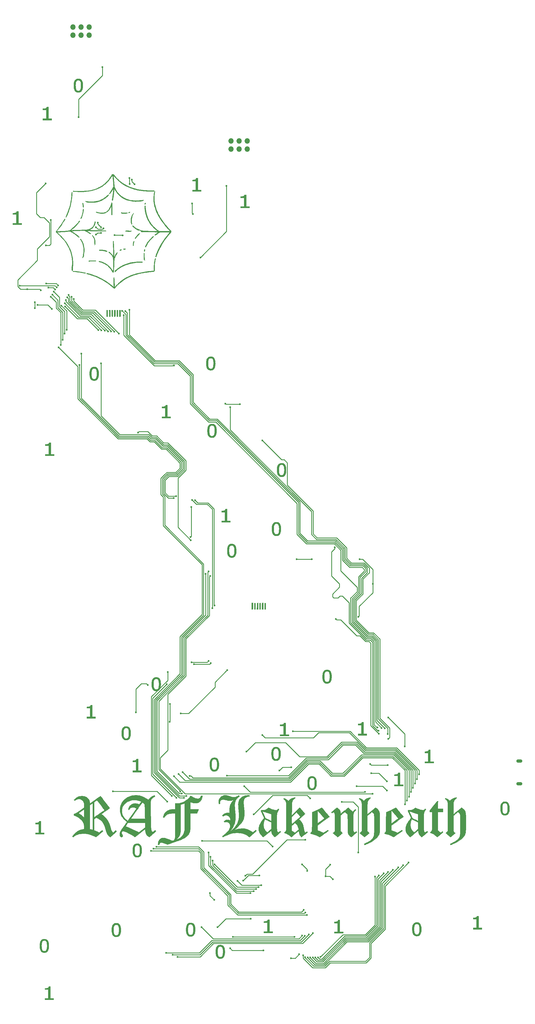
<source format=gbr>
G04 #@! TF.GenerationSoftware,KiCad,Pcbnew,(5.1.2)-1*
G04 #@! TF.CreationDate,2019-10-13T15:48:12+01:00*
G04 #@! TF.ProjectId,asdf,61736466-2e6b-4696-9361-645f70636258,rev?*
G04 #@! TF.SameCoordinates,Original*
G04 #@! TF.FileFunction,Copper,L1,Top*
G04 #@! TF.FilePolarity,Positive*
%FSLAX46Y46*%
G04 Gerber Fmt 4.6, Leading zero omitted, Abs format (unit mm)*
G04 Created by KiCad (PCBNEW (5.1.2)-1) date 2019-10-13 15:48:12*
%MOMM*%
%LPD*%
G04 APERTURE LIST*
%ADD10C,0.010000*%
%ADD11O,1.900000X1.050000*%
%ADD12O,1.700000X1.700000*%
%ADD13C,0.600000*%
%ADD14C,0.250000*%
G04 APERTURE END LIST*
D10*
G36*
X-46833866Y140868799D02*
G01*
X-46695301Y140856049D01*
X-46587833Y140835947D01*
X-46377564Y140760042D01*
X-46191669Y140649860D01*
X-46030058Y140505281D01*
X-45892641Y140326189D01*
X-45779327Y140112466D01*
X-45690028Y139863992D01*
X-45624651Y139580651D01*
X-45623472Y139573976D01*
X-45589476Y139328657D01*
X-45568949Y139064025D01*
X-45561504Y138788430D01*
X-45566755Y138510226D01*
X-45584314Y138237764D01*
X-45613792Y137979397D01*
X-45654804Y137743476D01*
X-45706961Y137538354D01*
X-45719732Y137498666D01*
X-45816142Y137266307D01*
X-45937583Y137068084D01*
X-46083951Y136904072D01*
X-46255144Y136774343D01*
X-46451057Y136678970D01*
X-46671586Y136618026D01*
X-46916630Y136591584D01*
X-47007737Y136590489D01*
X-47116593Y136595238D01*
X-47232255Y136605893D01*
X-47331311Y136620246D01*
X-47339250Y136621769D01*
X-47541284Y136682126D01*
X-47729431Y136778297D01*
X-47897148Y136905580D01*
X-48037896Y137059274D01*
X-48117486Y137181166D01*
X-48160697Y137267835D01*
X-48207218Y137375254D01*
X-48248562Y137483519D01*
X-48257384Y137509250D01*
X-48296681Y137634666D01*
X-48328011Y137753928D01*
X-48352374Y137874635D01*
X-48370767Y138004388D01*
X-48384189Y138150785D01*
X-48393639Y138321427D01*
X-48400113Y138523912D01*
X-48401985Y138609916D01*
X-48402670Y138715750D01*
X-47836468Y138715750D01*
X-47831071Y138405351D01*
X-47814136Y138133619D01*
X-47785001Y137898307D01*
X-47743001Y137697170D01*
X-47687471Y137527960D01*
X-47617750Y137388432D01*
X-47533171Y137276339D01*
X-47433072Y137189436D01*
X-47374753Y137153502D01*
X-47231722Y137097376D01*
X-47069022Y137070055D01*
X-46898513Y137072100D01*
X-46732060Y137104069D01*
X-46681404Y137120779D01*
X-46546001Y137189767D01*
X-46435281Y137289549D01*
X-46345352Y137423871D01*
X-46325670Y137463271D01*
X-46273009Y137589194D01*
X-46230547Y137724773D01*
X-46197519Y137875389D01*
X-46173158Y138046421D01*
X-46156699Y138243252D01*
X-46147377Y138471262D01*
X-46144426Y138735831D01*
X-46144426Y138736916D01*
X-46148939Y139036093D01*
X-46162912Y139296867D01*
X-46186995Y139522239D01*
X-46221836Y139715213D01*
X-46268086Y139878792D01*
X-46326395Y140015978D01*
X-46397411Y140129773D01*
X-46461795Y140203981D01*
X-46559736Y140287951D01*
X-46662922Y140344646D01*
X-46782761Y140378614D01*
X-46930667Y140394401D01*
X-46940827Y140394876D01*
X-47100112Y140393932D01*
X-47230631Y140373396D01*
X-47342654Y140330061D01*
X-47446446Y140260721D01*
X-47489530Y140223552D01*
X-47575042Y140130821D01*
X-47647036Y140019609D01*
X-47706246Y139886725D01*
X-47753406Y139728978D01*
X-47789250Y139543177D01*
X-47814513Y139326131D01*
X-47829928Y139074648D01*
X-47836231Y138785539D01*
X-47836468Y138715750D01*
X-48402670Y138715750D01*
X-48403890Y138904092D01*
X-48396676Y139162509D01*
X-48379468Y139390929D01*
X-48351395Y139595115D01*
X-48311584Y139780831D01*
X-48259161Y139953839D01*
X-48193254Y140119902D01*
X-48163528Y140184402D01*
X-48046591Y140384590D01*
X-47903039Y140551961D01*
X-47733285Y140686171D01*
X-47537738Y140786873D01*
X-47387794Y140836692D01*
X-47277007Y140857211D01*
X-47138541Y140869393D01*
X-46986220Y140873252D01*
X-46833866Y140868799D01*
X-46833866Y140868799D01*
G37*
X-46833866Y140868799D02*
X-46695301Y140856049D01*
X-46587833Y140835947D01*
X-46377564Y140760042D01*
X-46191669Y140649860D01*
X-46030058Y140505281D01*
X-45892641Y140326189D01*
X-45779327Y140112466D01*
X-45690028Y139863992D01*
X-45624651Y139580651D01*
X-45623472Y139573976D01*
X-45589476Y139328657D01*
X-45568949Y139064025D01*
X-45561504Y138788430D01*
X-45566755Y138510226D01*
X-45584314Y138237764D01*
X-45613792Y137979397D01*
X-45654804Y137743476D01*
X-45706961Y137538354D01*
X-45719732Y137498666D01*
X-45816142Y137266307D01*
X-45937583Y137068084D01*
X-46083951Y136904072D01*
X-46255144Y136774343D01*
X-46451057Y136678970D01*
X-46671586Y136618026D01*
X-46916630Y136591584D01*
X-47007737Y136590489D01*
X-47116593Y136595238D01*
X-47232255Y136605893D01*
X-47331311Y136620246D01*
X-47339250Y136621769D01*
X-47541284Y136682126D01*
X-47729431Y136778297D01*
X-47897148Y136905580D01*
X-48037896Y137059274D01*
X-48117486Y137181166D01*
X-48160697Y137267835D01*
X-48207218Y137375254D01*
X-48248562Y137483519D01*
X-48257384Y137509250D01*
X-48296681Y137634666D01*
X-48328011Y137753928D01*
X-48352374Y137874635D01*
X-48370767Y138004388D01*
X-48384189Y138150785D01*
X-48393639Y138321427D01*
X-48400113Y138523912D01*
X-48401985Y138609916D01*
X-48402670Y138715750D01*
X-47836468Y138715750D01*
X-47831071Y138405351D01*
X-47814136Y138133619D01*
X-47785001Y137898307D01*
X-47743001Y137697170D01*
X-47687471Y137527960D01*
X-47617750Y137388432D01*
X-47533171Y137276339D01*
X-47433072Y137189436D01*
X-47374753Y137153502D01*
X-47231722Y137097376D01*
X-47069022Y137070055D01*
X-46898513Y137072100D01*
X-46732060Y137104069D01*
X-46681404Y137120779D01*
X-46546001Y137189767D01*
X-46435281Y137289549D01*
X-46345352Y137423871D01*
X-46325670Y137463271D01*
X-46273009Y137589194D01*
X-46230547Y137724773D01*
X-46197519Y137875389D01*
X-46173158Y138046421D01*
X-46156699Y138243252D01*
X-46147377Y138471262D01*
X-46144426Y138735831D01*
X-46144426Y138736916D01*
X-46148939Y139036093D01*
X-46162912Y139296867D01*
X-46186995Y139522239D01*
X-46221836Y139715213D01*
X-46268086Y139878792D01*
X-46326395Y140015978D01*
X-46397411Y140129773D01*
X-46461795Y140203981D01*
X-46559736Y140287951D01*
X-46662922Y140344646D01*
X-46782761Y140378614D01*
X-46930667Y140394401D01*
X-46940827Y140394876D01*
X-47100112Y140393932D01*
X-47230631Y140373396D01*
X-47342654Y140330061D01*
X-47446446Y140260721D01*
X-47489530Y140223552D01*
X-47575042Y140130821D01*
X-47647036Y140019609D01*
X-47706246Y139886725D01*
X-47753406Y139728978D01*
X-47789250Y139543177D01*
X-47814513Y139326131D01*
X-47829928Y139074648D01*
X-47836231Y138785539D01*
X-47836468Y138715750D01*
X-48402670Y138715750D01*
X-48403890Y138904092D01*
X-48396676Y139162509D01*
X-48379468Y139390929D01*
X-48351395Y139595115D01*
X-48311584Y139780831D01*
X-48259161Y139953839D01*
X-48193254Y140119902D01*
X-48163528Y140184402D01*
X-48046591Y140384590D01*
X-47903039Y140551961D01*
X-47733285Y140686171D01*
X-47537738Y140786873D01*
X-47387794Y140836692D01*
X-47277007Y140857211D01*
X-47138541Y140869393D01*
X-46986220Y140873252D01*
X-46833866Y140868799D01*
G36*
X-56345667Y128375833D02*
G01*
X-55329667Y128375833D01*
X-55329667Y127931333D01*
X-58081333Y127931333D01*
X-58081333Y128375833D01*
X-57023000Y128375833D01*
X-57023000Y131106333D01*
X-58081333Y131106333D01*
X-58081333Y131502148D01*
X-57832625Y131516427D01*
X-57594647Y131538554D01*
X-57394793Y131575916D01*
X-57231376Y131629352D01*
X-57102711Y131699700D01*
X-57007110Y131787797D01*
X-56942887Y131894481D01*
X-56917910Y131971068D01*
X-56891778Y132080000D01*
X-56345667Y132080000D01*
X-56345667Y128375833D01*
X-56345667Y128375833D01*
G37*
X-56345667Y128375833D02*
X-55329667Y128375833D01*
X-55329667Y127931333D01*
X-58081333Y127931333D01*
X-58081333Y128375833D01*
X-57023000Y128375833D01*
X-57023000Y131106333D01*
X-58081333Y131106333D01*
X-58081333Y131502148D01*
X-57832625Y131516427D01*
X-57594647Y131538554D01*
X-57394793Y131575916D01*
X-57231376Y131629352D01*
X-57102711Y131699700D01*
X-57007110Y131787797D01*
X-56942887Y131894481D01*
X-56917910Y131971068D01*
X-56891778Y132080000D01*
X-56345667Y132080000D01*
X-56345667Y128375833D01*
G36*
X-9525000Y106087333D02*
G01*
X-8487833Y106087333D01*
X-8487833Y105642833D01*
X-11239500Y105642833D01*
X-11239500Y106087333D01*
X-10181167Y106087333D01*
X-10181167Y108817833D01*
X-11239500Y108817833D01*
X-11239500Y109194267D01*
X-11022542Y109209159D01*
X-10808527Y109229661D01*
X-10624194Y109259390D01*
X-10474116Y109297490D01*
X-10398242Y109325836D01*
X-10288733Y109389189D01*
X-10195082Y109472013D01*
X-10124192Y109565880D01*
X-10082967Y109662363D01*
X-10075333Y109720001D01*
X-10075333Y109770333D01*
X-9525000Y109770333D01*
X-9525000Y106087333D01*
X-9525000Y106087333D01*
G37*
X-9525000Y106087333D02*
X-8487833Y106087333D01*
X-8487833Y105642833D01*
X-11239500Y105642833D01*
X-11239500Y106087333D01*
X-10181167Y106087333D01*
X-10181167Y108817833D01*
X-11239500Y108817833D01*
X-11239500Y109194267D01*
X-11022542Y109209159D01*
X-10808527Y109229661D01*
X-10624194Y109259390D01*
X-10474116Y109297490D01*
X-10398242Y109325836D01*
X-10288733Y109389189D01*
X-10195082Y109472013D01*
X-10124192Y109565880D01*
X-10082967Y109662363D01*
X-10075333Y109720001D01*
X-10075333Y109770333D01*
X-9525000Y109770333D01*
X-9525000Y106087333D01*
G36*
X-35838247Y110843978D02*
G01*
X-35783361Y110765726D01*
X-35724469Y110690993D01*
X-35677011Y110638743D01*
X-35633573Y110593166D01*
X-35606643Y110558224D01*
X-35602333Y110547870D01*
X-35587145Y110509044D01*
X-35543576Y110444883D01*
X-35474622Y110358471D01*
X-35383280Y110252893D01*
X-35272545Y110131232D01*
X-35145413Y109996574D01*
X-35004879Y109852002D01*
X-34853939Y109700601D01*
X-34695590Y109545454D01*
X-34532826Y109389647D01*
X-34368644Y109236263D01*
X-34206039Y109088387D01*
X-34057167Y108957041D01*
X-33961512Y108876513D01*
X-33843005Y108780599D01*
X-33708234Y108674288D01*
X-33563788Y108562569D01*
X-33416256Y108450432D01*
X-33272227Y108342864D01*
X-33138289Y108244856D01*
X-33021031Y108161395D01*
X-32927043Y108097472D01*
X-32894277Y108076521D01*
X-32702527Y107961430D01*
X-32482652Y107836012D01*
X-32242309Y107704185D01*
X-31989159Y107569868D01*
X-31730858Y107436980D01*
X-31475067Y107309438D01*
X-31229443Y107191162D01*
X-31001645Y107086069D01*
X-30799332Y106998079D01*
X-30734182Y106971331D01*
X-30523639Y106890801D01*
X-30280982Y106805292D01*
X-30013321Y106716821D01*
X-29727769Y106627406D01*
X-29431438Y106539066D01*
X-29131439Y106453818D01*
X-28834885Y106373679D01*
X-28548887Y106300668D01*
X-28280556Y106236802D01*
X-28037006Y106184099D01*
X-27825348Y106144576D01*
X-27813000Y106142534D01*
X-27496274Y106094376D01*
X-27164344Y106051448D01*
X-26813820Y106013504D01*
X-26441309Y105980300D01*
X-26043421Y105951588D01*
X-25616763Y105927123D01*
X-25157945Y105906660D01*
X-24663575Y105889953D01*
X-24151167Y105877193D01*
X-23943733Y105872318D01*
X-23754446Y105866883D01*
X-23587253Y105861059D01*
X-23446105Y105855019D01*
X-23334948Y105848932D01*
X-23257732Y105842971D01*
X-23218405Y105837307D01*
X-23216353Y105836630D01*
X-23170394Y105804755D01*
X-23143257Y105760190D01*
X-23141980Y105717358D01*
X-23151173Y105703027D01*
X-23176318Y105688894D01*
X-23222980Y105676961D01*
X-23293838Y105667091D01*
X-23391569Y105659145D01*
X-23518851Y105652987D01*
X-23678363Y105648479D01*
X-23872782Y105645482D01*
X-24104788Y105643859D01*
X-24309917Y105643460D01*
X-24763826Y105645178D01*
X-25180846Y105650891D01*
X-25566277Y105661071D01*
X-25925417Y105676192D01*
X-26263563Y105696726D01*
X-26586015Y105723144D01*
X-26898070Y105755919D01*
X-27205028Y105795525D01*
X-27512185Y105842432D01*
X-27824841Y105897113D01*
X-28148295Y105960042D01*
X-28363333Y106004844D01*
X-28659163Y106069414D01*
X-28922798Y106130517D01*
X-29163942Y106190736D01*
X-29392301Y106252651D01*
X-29617579Y106318846D01*
X-29849479Y106391902D01*
X-29982583Y106435683D01*
X-30605927Y106657161D01*
X-31197291Y106895428D01*
X-31754203Y107149402D01*
X-32274191Y107418002D01*
X-32440792Y107511692D01*
X-32864741Y107764606D01*
X-33261564Y108021408D01*
X-33636957Y108286825D01*
X-33996614Y108565585D01*
X-34346229Y108862416D01*
X-34691496Y109182044D01*
X-35038111Y109529199D01*
X-35391767Y109908608D01*
X-35573841Y110112822D01*
X-35673018Y110225154D01*
X-35763652Y110327027D01*
X-35841814Y110414089D01*
X-35903579Y110481988D01*
X-35945017Y110526373D01*
X-35961810Y110542696D01*
X-35976833Y110534758D01*
X-35982196Y110488012D01*
X-35977895Y110404864D01*
X-35963928Y110287723D01*
X-35962096Y110274893D01*
X-35947221Y110160972D01*
X-35929905Y110009134D01*
X-35910528Y109823704D01*
X-35889469Y109609006D01*
X-35867110Y109369362D01*
X-35843829Y109109096D01*
X-35820007Y108832532D01*
X-35796023Y108543992D01*
X-35772257Y108247802D01*
X-35749090Y107948283D01*
X-35726901Y107649759D01*
X-35707593Y107378500D01*
X-35683304Y107029250D01*
X-35544538Y106754083D01*
X-35354777Y106389853D01*
X-35170186Y106061363D01*
X-34986895Y105763000D01*
X-34801034Y105489147D01*
X-34608730Y105234190D01*
X-34406113Y104992512D01*
X-34189312Y104758499D01*
X-34120881Y104688905D01*
X-33842725Y104422827D01*
X-33570692Y104190162D01*
X-33296916Y103984367D01*
X-33168167Y103896884D01*
X-32816764Y103678944D01*
X-32460912Y103485463D01*
X-32097756Y103315891D01*
X-31724438Y103169677D01*
X-31338102Y103046271D01*
X-30935890Y102945123D01*
X-30514947Y102865680D01*
X-30072415Y102807395D01*
X-29605438Y102769714D01*
X-29111159Y102752090D01*
X-28586721Y102753969D01*
X-28029268Y102774803D01*
X-27516667Y102807808D01*
X-27326843Y102823520D01*
X-27147318Y102840981D01*
X-26983700Y102859470D01*
X-26841595Y102878262D01*
X-26726610Y102896634D01*
X-26644353Y102913862D01*
X-26609207Y102924872D01*
X-26555373Y102946633D01*
X-26529981Y102951892D01*
X-26522342Y102940298D01*
X-26521833Y102922010D01*
X-26537231Y102885230D01*
X-26577418Y102832160D01*
X-26633382Y102772002D01*
X-26696112Y102713955D01*
X-26756597Y102667219D01*
X-26791383Y102646812D01*
X-26859672Y102624098D01*
X-26967766Y102601257D01*
X-27113140Y102578558D01*
X-27293266Y102556269D01*
X-27505619Y102534657D01*
X-27747672Y102513992D01*
X-28016900Y102494542D01*
X-28310776Y102476574D01*
X-28479750Y102467535D01*
X-28665456Y102458724D01*
X-28820938Y102453173D01*
X-28958179Y102450906D01*
X-29089166Y102451949D01*
X-29225882Y102456327D01*
X-29380312Y102464064D01*
X-29474583Y102469604D01*
X-29889859Y102504599D01*
X-30306921Y102558442D01*
X-30718382Y102629556D01*
X-31116856Y102716362D01*
X-31494953Y102817282D01*
X-31845288Y102930735D01*
X-32106994Y103032152D01*
X-32213761Y103076682D01*
X-32322167Y103121043D01*
X-32417084Y103159085D01*
X-32466244Y103178221D01*
X-32574356Y103222898D01*
X-32677071Y103271567D01*
X-32766104Y103319705D01*
X-32833171Y103362788D01*
X-32869989Y103396291D01*
X-32872248Y103399941D01*
X-32906085Y103430445D01*
X-32951259Y103447860D01*
X-32992952Y103464137D01*
X-33059601Y103498960D01*
X-33141298Y103546866D01*
X-33211302Y103591248D01*
X-33643409Y103900126D01*
X-34052132Y104244230D01*
X-34437270Y104623362D01*
X-34798621Y105037327D01*
X-35089873Y105420583D01*
X-35149676Y105505936D01*
X-35208307Y105593123D01*
X-35269526Y105688192D01*
X-35337095Y105797190D01*
X-35414773Y105926162D01*
X-35506322Y106081156D01*
X-35592860Y106229297D01*
X-35637798Y106303017D01*
X-35675894Y106359123D01*
X-35701831Y106390106D01*
X-35709219Y106393599D01*
X-35716363Y106384844D01*
X-35723296Y106365100D01*
X-35730496Y106330417D01*
X-35738442Y106276844D01*
X-35747612Y106200429D01*
X-35758485Y106097220D01*
X-35771538Y105963267D01*
X-35787250Y105794617D01*
X-35803953Y105611083D01*
X-35838551Y105249521D01*
X-35876616Y104890215D01*
X-35917385Y104538957D01*
X-35960097Y104201536D01*
X-36003989Y103883744D01*
X-36048299Y103591372D01*
X-36092263Y103330210D01*
X-36131502Y103123696D01*
X-36169103Y102959980D01*
X-36206652Y102838594D01*
X-36244152Y102759540D01*
X-36281604Y102722814D01*
X-36319008Y102728415D01*
X-36356366Y102776342D01*
X-36383360Y102837388D01*
X-36417839Y102933862D01*
X-36436890Y103003047D01*
X-36441867Y103056519D01*
X-36434123Y103105854D01*
X-36419870Y103149599D01*
X-36395539Y103231456D01*
X-36368197Y103350605D01*
X-36338597Y103502171D01*
X-36307493Y103681279D01*
X-36275640Y103883055D01*
X-36243790Y104102626D01*
X-36212698Y104335116D01*
X-36183118Y104575651D01*
X-36155803Y104819357D01*
X-36143948Y104933750D01*
X-36119358Y105182094D01*
X-36097083Y105415800D01*
X-36077419Y105631279D01*
X-36060658Y105824944D01*
X-36047093Y105993206D01*
X-36037018Y106132478D01*
X-36030727Y106239170D01*
X-36028513Y106309696D01*
X-36029398Y106334442D01*
X-36034382Y106359202D01*
X-36044465Y106363650D01*
X-36063871Y106343624D01*
X-36096823Y106294963D01*
X-36140520Y106224916D01*
X-36297527Y105973361D01*
X-36447488Y105739835D01*
X-36588647Y105526802D01*
X-36719247Y105336725D01*
X-36837531Y105172067D01*
X-36941743Y105035293D01*
X-37030125Y104928865D01*
X-37100922Y104855247D01*
X-37139091Y104824545D01*
X-37191944Y104806021D01*
X-37230466Y104825525D01*
X-37250969Y104880111D01*
X-37253333Y104915779D01*
X-37247367Y104965111D01*
X-37228053Y105025296D01*
X-37193264Y105100134D01*
X-37140876Y105193424D01*
X-37068765Y105308965D01*
X-36974805Y105450557D01*
X-36864466Y105611083D01*
X-36753737Y105771301D01*
X-36661250Y105908044D01*
X-36581852Y106029942D01*
X-36510392Y106145626D01*
X-36441717Y106263725D01*
X-36370673Y106392869D01*
X-36292110Y106541689D01*
X-36200873Y106718815D01*
X-36187611Y106744765D01*
X-35966645Y107177416D01*
X-35995283Y107621916D01*
X-36048246Y108361260D01*
X-36110012Y109073330D01*
X-36180054Y109752320D01*
X-36216394Y110064240D01*
X-36233782Y110208542D01*
X-36249342Y110339083D01*
X-36262382Y110449929D01*
X-36272207Y110535144D01*
X-36278124Y110588794D01*
X-36279580Y110604814D01*
X-36290170Y110611714D01*
X-36318258Y110589039D01*
X-36358640Y110542945D01*
X-36406110Y110479588D01*
X-36455463Y110405122D01*
X-36473357Y110375654D01*
X-36557118Y110238457D01*
X-36657911Y110080376D01*
X-36768555Y109912128D01*
X-36881872Y109744430D01*
X-36990683Y109588000D01*
X-37087807Y109453554D01*
X-37118179Y109413058D01*
X-37189113Y109318497D01*
X-37257875Y109224739D01*
X-37316484Y109142792D01*
X-37356099Y109084975D01*
X-37396928Y109031912D01*
X-37464755Y108954582D01*
X-37555273Y108857216D01*
X-37664171Y108744041D01*
X-37787142Y108619286D01*
X-37919876Y108487180D01*
X-38058064Y108351951D01*
X-38197398Y108217829D01*
X-38333568Y108089041D01*
X-38462267Y107969818D01*
X-38579184Y107864386D01*
X-38680011Y107776976D01*
X-38735000Y107731730D01*
X-38961044Y107556177D01*
X-39170733Y107403303D01*
X-39360565Y107275515D01*
X-39527040Y107175223D01*
X-39602833Y107134927D01*
X-39679969Y107093225D01*
X-39744057Y107053179D01*
X-39783967Y107021904D01*
X-39789242Y107015761D01*
X-39824631Y106984169D01*
X-39849687Y106976333D01*
X-39885786Y106963398D01*
X-39935051Y106931218D01*
X-39949028Y106919938D01*
X-39998454Y106885153D01*
X-40073301Y106840677D01*
X-40160376Y106794169D01*
X-40195500Y106776798D01*
X-40296356Y106726881D01*
X-40402716Y106672178D01*
X-40495007Y106622798D01*
X-40513000Y106612800D01*
X-40588179Y106574487D01*
X-40691555Y106527401D01*
X-40817156Y106473781D01*
X-40959007Y106415866D01*
X-41111138Y106355896D01*
X-41267575Y106296111D01*
X-41422345Y106238750D01*
X-41569477Y106186053D01*
X-41702997Y106140258D01*
X-41816932Y106103606D01*
X-41905311Y106078336D01*
X-41962161Y106066688D01*
X-41970847Y106066166D01*
X-42017612Y106055675D01*
X-42079952Y106029180D01*
X-42107493Y106014235D01*
X-42165356Y105989370D01*
X-42260386Y105959586D01*
X-42387825Y105925826D01*
X-42542913Y105889035D01*
X-42720894Y105850158D01*
X-42917009Y105810140D01*
X-43126499Y105769924D01*
X-43344606Y105730455D01*
X-43566571Y105692679D01*
X-43787638Y105657539D01*
X-44003046Y105625980D01*
X-44185417Y105601760D01*
X-44840685Y105533368D01*
X-45508528Y105491349D01*
X-46194430Y105475560D01*
X-46903873Y105485854D01*
X-47510726Y105513879D01*
X-47692426Y105524418D01*
X-47868078Y105534060D01*
X-48031345Y105542498D01*
X-48175890Y105549424D01*
X-48295377Y105554530D01*
X-48383470Y105557510D01*
X-48423617Y105558166D01*
X-48508043Y105558758D01*
X-48560110Y105562680D01*
X-48589792Y105573156D01*
X-48607065Y105593407D01*
X-48619782Y105621542D01*
X-48634820Y105673590D01*
X-48624408Y105715898D01*
X-48610589Y105739011D01*
X-48570840Y105778520D01*
X-48539281Y105782075D01*
X-48481976Y105770715D01*
X-48387098Y105759463D01*
X-48259407Y105748489D01*
X-48103664Y105737963D01*
X-47924628Y105728053D01*
X-47727061Y105718930D01*
X-47515723Y105710763D01*
X-47295373Y105703721D01*
X-47070772Y105697975D01*
X-46846681Y105693693D01*
X-46627859Y105691045D01*
X-46419068Y105690200D01*
X-46225066Y105691329D01*
X-46069250Y105694117D01*
X-45388653Y105720243D01*
X-44744492Y105763973D01*
X-44134522Y105825710D01*
X-43556497Y105905857D01*
X-43008174Y106004817D01*
X-42487306Y106122993D01*
X-41991648Y106260789D01*
X-41518955Y106418608D01*
X-41084500Y106589407D01*
X-40654491Y106781779D01*
X-40247948Y106984100D01*
X-39868685Y107194146D01*
X-39520514Y107409691D01*
X-39207247Y107628514D01*
X-38946667Y107836359D01*
X-38864906Y107908469D01*
X-38767346Y107997769D01*
X-38658069Y108100217D01*
X-38541158Y108211771D01*
X-38420696Y108328388D01*
X-38300766Y108446026D01*
X-38185450Y108560643D01*
X-38078833Y108668196D01*
X-37984996Y108764642D01*
X-37908022Y108845941D01*
X-37851994Y108908048D01*
X-37820996Y108946922D01*
X-37816400Y108955416D01*
X-37788993Y108992923D01*
X-37740218Y109027186D01*
X-37735476Y109029500D01*
X-37673992Y109077310D01*
X-37605770Y109165781D01*
X-37582303Y109203106D01*
X-37536948Y109273326D01*
X-37473006Y109365702D01*
X-37398267Y109469276D01*
X-37320520Y109573092D01*
X-37303929Y109594689D01*
X-37099252Y109873093D01*
X-36897327Y110172787D01*
X-36711324Y110474028D01*
X-36671344Y110542916D01*
X-36616004Y110637469D01*
X-36561349Y110727303D01*
X-36514612Y110800710D01*
X-36488972Y110838128D01*
X-36453025Y110892555D01*
X-36431045Y110936063D01*
X-36427833Y110949253D01*
X-36417599Y110961583D01*
X-36383279Y110969870D01*
X-36319447Y110974711D01*
X-36220677Y110976701D01*
X-36176320Y110976833D01*
X-35924806Y110976833D01*
X-35838247Y110843978D01*
X-35838247Y110843978D01*
G37*
X-35838247Y110843978D02*
X-35783361Y110765726D01*
X-35724469Y110690993D01*
X-35677011Y110638743D01*
X-35633573Y110593166D01*
X-35606643Y110558224D01*
X-35602333Y110547870D01*
X-35587145Y110509044D01*
X-35543576Y110444883D01*
X-35474622Y110358471D01*
X-35383280Y110252893D01*
X-35272545Y110131232D01*
X-35145413Y109996574D01*
X-35004879Y109852002D01*
X-34853939Y109700601D01*
X-34695590Y109545454D01*
X-34532826Y109389647D01*
X-34368644Y109236263D01*
X-34206039Y109088387D01*
X-34057167Y108957041D01*
X-33961512Y108876513D01*
X-33843005Y108780599D01*
X-33708234Y108674288D01*
X-33563788Y108562569D01*
X-33416256Y108450432D01*
X-33272227Y108342864D01*
X-33138289Y108244856D01*
X-33021031Y108161395D01*
X-32927043Y108097472D01*
X-32894277Y108076521D01*
X-32702527Y107961430D01*
X-32482652Y107836012D01*
X-32242309Y107704185D01*
X-31989159Y107569868D01*
X-31730858Y107436980D01*
X-31475067Y107309438D01*
X-31229443Y107191162D01*
X-31001645Y107086069D01*
X-30799332Y106998079D01*
X-30734182Y106971331D01*
X-30523639Y106890801D01*
X-30280982Y106805292D01*
X-30013321Y106716821D01*
X-29727769Y106627406D01*
X-29431438Y106539066D01*
X-29131439Y106453818D01*
X-28834885Y106373679D01*
X-28548887Y106300668D01*
X-28280556Y106236802D01*
X-28037006Y106184099D01*
X-27825348Y106144576D01*
X-27813000Y106142534D01*
X-27496274Y106094376D01*
X-27164344Y106051448D01*
X-26813820Y106013504D01*
X-26441309Y105980300D01*
X-26043421Y105951588D01*
X-25616763Y105927123D01*
X-25157945Y105906660D01*
X-24663575Y105889953D01*
X-24151167Y105877193D01*
X-23943733Y105872318D01*
X-23754446Y105866883D01*
X-23587253Y105861059D01*
X-23446105Y105855019D01*
X-23334948Y105848932D01*
X-23257732Y105842971D01*
X-23218405Y105837307D01*
X-23216353Y105836630D01*
X-23170394Y105804755D01*
X-23143257Y105760190D01*
X-23141980Y105717358D01*
X-23151173Y105703027D01*
X-23176318Y105688894D01*
X-23222980Y105676961D01*
X-23293838Y105667091D01*
X-23391569Y105659145D01*
X-23518851Y105652987D01*
X-23678363Y105648479D01*
X-23872782Y105645482D01*
X-24104788Y105643859D01*
X-24309917Y105643460D01*
X-24763826Y105645178D01*
X-25180846Y105650891D01*
X-25566277Y105661071D01*
X-25925417Y105676192D01*
X-26263563Y105696726D01*
X-26586015Y105723144D01*
X-26898070Y105755919D01*
X-27205028Y105795525D01*
X-27512185Y105842432D01*
X-27824841Y105897113D01*
X-28148295Y105960042D01*
X-28363333Y106004844D01*
X-28659163Y106069414D01*
X-28922798Y106130517D01*
X-29163942Y106190736D01*
X-29392301Y106252651D01*
X-29617579Y106318846D01*
X-29849479Y106391902D01*
X-29982583Y106435683D01*
X-30605927Y106657161D01*
X-31197291Y106895428D01*
X-31754203Y107149402D01*
X-32274191Y107418002D01*
X-32440792Y107511692D01*
X-32864741Y107764606D01*
X-33261564Y108021408D01*
X-33636957Y108286825D01*
X-33996614Y108565585D01*
X-34346229Y108862416D01*
X-34691496Y109182044D01*
X-35038111Y109529199D01*
X-35391767Y109908608D01*
X-35573841Y110112822D01*
X-35673018Y110225154D01*
X-35763652Y110327027D01*
X-35841814Y110414089D01*
X-35903579Y110481988D01*
X-35945017Y110526373D01*
X-35961810Y110542696D01*
X-35976833Y110534758D01*
X-35982196Y110488012D01*
X-35977895Y110404864D01*
X-35963928Y110287723D01*
X-35962096Y110274893D01*
X-35947221Y110160972D01*
X-35929905Y110009134D01*
X-35910528Y109823704D01*
X-35889469Y109609006D01*
X-35867110Y109369362D01*
X-35843829Y109109096D01*
X-35820007Y108832532D01*
X-35796023Y108543992D01*
X-35772257Y108247802D01*
X-35749090Y107948283D01*
X-35726901Y107649759D01*
X-35707593Y107378500D01*
X-35683304Y107029250D01*
X-35544538Y106754083D01*
X-35354777Y106389853D01*
X-35170186Y106061363D01*
X-34986895Y105763000D01*
X-34801034Y105489147D01*
X-34608730Y105234190D01*
X-34406113Y104992512D01*
X-34189312Y104758499D01*
X-34120881Y104688905D01*
X-33842725Y104422827D01*
X-33570692Y104190162D01*
X-33296916Y103984367D01*
X-33168167Y103896884D01*
X-32816764Y103678944D01*
X-32460912Y103485463D01*
X-32097756Y103315891D01*
X-31724438Y103169677D01*
X-31338102Y103046271D01*
X-30935890Y102945123D01*
X-30514947Y102865680D01*
X-30072415Y102807395D01*
X-29605438Y102769714D01*
X-29111159Y102752090D01*
X-28586721Y102753969D01*
X-28029268Y102774803D01*
X-27516667Y102807808D01*
X-27326843Y102823520D01*
X-27147318Y102840981D01*
X-26983700Y102859470D01*
X-26841595Y102878262D01*
X-26726610Y102896634D01*
X-26644353Y102913862D01*
X-26609207Y102924872D01*
X-26555373Y102946633D01*
X-26529981Y102951892D01*
X-26522342Y102940298D01*
X-26521833Y102922010D01*
X-26537231Y102885230D01*
X-26577418Y102832160D01*
X-26633382Y102772002D01*
X-26696112Y102713955D01*
X-26756597Y102667219D01*
X-26791383Y102646812D01*
X-26859672Y102624098D01*
X-26967766Y102601257D01*
X-27113140Y102578558D01*
X-27293266Y102556269D01*
X-27505619Y102534657D01*
X-27747672Y102513992D01*
X-28016900Y102494542D01*
X-28310776Y102476574D01*
X-28479750Y102467535D01*
X-28665456Y102458724D01*
X-28820938Y102453173D01*
X-28958179Y102450906D01*
X-29089166Y102451949D01*
X-29225882Y102456327D01*
X-29380312Y102464064D01*
X-29474583Y102469604D01*
X-29889859Y102504599D01*
X-30306921Y102558442D01*
X-30718382Y102629556D01*
X-31116856Y102716362D01*
X-31494953Y102817282D01*
X-31845288Y102930735D01*
X-32106994Y103032152D01*
X-32213761Y103076682D01*
X-32322167Y103121043D01*
X-32417084Y103159085D01*
X-32466244Y103178221D01*
X-32574356Y103222898D01*
X-32677071Y103271567D01*
X-32766104Y103319705D01*
X-32833171Y103362788D01*
X-32869989Y103396291D01*
X-32872248Y103399941D01*
X-32906085Y103430445D01*
X-32951259Y103447860D01*
X-32992952Y103464137D01*
X-33059601Y103498960D01*
X-33141298Y103546866D01*
X-33211302Y103591248D01*
X-33643409Y103900126D01*
X-34052132Y104244230D01*
X-34437270Y104623362D01*
X-34798621Y105037327D01*
X-35089873Y105420583D01*
X-35149676Y105505936D01*
X-35208307Y105593123D01*
X-35269526Y105688192D01*
X-35337095Y105797190D01*
X-35414773Y105926162D01*
X-35506322Y106081156D01*
X-35592860Y106229297D01*
X-35637798Y106303017D01*
X-35675894Y106359123D01*
X-35701831Y106390106D01*
X-35709219Y106393599D01*
X-35716363Y106384844D01*
X-35723296Y106365100D01*
X-35730496Y106330417D01*
X-35738442Y106276844D01*
X-35747612Y106200429D01*
X-35758485Y106097220D01*
X-35771538Y105963267D01*
X-35787250Y105794617D01*
X-35803953Y105611083D01*
X-35838551Y105249521D01*
X-35876616Y104890215D01*
X-35917385Y104538957D01*
X-35960097Y104201536D01*
X-36003989Y103883744D01*
X-36048299Y103591372D01*
X-36092263Y103330210D01*
X-36131502Y103123696D01*
X-36169103Y102959980D01*
X-36206652Y102838594D01*
X-36244152Y102759540D01*
X-36281604Y102722814D01*
X-36319008Y102728415D01*
X-36356366Y102776342D01*
X-36383360Y102837388D01*
X-36417839Y102933862D01*
X-36436890Y103003047D01*
X-36441867Y103056519D01*
X-36434123Y103105854D01*
X-36419870Y103149599D01*
X-36395539Y103231456D01*
X-36368197Y103350605D01*
X-36338597Y103502171D01*
X-36307493Y103681279D01*
X-36275640Y103883055D01*
X-36243790Y104102626D01*
X-36212698Y104335116D01*
X-36183118Y104575651D01*
X-36155803Y104819357D01*
X-36143948Y104933750D01*
X-36119358Y105182094D01*
X-36097083Y105415800D01*
X-36077419Y105631279D01*
X-36060658Y105824944D01*
X-36047093Y105993206D01*
X-36037018Y106132478D01*
X-36030727Y106239170D01*
X-36028513Y106309696D01*
X-36029398Y106334442D01*
X-36034382Y106359202D01*
X-36044465Y106363650D01*
X-36063871Y106343624D01*
X-36096823Y106294963D01*
X-36140520Y106224916D01*
X-36297527Y105973361D01*
X-36447488Y105739835D01*
X-36588647Y105526802D01*
X-36719247Y105336725D01*
X-36837531Y105172067D01*
X-36941743Y105035293D01*
X-37030125Y104928865D01*
X-37100922Y104855247D01*
X-37139091Y104824545D01*
X-37191944Y104806021D01*
X-37230466Y104825525D01*
X-37250969Y104880111D01*
X-37253333Y104915779D01*
X-37247367Y104965111D01*
X-37228053Y105025296D01*
X-37193264Y105100134D01*
X-37140876Y105193424D01*
X-37068765Y105308965D01*
X-36974805Y105450557D01*
X-36864466Y105611083D01*
X-36753737Y105771301D01*
X-36661250Y105908044D01*
X-36581852Y106029942D01*
X-36510392Y106145626D01*
X-36441717Y106263725D01*
X-36370673Y106392869D01*
X-36292110Y106541689D01*
X-36200873Y106718815D01*
X-36187611Y106744765D01*
X-35966645Y107177416D01*
X-35995283Y107621916D01*
X-36048246Y108361260D01*
X-36110012Y109073330D01*
X-36180054Y109752320D01*
X-36216394Y110064240D01*
X-36233782Y110208542D01*
X-36249342Y110339083D01*
X-36262382Y110449929D01*
X-36272207Y110535144D01*
X-36278124Y110588794D01*
X-36279580Y110604814D01*
X-36290170Y110611714D01*
X-36318258Y110589039D01*
X-36358640Y110542945D01*
X-36406110Y110479588D01*
X-36455463Y110405122D01*
X-36473357Y110375654D01*
X-36557118Y110238457D01*
X-36657911Y110080376D01*
X-36768555Y109912128D01*
X-36881872Y109744430D01*
X-36990683Y109588000D01*
X-37087807Y109453554D01*
X-37118179Y109413058D01*
X-37189113Y109318497D01*
X-37257875Y109224739D01*
X-37316484Y109142792D01*
X-37356099Y109084975D01*
X-37396928Y109031912D01*
X-37464755Y108954582D01*
X-37555273Y108857216D01*
X-37664171Y108744041D01*
X-37787142Y108619286D01*
X-37919876Y108487180D01*
X-38058064Y108351951D01*
X-38197398Y108217829D01*
X-38333568Y108089041D01*
X-38462267Y107969818D01*
X-38579184Y107864386D01*
X-38680011Y107776976D01*
X-38735000Y107731730D01*
X-38961044Y107556177D01*
X-39170733Y107403303D01*
X-39360565Y107275515D01*
X-39527040Y107175223D01*
X-39602833Y107134927D01*
X-39679969Y107093225D01*
X-39744057Y107053179D01*
X-39783967Y107021904D01*
X-39789242Y107015761D01*
X-39824631Y106984169D01*
X-39849687Y106976333D01*
X-39885786Y106963398D01*
X-39935051Y106931218D01*
X-39949028Y106919938D01*
X-39998454Y106885153D01*
X-40073301Y106840677D01*
X-40160376Y106794169D01*
X-40195500Y106776798D01*
X-40296356Y106726881D01*
X-40402716Y106672178D01*
X-40495007Y106622798D01*
X-40513000Y106612800D01*
X-40588179Y106574487D01*
X-40691555Y106527401D01*
X-40817156Y106473781D01*
X-40959007Y106415866D01*
X-41111138Y106355896D01*
X-41267575Y106296111D01*
X-41422345Y106238750D01*
X-41569477Y106186053D01*
X-41702997Y106140258D01*
X-41816932Y106103606D01*
X-41905311Y106078336D01*
X-41962161Y106066688D01*
X-41970847Y106066166D01*
X-42017612Y106055675D01*
X-42079952Y106029180D01*
X-42107493Y106014235D01*
X-42165356Y105989370D01*
X-42260386Y105959586D01*
X-42387825Y105925826D01*
X-42542913Y105889035D01*
X-42720894Y105850158D01*
X-42917009Y105810140D01*
X-43126499Y105769924D01*
X-43344606Y105730455D01*
X-43566571Y105692679D01*
X-43787638Y105657539D01*
X-44003046Y105625980D01*
X-44185417Y105601760D01*
X-44840685Y105533368D01*
X-45508528Y105491349D01*
X-46194430Y105475560D01*
X-46903873Y105485854D01*
X-47510726Y105513879D01*
X-47692426Y105524418D01*
X-47868078Y105534060D01*
X-48031345Y105542498D01*
X-48175890Y105549424D01*
X-48295377Y105554530D01*
X-48383470Y105557510D01*
X-48423617Y105558166D01*
X-48508043Y105558758D01*
X-48560110Y105562680D01*
X-48589792Y105573156D01*
X-48607065Y105593407D01*
X-48619782Y105621542D01*
X-48634820Y105673590D01*
X-48624408Y105715898D01*
X-48610589Y105739011D01*
X-48570840Y105778520D01*
X-48539281Y105782075D01*
X-48481976Y105770715D01*
X-48387098Y105759463D01*
X-48259407Y105748489D01*
X-48103664Y105737963D01*
X-47924628Y105728053D01*
X-47727061Y105718930D01*
X-47515723Y105710763D01*
X-47295373Y105703721D01*
X-47070772Y105697975D01*
X-46846681Y105693693D01*
X-46627859Y105691045D01*
X-46419068Y105690200D01*
X-46225066Y105691329D01*
X-46069250Y105694117D01*
X-45388653Y105720243D01*
X-44744492Y105763973D01*
X-44134522Y105825710D01*
X-43556497Y105905857D01*
X-43008174Y106004817D01*
X-42487306Y106122993D01*
X-41991648Y106260789D01*
X-41518955Y106418608D01*
X-41084500Y106589407D01*
X-40654491Y106781779D01*
X-40247948Y106984100D01*
X-39868685Y107194146D01*
X-39520514Y107409691D01*
X-39207247Y107628514D01*
X-38946667Y107836359D01*
X-38864906Y107908469D01*
X-38767346Y107997769D01*
X-38658069Y108100217D01*
X-38541158Y108211771D01*
X-38420696Y108328388D01*
X-38300766Y108446026D01*
X-38185450Y108560643D01*
X-38078833Y108668196D01*
X-37984996Y108764642D01*
X-37908022Y108845941D01*
X-37851994Y108908048D01*
X-37820996Y108946922D01*
X-37816400Y108955416D01*
X-37788993Y108992923D01*
X-37740218Y109027186D01*
X-37735476Y109029500D01*
X-37673992Y109077310D01*
X-37605770Y109165781D01*
X-37582303Y109203106D01*
X-37536948Y109273326D01*
X-37473006Y109365702D01*
X-37398267Y109469276D01*
X-37320520Y109573092D01*
X-37303929Y109594689D01*
X-37099252Y109873093D01*
X-36897327Y110172787D01*
X-36711324Y110474028D01*
X-36671344Y110542916D01*
X-36616004Y110637469D01*
X-36561349Y110727303D01*
X-36514612Y110800710D01*
X-36488972Y110838128D01*
X-36453025Y110892555D01*
X-36431045Y110936063D01*
X-36427833Y110949253D01*
X-36417599Y110961583D01*
X-36383279Y110969870D01*
X-36319447Y110974711D01*
X-36220677Y110976701D01*
X-36176320Y110976833D01*
X-35924806Y110976833D01*
X-35838247Y110843978D01*
G36*
X-37543234Y104598922D02*
G01*
X-37520236Y104586334D01*
X-37516901Y104583657D01*
X-37487641Y104538331D01*
X-37490300Y104476530D01*
X-37525505Y104397454D01*
X-37593885Y104300305D01*
X-37696067Y104184282D01*
X-37832678Y104048586D01*
X-38004346Y103892418D01*
X-38174083Y103746528D01*
X-38570706Y103437301D01*
X-38991101Y103156373D01*
X-39429327Y102907059D01*
X-39879445Y102692677D01*
X-40335513Y102516540D01*
X-40438917Y102482335D01*
X-40883512Y102356780D01*
X-41347784Y102259122D01*
X-41834377Y102189069D01*
X-42345931Y102146327D01*
X-42885090Y102130604D01*
X-43454497Y102141607D01*
X-43497500Y102143457D01*
X-43664328Y102152187D01*
X-43828913Y102163169D01*
X-43983822Y102175719D01*
X-44121624Y102189152D01*
X-44234886Y102202784D01*
X-44316177Y102215931D01*
X-44337657Y102220791D01*
X-44427807Y102254194D01*
X-44525189Y102306102D01*
X-44617148Y102368198D01*
X-44691027Y102432160D01*
X-44727307Y102476921D01*
X-44750553Y102522335D01*
X-44757185Y102551456D01*
X-44756497Y102553179D01*
X-44733412Y102555625D01*
X-44677062Y102551751D01*
X-44595914Y102542374D01*
X-44498430Y102528310D01*
X-44498303Y102528290D01*
X-44254691Y102494893D01*
X-43983713Y102466195D01*
X-43694622Y102442621D01*
X-43396669Y102424596D01*
X-43099107Y102412546D01*
X-42811185Y102406895D01*
X-42542158Y102408070D01*
X-42301276Y102416494D01*
X-42203742Y102422823D01*
X-41701788Y102480368D01*
X-41196124Y102575558D01*
X-40696900Y102706042D01*
X-40214268Y102869464D01*
X-40121417Y102905579D01*
X-39789703Y103046606D01*
X-39478311Y103198849D01*
X-39180281Y103366747D01*
X-38888654Y103554740D01*
X-38596472Y103767268D01*
X-38296775Y104008770D01*
X-38034312Y104237111D01*
X-37901981Y104354961D01*
X-37796759Y104446481D01*
X-37714815Y104514237D01*
X-37652321Y104560794D01*
X-37605446Y104588717D01*
X-37570360Y104600571D01*
X-37543234Y104598922D01*
X-37543234Y104598922D01*
G37*
X-37543234Y104598922D02*
X-37520236Y104586334D01*
X-37516901Y104583657D01*
X-37487641Y104538331D01*
X-37490300Y104476530D01*
X-37525505Y104397454D01*
X-37593885Y104300305D01*
X-37696067Y104184282D01*
X-37832678Y104048586D01*
X-38004346Y103892418D01*
X-38174083Y103746528D01*
X-38570706Y103437301D01*
X-38991101Y103156373D01*
X-39429327Y102907059D01*
X-39879445Y102692677D01*
X-40335513Y102516540D01*
X-40438917Y102482335D01*
X-40883512Y102356780D01*
X-41347784Y102259122D01*
X-41834377Y102189069D01*
X-42345931Y102146327D01*
X-42885090Y102130604D01*
X-43454497Y102141607D01*
X-43497500Y102143457D01*
X-43664328Y102152187D01*
X-43828913Y102163169D01*
X-43983822Y102175719D01*
X-44121624Y102189152D01*
X-44234886Y102202784D01*
X-44316177Y102215931D01*
X-44337657Y102220791D01*
X-44427807Y102254194D01*
X-44525189Y102306102D01*
X-44617148Y102368198D01*
X-44691027Y102432160D01*
X-44727307Y102476921D01*
X-44750553Y102522335D01*
X-44757185Y102551456D01*
X-44756497Y102553179D01*
X-44733412Y102555625D01*
X-44677062Y102551751D01*
X-44595914Y102542374D01*
X-44498430Y102528310D01*
X-44498303Y102528290D01*
X-44254691Y102494893D01*
X-43983713Y102466195D01*
X-43694622Y102442621D01*
X-43396669Y102424596D01*
X-43099107Y102412546D01*
X-42811185Y102406895D01*
X-42542158Y102408070D01*
X-42301276Y102416494D01*
X-42203742Y102422823D01*
X-41701788Y102480368D01*
X-41196124Y102575558D01*
X-40696900Y102706042D01*
X-40214268Y102869464D01*
X-40121417Y102905579D01*
X-39789703Y103046606D01*
X-39478311Y103198849D01*
X-39180281Y103366747D01*
X-38888654Y103554740D01*
X-38596472Y103767268D01*
X-38296775Y104008770D01*
X-38034312Y104237111D01*
X-37901981Y104354961D01*
X-37796759Y104446481D01*
X-37714815Y104514237D01*
X-37652321Y104560794D01*
X-37605446Y104588717D01*
X-37570360Y104600571D01*
X-37543234Y104598922D01*
G36*
X-25963229Y102043180D02*
G01*
X-25954526Y102019159D01*
X-25940877Y101965654D01*
X-25926790Y101901573D01*
X-25899509Y101769230D01*
X-25983130Y101682871D01*
X-26054689Y101617046D01*
X-26124252Y101566990D01*
X-26181586Y101539597D01*
X-26200405Y101536500D01*
X-26214374Y101555395D01*
X-26227900Y101603361D01*
X-26233188Y101634572D01*
X-26237283Y101710456D01*
X-26221935Y101768828D01*
X-26205600Y101798614D01*
X-26172798Y101843279D01*
X-26126104Y101897391D01*
X-26073683Y101952712D01*
X-26023699Y102001003D01*
X-25984316Y102034026D01*
X-25963698Y102043543D01*
X-25963229Y102043180D01*
X-25963229Y102043180D01*
G37*
X-25963229Y102043180D02*
X-25954526Y102019159D01*
X-25940877Y101965654D01*
X-25926790Y101901573D01*
X-25899509Y101769230D01*
X-25983130Y101682871D01*
X-26054689Y101617046D01*
X-26124252Y101566990D01*
X-26181586Y101539597D01*
X-26200405Y101536500D01*
X-26214374Y101555395D01*
X-26227900Y101603361D01*
X-26233188Y101634572D01*
X-26237283Y101710456D01*
X-26221935Y101768828D01*
X-26205600Y101798614D01*
X-26172798Y101843279D01*
X-26126104Y101897391D01*
X-26073683Y101952712D01*
X-26023699Y102001003D01*
X-25984316Y102034026D01*
X-25963698Y102043543D01*
X-25963229Y102043180D01*
G36*
X-45632677Y101979508D02*
G01*
X-45565024Y101920306D01*
X-45534064Y101888595D01*
X-45457675Y101795978D01*
X-45418973Y101719727D01*
X-45415269Y101703387D01*
X-45407126Y101639599D01*
X-45397975Y101547311D01*
X-45388296Y101433934D01*
X-45378570Y101306876D01*
X-45369278Y101173549D01*
X-45360900Y101041361D01*
X-45353917Y100917724D01*
X-45348809Y100810047D01*
X-45346056Y100725740D01*
X-45346140Y100672213D01*
X-45347529Y100658734D01*
X-45364932Y100621154D01*
X-45400850Y100606671D01*
X-45433012Y100605166D01*
X-45484680Y100610895D01*
X-45511991Y100636639D01*
X-45526072Y100673958D01*
X-45535561Y100722289D01*
X-45545435Y100801524D01*
X-45554466Y100900266D01*
X-45560877Y100996750D01*
X-45568164Y101106855D01*
X-45577384Y101211209D01*
X-45587275Y101297011D01*
X-45595313Y101346000D01*
X-45608410Y101416581D01*
X-45622655Y101508916D01*
X-45634590Y101600000D01*
X-45648805Y101695773D01*
X-45667781Y101791138D01*
X-45686335Y101861752D01*
X-45706766Y101944147D01*
X-45704199Y101991314D01*
X-45679286Y102003139D01*
X-45632677Y101979508D01*
X-45632677Y101979508D01*
G37*
X-45632677Y101979508D02*
X-45565024Y101920306D01*
X-45534064Y101888595D01*
X-45457675Y101795978D01*
X-45418973Y101719727D01*
X-45415269Y101703387D01*
X-45407126Y101639599D01*
X-45397975Y101547311D01*
X-45388296Y101433934D01*
X-45378570Y101306876D01*
X-45369278Y101173549D01*
X-45360900Y101041361D01*
X-45353917Y100917724D01*
X-45348809Y100810047D01*
X-45346056Y100725740D01*
X-45346140Y100672213D01*
X-45347529Y100658734D01*
X-45364932Y100621154D01*
X-45400850Y100606671D01*
X-45433012Y100605166D01*
X-45484680Y100610895D01*
X-45511991Y100636639D01*
X-45526072Y100673958D01*
X-45535561Y100722289D01*
X-45545435Y100801524D01*
X-45554466Y100900266D01*
X-45560877Y100996750D01*
X-45568164Y101106855D01*
X-45577384Y101211209D01*
X-45587275Y101297011D01*
X-45595313Y101346000D01*
X-45608410Y101416581D01*
X-45622655Y101508916D01*
X-45634590Y101600000D01*
X-45648805Y101695773D01*
X-45667781Y101791138D01*
X-45686335Y101861752D01*
X-45706766Y101944147D01*
X-45704199Y101991314D01*
X-45679286Y102003139D01*
X-45632677Y101979508D01*
G36*
X5609167Y100880333D02*
G01*
X6625167Y100880333D01*
X6625167Y100435833D01*
X3873500Y100435833D01*
X3873500Y100880333D01*
X4931833Y100880333D01*
X4931833Y103610833D01*
X3873500Y103610833D01*
X3873500Y103988221D01*
X4037542Y104000786D01*
X4218689Y104018248D01*
X4386337Y104041325D01*
X4533157Y104068664D01*
X4651819Y104098915D01*
X4730750Y104128607D01*
X4852083Y104204669D01*
X4948002Y104299183D01*
X5011531Y104404562D01*
X5027017Y104450792D01*
X5052876Y104552750D01*
X5331021Y104558656D01*
X5609167Y104564562D01*
X5609167Y100880333D01*
X5609167Y100880333D01*
G37*
X5609167Y100880333D02*
X6625167Y100880333D01*
X6625167Y100435833D01*
X3873500Y100435833D01*
X3873500Y100880333D01*
X4931833Y100880333D01*
X4931833Y103610833D01*
X3873500Y103610833D01*
X3873500Y103988221D01*
X4037542Y104000786D01*
X4218689Y104018248D01*
X4386337Y104041325D01*
X4533157Y104068664D01*
X4651819Y104098915D01*
X4730750Y104128607D01*
X4852083Y104204669D01*
X4948002Y104299183D01*
X5011531Y104404562D01*
X5027017Y104450792D01*
X5052876Y104552750D01*
X5331021Y104558656D01*
X5609167Y104564562D01*
X5609167Y100880333D01*
G36*
X-30827864Y99198985D02*
G01*
X-30817475Y99185796D01*
X-30796603Y99121094D01*
X-30817368Y99058353D01*
X-30879983Y98997284D01*
X-30984663Y98937597D01*
X-31009380Y98926364D01*
X-31100462Y98886698D01*
X-31160078Y98864383D01*
X-31195700Y98860156D01*
X-31214801Y98874755D01*
X-31224852Y98908917D01*
X-31231009Y98948241D01*
X-31240460Y99008612D01*
X-31247466Y99048571D01*
X-31249382Y99056697D01*
X-31232464Y99066178D01*
X-31184831Y99084535D01*
X-31116191Y99108071D01*
X-31104417Y99111905D01*
X-31021620Y99139912D01*
X-30946944Y99167276D01*
X-30896549Y99188077D01*
X-30896526Y99188088D01*
X-30852117Y99205015D01*
X-30827864Y99198985D01*
X-30827864Y99198985D01*
G37*
X-30827864Y99198985D02*
X-30817475Y99185796D01*
X-30796603Y99121094D01*
X-30817368Y99058353D01*
X-30879983Y98997284D01*
X-30984663Y98937597D01*
X-31009380Y98926364D01*
X-31100462Y98886698D01*
X-31160078Y98864383D01*
X-31195700Y98860156D01*
X-31214801Y98874755D01*
X-31224852Y98908917D01*
X-31231009Y98948241D01*
X-31240460Y99008612D01*
X-31247466Y99048571D01*
X-31249382Y99056697D01*
X-31232464Y99066178D01*
X-31184831Y99084535D01*
X-31116191Y99108071D01*
X-31104417Y99111905D01*
X-31021620Y99139912D01*
X-30946944Y99167276D01*
X-30896549Y99188077D01*
X-30896526Y99188088D01*
X-30852117Y99205015D01*
X-30827864Y99198985D01*
G36*
X-33522708Y99029981D02*
G01*
X-33367073Y98993522D01*
X-33178745Y98963326D01*
X-32966966Y98939852D01*
X-32740978Y98923561D01*
X-32510021Y98914913D01*
X-32283338Y98914367D01*
X-32070170Y98922383D01*
X-31879757Y98939421D01*
X-31831959Y98945845D01*
X-31737371Y98958434D01*
X-31658877Y98966551D01*
X-31605489Y98969414D01*
X-31586562Y98967117D01*
X-31584668Y98940965D01*
X-31595275Y98890840D01*
X-31601467Y98870610D01*
X-31621380Y98823778D01*
X-31650195Y98789760D01*
X-31695359Y98765171D01*
X-31764316Y98746629D01*
X-31864511Y98730747D01*
X-31926076Y98723053D01*
X-32121582Y98705776D01*
X-32352635Y98695896D01*
X-32613078Y98693541D01*
X-32896754Y98698836D01*
X-32977667Y98701636D01*
X-33107573Y98707918D01*
X-33225311Y98716152D01*
X-33322675Y98725585D01*
X-33391464Y98735463D01*
X-33417637Y98742014D01*
X-33479599Y98784829D01*
X-33531530Y98854879D01*
X-33564043Y98937072D01*
X-33570333Y98987542D01*
X-33565173Y99027073D01*
X-33542350Y99034608D01*
X-33522708Y99029981D01*
X-33522708Y99029981D01*
G37*
X-33522708Y99029981D02*
X-33367073Y98993522D01*
X-33178745Y98963326D01*
X-32966966Y98939852D01*
X-32740978Y98923561D01*
X-32510021Y98914913D01*
X-32283338Y98914367D01*
X-32070170Y98922383D01*
X-31879757Y98939421D01*
X-31831959Y98945845D01*
X-31737371Y98958434D01*
X-31658877Y98966551D01*
X-31605489Y98969414D01*
X-31586562Y98967117D01*
X-31584668Y98940965D01*
X-31595275Y98890840D01*
X-31601467Y98870610D01*
X-31621380Y98823778D01*
X-31650195Y98789760D01*
X-31695359Y98765171D01*
X-31764316Y98746629D01*
X-31864511Y98730747D01*
X-31926076Y98723053D01*
X-32121582Y98705776D01*
X-32352635Y98695896D01*
X-32613078Y98693541D01*
X-32896754Y98698836D01*
X-32977667Y98701636D01*
X-33107573Y98707918D01*
X-33225311Y98716152D01*
X-33322675Y98725585D01*
X-33391464Y98735463D01*
X-33417637Y98742014D01*
X-33479599Y98784829D01*
X-33531530Y98854879D01*
X-33564043Y98937072D01*
X-33570333Y98987542D01*
X-33565173Y99027073D01*
X-33542350Y99034608D01*
X-33522708Y99029981D01*
G36*
X-36526209Y102159187D02*
G01*
X-36496355Y102129415D01*
X-36461113Y102064563D01*
X-36423194Y101971100D01*
X-36385313Y101855495D01*
X-36359440Y101761612D01*
X-36347943Y101715229D01*
X-36338829Y101672414D01*
X-36331996Y101628142D01*
X-36327342Y101577385D01*
X-36324763Y101515118D01*
X-36324156Y101436315D01*
X-36325418Y101335949D01*
X-36328446Y101208994D01*
X-36333137Y101050425D01*
X-36339388Y100855214D01*
X-36340293Y100827416D01*
X-36346645Y100608264D01*
X-36352378Y100364230D01*
X-36357275Y100108206D01*
X-36361122Y99853082D01*
X-36363704Y99611748D01*
X-36364805Y99397095D01*
X-36364829Y99356333D01*
X-36365427Y99083072D01*
X-36367495Y98850714D01*
X-36371095Y98657853D01*
X-36376291Y98503081D01*
X-36383145Y98384991D01*
X-36391721Y98302177D01*
X-36402082Y98253231D01*
X-36414292Y98236748D01*
X-36415151Y98236767D01*
X-36449162Y98242554D01*
X-36505925Y98254266D01*
X-36526511Y98258810D01*
X-36586585Y98277019D01*
X-36629256Y98298389D01*
X-36636239Y98304653D01*
X-36643459Y98335135D01*
X-36647234Y98405433D01*
X-36647566Y98516157D01*
X-36644458Y98667920D01*
X-36638792Y98838235D01*
X-36633934Y98990949D01*
X-36629891Y99165294D01*
X-36626666Y99355796D01*
X-36624261Y99556980D01*
X-36622678Y99763371D01*
X-36621917Y99969493D01*
X-36621982Y100169872D01*
X-36622874Y100359033D01*
X-36624594Y100531501D01*
X-36627145Y100681802D01*
X-36630528Y100804459D01*
X-36634745Y100893998D01*
X-36638099Y100933250D01*
X-36653269Y101060250D01*
X-36714193Y100922666D01*
X-36759360Y100823911D01*
X-36814890Y100707529D01*
X-36877305Y100580307D01*
X-36943123Y100449031D01*
X-37008868Y100320491D01*
X-37071058Y100201472D01*
X-37126215Y100098762D01*
X-37170859Y100019148D01*
X-37201511Y99969417D01*
X-37206120Y99963046D01*
X-37254969Y99894934D01*
X-37305053Y99818697D01*
X-37316833Y99799500D01*
X-37359090Y99742494D01*
X-37427344Y99665643D01*
X-37514604Y99575633D01*
X-37613883Y99479153D01*
X-37718192Y99382891D01*
X-37820541Y99293536D01*
X-37913941Y99217776D01*
X-37961699Y99182389D01*
X-38222341Y99022663D01*
X-38513463Y98889285D01*
X-38831174Y98783894D01*
X-39016762Y98738251D01*
X-39179691Y98711816D01*
X-39371245Y98695262D01*
X-39578890Y98688573D01*
X-39790090Y98691734D01*
X-39992310Y98704730D01*
X-40173015Y98727547D01*
X-40237833Y98739708D01*
X-40351195Y98762813D01*
X-40487713Y98789510D01*
X-40628826Y98816216D01*
X-40736868Y98835956D01*
X-40891161Y98866132D01*
X-41013533Y98897149D01*
X-41114286Y98932893D01*
X-41203722Y98977248D01*
X-41292144Y99034098D01*
X-41324615Y99057560D01*
X-41400494Y99115849D01*
X-41444419Y99156307D01*
X-41460215Y99183726D01*
X-41451711Y99202898D01*
X-41444702Y99207939D01*
X-41429683Y99215158D01*
X-41409765Y99217311D01*
X-41377559Y99213011D01*
X-41325675Y99200871D01*
X-41246723Y99179507D01*
X-41154107Y99153425D01*
X-40964559Y99105281D01*
X-40743787Y99058543D01*
X-40502897Y99015052D01*
X-40252996Y98976647D01*
X-40005190Y98945169D01*
X-39770586Y98922458D01*
X-39751000Y98920945D01*
X-39626125Y98917065D01*
X-39473126Y98920826D01*
X-39305323Y98931224D01*
X-39136035Y98947255D01*
X-38978580Y98967916D01*
X-38868595Y98987412D01*
X-38738633Y99022945D01*
X-38587792Y99078159D01*
X-38429076Y99147355D01*
X-38275487Y99224835D01*
X-38140030Y99304899D01*
X-38131750Y99310330D01*
X-38043897Y99376150D01*
X-37938104Y99467507D01*
X-37822276Y99576409D01*
X-37704314Y99694862D01*
X-37592124Y99814875D01*
X-37493609Y99928454D01*
X-37416672Y100027608D01*
X-37403109Y100047163D01*
X-37340111Y100147838D01*
X-37265911Y100278172D01*
X-37185422Y100428676D01*
X-37103552Y100589860D01*
X-37025212Y100752235D01*
X-36955312Y100906311D01*
X-36939129Y100943833D01*
X-36912618Y101011994D01*
X-36879099Y101107102D01*
X-36840746Y101222033D01*
X-36799731Y101349663D01*
X-36758228Y101482868D01*
X-36718412Y101614525D01*
X-36682455Y101737510D01*
X-36652531Y101844699D01*
X-36630814Y101928969D01*
X-36619477Y101983196D01*
X-36618333Y101995235D01*
X-36609163Y102047608D01*
X-36586601Y102101344D01*
X-36558071Y102143233D01*
X-36530994Y102160064D01*
X-36526209Y102159187D01*
X-36526209Y102159187D01*
G37*
X-36526209Y102159187D02*
X-36496355Y102129415D01*
X-36461113Y102064563D01*
X-36423194Y101971100D01*
X-36385313Y101855495D01*
X-36359440Y101761612D01*
X-36347943Y101715229D01*
X-36338829Y101672414D01*
X-36331996Y101628142D01*
X-36327342Y101577385D01*
X-36324763Y101515118D01*
X-36324156Y101436315D01*
X-36325418Y101335949D01*
X-36328446Y101208994D01*
X-36333137Y101050425D01*
X-36339388Y100855214D01*
X-36340293Y100827416D01*
X-36346645Y100608264D01*
X-36352378Y100364230D01*
X-36357275Y100108206D01*
X-36361122Y99853082D01*
X-36363704Y99611748D01*
X-36364805Y99397095D01*
X-36364829Y99356333D01*
X-36365427Y99083072D01*
X-36367495Y98850714D01*
X-36371095Y98657853D01*
X-36376291Y98503081D01*
X-36383145Y98384991D01*
X-36391721Y98302177D01*
X-36402082Y98253231D01*
X-36414292Y98236748D01*
X-36415151Y98236767D01*
X-36449162Y98242554D01*
X-36505925Y98254266D01*
X-36526511Y98258810D01*
X-36586585Y98277019D01*
X-36629256Y98298389D01*
X-36636239Y98304653D01*
X-36643459Y98335135D01*
X-36647234Y98405433D01*
X-36647566Y98516157D01*
X-36644458Y98667920D01*
X-36638792Y98838235D01*
X-36633934Y98990949D01*
X-36629891Y99165294D01*
X-36626666Y99355796D01*
X-36624261Y99556980D01*
X-36622678Y99763371D01*
X-36621917Y99969493D01*
X-36621982Y100169872D01*
X-36622874Y100359033D01*
X-36624594Y100531501D01*
X-36627145Y100681802D01*
X-36630528Y100804459D01*
X-36634745Y100893998D01*
X-36638099Y100933250D01*
X-36653269Y101060250D01*
X-36714193Y100922666D01*
X-36759360Y100823911D01*
X-36814890Y100707529D01*
X-36877305Y100580307D01*
X-36943123Y100449031D01*
X-37008868Y100320491D01*
X-37071058Y100201472D01*
X-37126215Y100098762D01*
X-37170859Y100019148D01*
X-37201511Y99969417D01*
X-37206120Y99963046D01*
X-37254969Y99894934D01*
X-37305053Y99818697D01*
X-37316833Y99799500D01*
X-37359090Y99742494D01*
X-37427344Y99665643D01*
X-37514604Y99575633D01*
X-37613883Y99479153D01*
X-37718192Y99382891D01*
X-37820541Y99293536D01*
X-37913941Y99217776D01*
X-37961699Y99182389D01*
X-38222341Y99022663D01*
X-38513463Y98889285D01*
X-38831174Y98783894D01*
X-39016762Y98738251D01*
X-39179691Y98711816D01*
X-39371245Y98695262D01*
X-39578890Y98688573D01*
X-39790090Y98691734D01*
X-39992310Y98704730D01*
X-40173015Y98727547D01*
X-40237833Y98739708D01*
X-40351195Y98762813D01*
X-40487713Y98789510D01*
X-40628826Y98816216D01*
X-40736868Y98835956D01*
X-40891161Y98866132D01*
X-41013533Y98897149D01*
X-41114286Y98932893D01*
X-41203722Y98977248D01*
X-41292144Y99034098D01*
X-41324615Y99057560D01*
X-41400494Y99115849D01*
X-41444419Y99156307D01*
X-41460215Y99183726D01*
X-41451711Y99202898D01*
X-41444702Y99207939D01*
X-41429683Y99215158D01*
X-41409765Y99217311D01*
X-41377559Y99213011D01*
X-41325675Y99200871D01*
X-41246723Y99179507D01*
X-41154107Y99153425D01*
X-40964559Y99105281D01*
X-40743787Y99058543D01*
X-40502897Y99015052D01*
X-40252996Y98976647D01*
X-40005190Y98945169D01*
X-39770586Y98922458D01*
X-39751000Y98920945D01*
X-39626125Y98917065D01*
X-39473126Y98920826D01*
X-39305323Y98931224D01*
X-39136035Y98947255D01*
X-38978580Y98967916D01*
X-38868595Y98987412D01*
X-38738633Y99022945D01*
X-38587792Y99078159D01*
X-38429076Y99147355D01*
X-38275487Y99224835D01*
X-38140030Y99304899D01*
X-38131750Y99310330D01*
X-38043897Y99376150D01*
X-37938104Y99467507D01*
X-37822276Y99576409D01*
X-37704314Y99694862D01*
X-37592124Y99814875D01*
X-37493609Y99928454D01*
X-37416672Y100027608D01*
X-37403109Y100047163D01*
X-37340111Y100147838D01*
X-37265911Y100278172D01*
X-37185422Y100428676D01*
X-37103552Y100589860D01*
X-37025212Y100752235D01*
X-36955312Y100906311D01*
X-36939129Y100943833D01*
X-36912618Y101011994D01*
X-36879099Y101107102D01*
X-36840746Y101222033D01*
X-36799731Y101349663D01*
X-36758228Y101482868D01*
X-36718412Y101614525D01*
X-36682455Y101737510D01*
X-36652531Y101844699D01*
X-36630814Y101928969D01*
X-36619477Y101983196D01*
X-36618333Y101995235D01*
X-36609163Y102047608D01*
X-36586601Y102101344D01*
X-36558071Y102143233D01*
X-36530994Y102160064D01*
X-36526209Y102159187D01*
G36*
X-48872859Y105391160D02*
G01*
X-48861040Y105359437D01*
X-48854917Y105302688D01*
X-48853476Y105216399D01*
X-48855702Y105096061D01*
X-48859592Y104967541D01*
X-48892363Y104371155D01*
X-48952158Y103750442D01*
X-49037608Y103112474D01*
X-49147340Y102464320D01*
X-49279984Y101813050D01*
X-49434169Y101165736D01*
X-49608524Y100529447D01*
X-49801677Y99911255D01*
X-49890203Y99652666D01*
X-49937403Y99517815D01*
X-49984980Y99380647D01*
X-50029011Y99252555D01*
X-50065574Y99144932D01*
X-50084743Y99087518D01*
X-50119864Y98990417D01*
X-50151066Y98922435D01*
X-50175800Y98888897D01*
X-50181051Y98886434D01*
X-50205554Y98862525D01*
X-50230505Y98806081D01*
X-50242281Y98766143D01*
X-50271925Y98668539D01*
X-50316272Y98546325D01*
X-50372008Y98406715D01*
X-50435824Y98256919D01*
X-50504409Y98104150D01*
X-50574451Y97955620D01*
X-50642639Y97818541D01*
X-50705663Y97700125D01*
X-50760212Y97607584D01*
X-50799747Y97551875D01*
X-50848581Y97504088D01*
X-50894252Y97475975D01*
X-50910162Y97472500D01*
X-50937861Y97477735D01*
X-50947159Y97501193D01*
X-50942855Y97553660D01*
X-50931485Y97595095D01*
X-50905245Y97668868D01*
X-50866614Y97768701D01*
X-50818074Y97888320D01*
X-50762103Y98021446D01*
X-50714958Y98130452D01*
X-50414576Y98850841D01*
X-50143181Y99572862D01*
X-49901819Y100292814D01*
X-49691539Y101007001D01*
X-49513388Y101711725D01*
X-49368416Y102403286D01*
X-49257669Y103077987D01*
X-49212817Y103430916D01*
X-49189827Y103634519D01*
X-49171213Y103803749D01*
X-49156381Y103946278D01*
X-49144733Y104069773D01*
X-49135675Y104181905D01*
X-49128610Y104290341D01*
X-49122943Y104402751D01*
X-49118078Y104526804D01*
X-49113419Y104670168D01*
X-49111446Y104735803D01*
X-49106204Y104906085D01*
X-49100921Y105039352D01*
X-49094292Y105140904D01*
X-49085015Y105216040D01*
X-49071784Y105270059D01*
X-49053296Y105308262D01*
X-49028247Y105335947D01*
X-48995334Y105358414D01*
X-48953252Y105380964D01*
X-48952637Y105381282D01*
X-48917643Y105397571D01*
X-48891388Y105402367D01*
X-48872859Y105391160D01*
X-48872859Y105391160D01*
G37*
X-48872859Y105391160D02*
X-48861040Y105359437D01*
X-48854917Y105302688D01*
X-48853476Y105216399D01*
X-48855702Y105096061D01*
X-48859592Y104967541D01*
X-48892363Y104371155D01*
X-48952158Y103750442D01*
X-49037608Y103112474D01*
X-49147340Y102464320D01*
X-49279984Y101813050D01*
X-49434169Y101165736D01*
X-49608524Y100529447D01*
X-49801677Y99911255D01*
X-49890203Y99652666D01*
X-49937403Y99517815D01*
X-49984980Y99380647D01*
X-50029011Y99252555D01*
X-50065574Y99144932D01*
X-50084743Y99087518D01*
X-50119864Y98990417D01*
X-50151066Y98922435D01*
X-50175800Y98888897D01*
X-50181051Y98886434D01*
X-50205554Y98862525D01*
X-50230505Y98806081D01*
X-50242281Y98766143D01*
X-50271925Y98668539D01*
X-50316272Y98546325D01*
X-50372008Y98406715D01*
X-50435824Y98256919D01*
X-50504409Y98104150D01*
X-50574451Y97955620D01*
X-50642639Y97818541D01*
X-50705663Y97700125D01*
X-50760212Y97607584D01*
X-50799747Y97551875D01*
X-50848581Y97504088D01*
X-50894252Y97475975D01*
X-50910162Y97472500D01*
X-50937861Y97477735D01*
X-50947159Y97501193D01*
X-50942855Y97553660D01*
X-50931485Y97595095D01*
X-50905245Y97668868D01*
X-50866614Y97768701D01*
X-50818074Y97888320D01*
X-50762103Y98021446D01*
X-50714958Y98130452D01*
X-50414576Y98850841D01*
X-50143181Y99572862D01*
X-49901819Y100292814D01*
X-49691539Y101007001D01*
X-49513388Y101711725D01*
X-49368416Y102403286D01*
X-49257669Y103077987D01*
X-49212817Y103430916D01*
X-49189827Y103634519D01*
X-49171213Y103803749D01*
X-49156381Y103946278D01*
X-49144733Y104069773D01*
X-49135675Y104181905D01*
X-49128610Y104290341D01*
X-49122943Y104402751D01*
X-49118078Y104526804D01*
X-49113419Y104670168D01*
X-49111446Y104735803D01*
X-49106204Y104906085D01*
X-49100921Y105039352D01*
X-49094292Y105140904D01*
X-49085015Y105216040D01*
X-49071784Y105270059D01*
X-49053296Y105308262D01*
X-49028247Y105335947D01*
X-48995334Y105358414D01*
X-48953252Y105380964D01*
X-48952637Y105381282D01*
X-48917643Y105397571D01*
X-48891388Y105402367D01*
X-48872859Y105391160D01*
G36*
X-45400663Y100145973D02*
G01*
X-45369223Y100124366D01*
X-45355052Y100105834D01*
X-45345723Y100079002D01*
X-45340750Y100036746D01*
X-45339642Y99971943D01*
X-45341912Y99877470D01*
X-45345639Y99780408D01*
X-45368375Y99473722D01*
X-45412235Y99158859D01*
X-45478471Y98829657D01*
X-45568334Y98479952D01*
X-45683078Y98103585D01*
X-45691713Y98077180D01*
X-45781013Y97814914D01*
X-45863353Y97593535D01*
X-45939137Y97412243D01*
X-46008769Y97270239D01*
X-46072652Y97166721D01*
X-46131192Y97100889D01*
X-46184792Y97071944D01*
X-46199940Y97070333D01*
X-46233830Y97076904D01*
X-46247323Y97104802D01*
X-46249167Y97141755D01*
X-46246470Y97186224D01*
X-46236867Y97235762D01*
X-46218086Y97296714D01*
X-46187857Y97375430D01*
X-46143910Y97478258D01*
X-46083975Y97611543D01*
X-46070868Y97640230D01*
X-46019940Y97756626D01*
X-45970588Y97878387D01*
X-45928491Y97990972D01*
X-45899623Y98078811D01*
X-45872455Y98167372D01*
X-45845403Y98246930D01*
X-45823296Y98303502D01*
X-45818686Y98313248D01*
X-45791332Y98383104D01*
X-45760909Y98488875D01*
X-45728525Y98624346D01*
X-45695285Y98783303D01*
X-45662297Y98959535D01*
X-45630669Y99146826D01*
X-45601507Y99338965D01*
X-45575918Y99529738D01*
X-45555009Y99712931D01*
X-45540442Y99874916D01*
X-45530949Y99990226D01*
X-45521604Y100069766D01*
X-45510466Y100120052D01*
X-45495593Y100147596D01*
X-45475043Y100158911D01*
X-45455247Y100160666D01*
X-45400663Y100145973D01*
X-45400663Y100145973D01*
G37*
X-45400663Y100145973D02*
X-45369223Y100124366D01*
X-45355052Y100105834D01*
X-45345723Y100079002D01*
X-45340750Y100036746D01*
X-45339642Y99971943D01*
X-45341912Y99877470D01*
X-45345639Y99780408D01*
X-45368375Y99473722D01*
X-45412235Y99158859D01*
X-45478471Y98829657D01*
X-45568334Y98479952D01*
X-45683078Y98103585D01*
X-45691713Y98077180D01*
X-45781013Y97814914D01*
X-45863353Y97593535D01*
X-45939137Y97412243D01*
X-46008769Y97270239D01*
X-46072652Y97166721D01*
X-46131192Y97100889D01*
X-46184792Y97071944D01*
X-46199940Y97070333D01*
X-46233830Y97076904D01*
X-46247323Y97104802D01*
X-46249167Y97141755D01*
X-46246470Y97186224D01*
X-46236867Y97235762D01*
X-46218086Y97296714D01*
X-46187857Y97375430D01*
X-46143910Y97478258D01*
X-46083975Y97611543D01*
X-46070868Y97640230D01*
X-46019940Y97756626D01*
X-45970588Y97878387D01*
X-45928491Y97990972D01*
X-45899623Y98078811D01*
X-45872455Y98167372D01*
X-45845403Y98246930D01*
X-45823296Y98303502D01*
X-45818686Y98313248D01*
X-45791332Y98383104D01*
X-45760909Y98488875D01*
X-45728525Y98624346D01*
X-45695285Y98783303D01*
X-45662297Y98959535D01*
X-45630669Y99146826D01*
X-45601507Y99338965D01*
X-45575918Y99529738D01*
X-45555009Y99712931D01*
X-45540442Y99874916D01*
X-45530949Y99990226D01*
X-45521604Y100069766D01*
X-45510466Y100120052D01*
X-45495593Y100147596D01*
X-45475043Y100158911D01*
X-45455247Y100160666D01*
X-45400663Y100145973D01*
G36*
X-29653552Y98853297D02*
G01*
X-29651992Y98843041D01*
X-29651522Y98815472D01*
X-29657017Y98783650D01*
X-29670987Y98741137D01*
X-29695942Y98681492D01*
X-29734395Y98598276D01*
X-29788854Y98485052D01*
X-29802612Y98456750D01*
X-29979035Y98062851D01*
X-30117212Y97683285D01*
X-30217524Y97315060D01*
X-30280351Y96955187D01*
X-30306075Y96600674D01*
X-30295077Y96248532D01*
X-30247738Y95895770D01*
X-30171167Y95563563D01*
X-30149714Y95472246D01*
X-30144498Y95407910D01*
X-30153083Y95362686D01*
X-30184560Y95311134D01*
X-30225560Y95298410D01*
X-30270222Y95326191D01*
X-30272375Y95328591D01*
X-30335989Y95424981D01*
X-30392220Y95558138D01*
X-30440001Y95722969D01*
X-30478269Y95914382D01*
X-30505959Y96127284D01*
X-30522009Y96356585D01*
X-30525764Y96541166D01*
X-30517242Y96826285D01*
X-30490625Y97088419D01*
X-30443501Y97335683D01*
X-30373454Y97576193D01*
X-30278071Y97818067D01*
X-30154938Y98069419D01*
X-30001640Y98338366D01*
X-29981178Y98372083D01*
X-29913769Y98482917D01*
X-29850335Y98587943D01*
X-29795761Y98679020D01*
X-29754932Y98748004D01*
X-29736814Y98779378D01*
X-29696113Y98843270D01*
X-29668191Y98868035D01*
X-29653552Y98853297D01*
X-29653552Y98853297D01*
G37*
X-29653552Y98853297D02*
X-29651992Y98843041D01*
X-29651522Y98815472D01*
X-29657017Y98783650D01*
X-29670987Y98741137D01*
X-29695942Y98681492D01*
X-29734395Y98598276D01*
X-29788854Y98485052D01*
X-29802612Y98456750D01*
X-29979035Y98062851D01*
X-30117212Y97683285D01*
X-30217524Y97315060D01*
X-30280351Y96955187D01*
X-30306075Y96600674D01*
X-30295077Y96248532D01*
X-30247738Y95895770D01*
X-30171167Y95563563D01*
X-30149714Y95472246D01*
X-30144498Y95407910D01*
X-30153083Y95362686D01*
X-30184560Y95311134D01*
X-30225560Y95298410D01*
X-30270222Y95326191D01*
X-30272375Y95328591D01*
X-30335989Y95424981D01*
X-30392220Y95558138D01*
X-30440001Y95722969D01*
X-30478269Y95914382D01*
X-30505959Y96127284D01*
X-30522009Y96356585D01*
X-30525764Y96541166D01*
X-30517242Y96826285D01*
X-30490625Y97088419D01*
X-30443501Y97335683D01*
X-30373454Y97576193D01*
X-30278071Y97818067D01*
X-30154938Y98069419D01*
X-30001640Y98338366D01*
X-29981178Y98372083D01*
X-29913769Y98482917D01*
X-29850335Y98587943D01*
X-29795761Y98679020D01*
X-29754932Y98748004D01*
X-29736814Y98779378D01*
X-29696113Y98843270D01*
X-29668191Y98868035D01*
X-29653552Y98853297D01*
G36*
X-65764833Y95673333D02*
G01*
X-64727667Y95673333D01*
X-64727667Y95228833D01*
X-67500500Y95228833D01*
X-67500500Y95673333D01*
X-66442167Y95673333D01*
X-66442167Y98403833D01*
X-67500500Y98403833D01*
X-67500500Y98806000D01*
X-67325875Y98806419D01*
X-67082641Y98817927D01*
X-66870528Y98850802D01*
X-66690772Y98904436D01*
X-66544610Y98978217D01*
X-66433277Y99071537D01*
X-66358010Y99183785D01*
X-66321911Y99301811D01*
X-66309628Y99377500D01*
X-65764833Y99377500D01*
X-65764833Y95673333D01*
X-65764833Y95673333D01*
G37*
X-65764833Y95673333D02*
X-64727667Y95673333D01*
X-64727667Y95228833D01*
X-67500500Y95228833D01*
X-67500500Y95673333D01*
X-66442167Y95673333D01*
X-66442167Y98403833D01*
X-67500500Y98403833D01*
X-67500500Y98806000D01*
X-67325875Y98806419D01*
X-67082641Y98817927D01*
X-66870528Y98850802D01*
X-66690772Y98904436D01*
X-66544610Y98978217D01*
X-66433277Y99071537D01*
X-66358010Y99183785D01*
X-66321911Y99301811D01*
X-66309628Y99377500D01*
X-65764833Y99377500D01*
X-65764833Y95673333D01*
G36*
X-31714906Y93319446D02*
G01*
X-31581009Y93317041D01*
X-31431057Y93313518D01*
X-31270736Y93309067D01*
X-31105730Y93303881D01*
X-30941726Y93298151D01*
X-30784408Y93292067D01*
X-30639463Y93285822D01*
X-30512574Y93279607D01*
X-30409428Y93273612D01*
X-30335710Y93268029D01*
X-30297105Y93263051D01*
X-30293452Y93261841D01*
X-30292629Y93245226D01*
X-30322837Y93219714D01*
X-30374970Y93189871D01*
X-30439923Y93160261D01*
X-30508591Y93135451D01*
X-30571870Y93120007D01*
X-30578193Y93119065D01*
X-30643675Y93102237D01*
X-30695274Y93075601D01*
X-30704758Y93067062D01*
X-30716507Y93055153D01*
X-30730787Y93045745D01*
X-30751957Y93038742D01*
X-30784377Y93034050D01*
X-30832408Y93031574D01*
X-30900410Y93031220D01*
X-30992742Y93032894D01*
X-31113764Y93036499D01*
X-31267837Y93041943D01*
X-31459320Y93049130D01*
X-31485417Y93050120D01*
X-31683045Y93058288D01*
X-31841939Y93066418D01*
X-31965696Y93074796D01*
X-32057914Y93083708D01*
X-32122190Y93093440D01*
X-32160949Y93103821D01*
X-32186872Y93134037D01*
X-32194500Y93177443D01*
X-32177393Y93237330D01*
X-32124884Y93280626D01*
X-32035189Y93308414D01*
X-31963416Y93318038D01*
X-31911795Y93320136D01*
X-31827063Y93320542D01*
X-31714906Y93319446D01*
X-31714906Y93319446D01*
G37*
X-31714906Y93319446D02*
X-31581009Y93317041D01*
X-31431057Y93313518D01*
X-31270736Y93309067D01*
X-31105730Y93303881D01*
X-30941726Y93298151D01*
X-30784408Y93292067D01*
X-30639463Y93285822D01*
X-30512574Y93279607D01*
X-30409428Y93273612D01*
X-30335710Y93268029D01*
X-30297105Y93263051D01*
X-30293452Y93261841D01*
X-30292629Y93245226D01*
X-30322837Y93219714D01*
X-30374970Y93189871D01*
X-30439923Y93160261D01*
X-30508591Y93135451D01*
X-30571870Y93120007D01*
X-30578193Y93119065D01*
X-30643675Y93102237D01*
X-30695274Y93075601D01*
X-30704758Y93067062D01*
X-30716507Y93055153D01*
X-30730787Y93045745D01*
X-30751957Y93038742D01*
X-30784377Y93034050D01*
X-30832408Y93031574D01*
X-30900410Y93031220D01*
X-30992742Y93032894D01*
X-31113764Y93036499D01*
X-31267837Y93041943D01*
X-31459320Y93049130D01*
X-31485417Y93050120D01*
X-31683045Y93058288D01*
X-31841939Y93066418D01*
X-31965696Y93074796D01*
X-32057914Y93083708D01*
X-32122190Y93093440D01*
X-32160949Y93103821D01*
X-32186872Y93134037D01*
X-32194500Y93177443D01*
X-32177393Y93237330D01*
X-32124884Y93280626D01*
X-32035189Y93308414D01*
X-31963416Y93318038D01*
X-31911795Y93320136D01*
X-31827063Y93320542D01*
X-31714906Y93319446D01*
G36*
X-27758203Y92503690D02*
G01*
X-27749723Y92459865D01*
X-27763633Y92408024D01*
X-27805687Y92334214D01*
X-27876851Y92237139D01*
X-27978094Y92115502D01*
X-28110385Y91968007D01*
X-28144346Y91931321D01*
X-28358499Y91696671D01*
X-28545985Y91481395D01*
X-28713025Y91278214D01*
X-28820066Y91140670D01*
X-28886111Y91056269D01*
X-28948677Y90980669D01*
X-29000374Y90922542D01*
X-29031973Y90891962D01*
X-29096797Y90857804D01*
X-29163523Y90848866D01*
X-29217569Y90866187D01*
X-29230122Y90877825D01*
X-29239650Y90920187D01*
X-29219101Y90988794D01*
X-29168146Y91084332D01*
X-29086455Y91207483D01*
X-29040634Y91270666D01*
X-28943544Y91397115D01*
X-28831334Y91535484D01*
X-28708521Y91680858D01*
X-28579621Y91828321D01*
X-28449150Y91972961D01*
X-28321625Y92109860D01*
X-28201563Y92234106D01*
X-28093479Y92340782D01*
X-28001890Y92424975D01*
X-27931313Y92481769D01*
X-27921557Y92488460D01*
X-27847552Y92526072D01*
X-27791841Y92530939D01*
X-27758203Y92503690D01*
X-27758203Y92503690D01*
G37*
X-27758203Y92503690D02*
X-27749723Y92459865D01*
X-27763633Y92408024D01*
X-27805687Y92334214D01*
X-27876851Y92237139D01*
X-27978094Y92115502D01*
X-28110385Y91968007D01*
X-28144346Y91931321D01*
X-28358499Y91696671D01*
X-28545985Y91481395D01*
X-28713025Y91278214D01*
X-28820066Y91140670D01*
X-28886111Y91056269D01*
X-28948677Y90980669D01*
X-29000374Y90922542D01*
X-29031973Y90891962D01*
X-29096797Y90857804D01*
X-29163523Y90848866D01*
X-29217569Y90866187D01*
X-29230122Y90877825D01*
X-29239650Y90920187D01*
X-29219101Y90988794D01*
X-29168146Y91084332D01*
X-29086455Y91207483D01*
X-29040634Y91270666D01*
X-28943544Y91397115D01*
X-28831334Y91535484D01*
X-28708521Y91680858D01*
X-28579621Y91828321D01*
X-28449150Y91972961D01*
X-28321625Y92109860D01*
X-28201563Y92234106D01*
X-28093479Y92340782D01*
X-28001890Y92424975D01*
X-27931313Y92481769D01*
X-27921557Y92488460D01*
X-27847552Y92526072D01*
X-27791841Y92530939D01*
X-27758203Y92503690D01*
G36*
X-42574161Y91898357D02*
G01*
X-42538119Y91877367D01*
X-42491544Y91832533D01*
X-42440519Y91774377D01*
X-42230859Y91494819D01*
X-42050601Y91187725D01*
X-41902028Y90858065D01*
X-41787425Y90510808D01*
X-41717488Y90200283D01*
X-41698295Y90078256D01*
X-41684698Y89954919D01*
X-41675867Y89818915D01*
X-41670971Y89658887D01*
X-41669569Y89545583D01*
X-41669781Y89372275D01*
X-41673777Y89236751D01*
X-41682282Y89134572D01*
X-41696023Y89061299D01*
X-41715725Y89012494D01*
X-41742114Y88983717D01*
X-41763092Y88973684D01*
X-41791270Y88956803D01*
X-41810425Y88921146D01*
X-41825177Y88856598D01*
X-41829801Y88827671D01*
X-41845553Y88790153D01*
X-41859283Y88779312D01*
X-41874907Y88794255D01*
X-41888636Y88846227D01*
X-41896325Y88902372D01*
X-41900590Y88964408D01*
X-41904376Y89059776D01*
X-41907456Y89179475D01*
X-41909604Y89314504D01*
X-41910592Y89455861D01*
X-41910618Y89469313D01*
X-41913607Y89756396D01*
X-41921790Y90003128D01*
X-41935294Y90211191D01*
X-41954249Y90382262D01*
X-41978783Y90518022D01*
X-41995808Y90581854D01*
X-42062255Y90764286D01*
X-42152704Y90965357D01*
X-42261166Y91173826D01*
X-42381653Y91378451D01*
X-42508180Y91567992D01*
X-42554858Y91631431D01*
X-42625133Y91732956D01*
X-42662629Y91809441D01*
X-42667618Y91862295D01*
X-42640376Y91892925D01*
X-42607388Y91901377D01*
X-42574161Y91898357D01*
X-42574161Y91898357D01*
G37*
X-42574161Y91898357D02*
X-42538119Y91877367D01*
X-42491544Y91832533D01*
X-42440519Y91774377D01*
X-42230859Y91494819D01*
X-42050601Y91187725D01*
X-41902028Y90858065D01*
X-41787425Y90510808D01*
X-41717488Y90200283D01*
X-41698295Y90078256D01*
X-41684698Y89954919D01*
X-41675867Y89818915D01*
X-41670971Y89658887D01*
X-41669569Y89545583D01*
X-41669781Y89372275D01*
X-41673777Y89236751D01*
X-41682282Y89134572D01*
X-41696023Y89061299D01*
X-41715725Y89012494D01*
X-41742114Y88983717D01*
X-41763092Y88973684D01*
X-41791270Y88956803D01*
X-41810425Y88921146D01*
X-41825177Y88856598D01*
X-41829801Y88827671D01*
X-41845553Y88790153D01*
X-41859283Y88779312D01*
X-41874907Y88794255D01*
X-41888636Y88846227D01*
X-41896325Y88902372D01*
X-41900590Y88964408D01*
X-41904376Y89059776D01*
X-41907456Y89179475D01*
X-41909604Y89314504D01*
X-41910592Y89455861D01*
X-41910618Y89469313D01*
X-41913607Y89756396D01*
X-41921790Y90003128D01*
X-41935294Y90211191D01*
X-41954249Y90382262D01*
X-41978783Y90518022D01*
X-41995808Y90581854D01*
X-42062255Y90764286D01*
X-42152704Y90965357D01*
X-42261166Y91173826D01*
X-42381653Y91378451D01*
X-42508180Y91567992D01*
X-42554858Y91631431D01*
X-42625133Y91732956D01*
X-42662629Y91809441D01*
X-42667618Y91862295D01*
X-42640376Y91892925D01*
X-42607388Y91901377D01*
X-42574161Y91898357D01*
G36*
X-29492122Y90030593D02*
G01*
X-29493111Y90001079D01*
X-29502992Y89938324D01*
X-29520288Y89850129D01*
X-29543520Y89744296D01*
X-29558105Y89682180D01*
X-29588024Y89547890D01*
X-29615861Y89405408D01*
X-29638871Y89269974D01*
X-29654310Y89156830D01*
X-29656427Y89136345D01*
X-29671469Y88978720D01*
X-29683420Y88858174D01*
X-29693239Y88769649D01*
X-29701884Y88708087D01*
X-29710314Y88668427D01*
X-29719489Y88645610D01*
X-29730367Y88634579D01*
X-29743907Y88630273D01*
X-29752599Y88628973D01*
X-29803229Y88642456D01*
X-29845072Y88681889D01*
X-29865747Y88710709D01*
X-29878656Y88740844D01*
X-29884915Y88781692D01*
X-29885641Y88842648D01*
X-29881949Y88933106D01*
X-29879787Y88974083D01*
X-29866490Y89133561D01*
X-29844338Y89300246D01*
X-29815109Y89466254D01*
X-29780583Y89623697D01*
X-29742539Y89764690D01*
X-29702756Y89881347D01*
X-29663013Y89965781D01*
X-29652361Y89982254D01*
X-29610301Y90023025D01*
X-29560697Y90047042D01*
X-29516719Y90050335D01*
X-29492122Y90030593D01*
X-29492122Y90030593D01*
G37*
X-29492122Y90030593D02*
X-29493111Y90001079D01*
X-29502992Y89938324D01*
X-29520288Y89850129D01*
X-29543520Y89744296D01*
X-29558105Y89682180D01*
X-29588024Y89547890D01*
X-29615861Y89405408D01*
X-29638871Y89269974D01*
X-29654310Y89156830D01*
X-29656427Y89136345D01*
X-29671469Y88978720D01*
X-29683420Y88858174D01*
X-29693239Y88769649D01*
X-29701884Y88708087D01*
X-29710314Y88668427D01*
X-29719489Y88645610D01*
X-29730367Y88634579D01*
X-29743907Y88630273D01*
X-29752599Y88628973D01*
X-29803229Y88642456D01*
X-29845072Y88681889D01*
X-29865747Y88710709D01*
X-29878656Y88740844D01*
X-29884915Y88781692D01*
X-29885641Y88842648D01*
X-29881949Y88933106D01*
X-29879787Y88974083D01*
X-29866490Y89133561D01*
X-29844338Y89300246D01*
X-29815109Y89466254D01*
X-29780583Y89623697D01*
X-29742539Y89764690D01*
X-29702756Y89881347D01*
X-29663013Y89965781D01*
X-29652361Y89982254D01*
X-29610301Y90023025D01*
X-29560697Y90047042D01*
X-29516719Y90050335D01*
X-29492122Y90030593D01*
G36*
X-23408544Y91558402D02*
G01*
X-23374785Y91521392D01*
X-23368000Y91481558D01*
X-23373198Y91452137D01*
X-23391990Y91418673D01*
X-23429169Y91375670D01*
X-23489530Y91317632D01*
X-23577869Y91239064D01*
X-23584958Y91232886D01*
X-23694918Y91133374D01*
X-23825615Y91008994D01*
X-23970078Y90866882D01*
X-24121337Y90714173D01*
X-24272418Y90558006D01*
X-24416351Y90405514D01*
X-24546164Y90263835D01*
X-24654885Y90140105D01*
X-24670226Y90122014D01*
X-24772760Y89994304D01*
X-24883456Y89845747D01*
X-24999363Y89681215D01*
X-25117528Y89505580D01*
X-25235000Y89323715D01*
X-25348828Y89140494D01*
X-25456060Y88960787D01*
X-25553744Y88789469D01*
X-25638928Y88631412D01*
X-25708662Y88491488D01*
X-25759994Y88374570D01*
X-25789971Y88285532D01*
X-25794055Y88266716D01*
X-25816353Y88186060D01*
X-25848844Y88145894D01*
X-25894579Y88144979D01*
X-25956614Y88182078D01*
X-25971995Y88194581D01*
X-26014799Y88235626D01*
X-26030498Y88273338D01*
X-26026858Y88328385D01*
X-26025516Y88336979D01*
X-26008941Y88394450D01*
X-25974170Y88482175D01*
X-25924326Y88593836D01*
X-25862537Y88723115D01*
X-25791927Y88863695D01*
X-25715622Y89009258D01*
X-25636747Y89153486D01*
X-25558428Y89290062D01*
X-25532311Y89333916D01*
X-25353372Y89617153D01*
X-25164164Y89887659D01*
X-24953706Y90160893D01*
X-24883323Y90247483D01*
X-24814882Y90327198D01*
X-24725483Y90425948D01*
X-24619526Y90539321D01*
X-24501415Y90662908D01*
X-24375550Y90792297D01*
X-24246334Y90923078D01*
X-24118168Y91050841D01*
X-23995453Y91171175D01*
X-23882592Y91279669D01*
X-23783986Y91371913D01*
X-23704037Y91443497D01*
X-23647147Y91490009D01*
X-23634246Y91499064D01*
X-23543136Y91547558D01*
X-23466281Y91567231D01*
X-23408544Y91558402D01*
X-23408544Y91558402D01*
G37*
X-23408544Y91558402D02*
X-23374785Y91521392D01*
X-23368000Y91481558D01*
X-23373198Y91452137D01*
X-23391990Y91418673D01*
X-23429169Y91375670D01*
X-23489530Y91317632D01*
X-23577869Y91239064D01*
X-23584958Y91232886D01*
X-23694918Y91133374D01*
X-23825615Y91008994D01*
X-23970078Y90866882D01*
X-24121337Y90714173D01*
X-24272418Y90558006D01*
X-24416351Y90405514D01*
X-24546164Y90263835D01*
X-24654885Y90140105D01*
X-24670226Y90122014D01*
X-24772760Y89994304D01*
X-24883456Y89845747D01*
X-24999363Y89681215D01*
X-25117528Y89505580D01*
X-25235000Y89323715D01*
X-25348828Y89140494D01*
X-25456060Y88960787D01*
X-25553744Y88789469D01*
X-25638928Y88631412D01*
X-25708662Y88491488D01*
X-25759994Y88374570D01*
X-25789971Y88285532D01*
X-25794055Y88266716D01*
X-25816353Y88186060D01*
X-25848844Y88145894D01*
X-25894579Y88144979D01*
X-25956614Y88182078D01*
X-25971995Y88194581D01*
X-26014799Y88235626D01*
X-26030498Y88273338D01*
X-26026858Y88328385D01*
X-26025516Y88336979D01*
X-26008941Y88394450D01*
X-25974170Y88482175D01*
X-25924326Y88593836D01*
X-25862537Y88723115D01*
X-25791927Y88863695D01*
X-25715622Y89009258D01*
X-25636747Y89153486D01*
X-25558428Y89290062D01*
X-25532311Y89333916D01*
X-25353372Y89617153D01*
X-25164164Y89887659D01*
X-24953706Y90160893D01*
X-24883323Y90247483D01*
X-24814882Y90327198D01*
X-24725483Y90425948D01*
X-24619526Y90539321D01*
X-24501415Y90662908D01*
X-24375550Y90792297D01*
X-24246334Y90923078D01*
X-24118168Y91050841D01*
X-23995453Y91171175D01*
X-23882592Y91279669D01*
X-23783986Y91371913D01*
X-23704037Y91443497D01*
X-23647147Y91490009D01*
X-23634246Y91499064D01*
X-23543136Y91547558D01*
X-23466281Y91567231D01*
X-23408544Y91558402D01*
G36*
X-32271976Y87695803D02*
G01*
X-32252007Y87685695D01*
X-32244069Y87667736D01*
X-32242109Y87640745D01*
X-32240832Y87612561D01*
X-32238944Y87554008D01*
X-32247139Y87512793D01*
X-32271478Y87485888D01*
X-32318024Y87470264D01*
X-32392836Y87462892D01*
X-32501975Y87460745D01*
X-32544830Y87460666D01*
X-32660508Y87461737D01*
X-32741112Y87465492D01*
X-32793860Y87472751D01*
X-32825970Y87484329D01*
X-32838572Y87493928D01*
X-32865870Y87538145D01*
X-32871833Y87566500D01*
X-32864371Y87606750D01*
X-32838031Y87635963D01*
X-32786881Y87656583D01*
X-32704992Y87671056D01*
X-32593191Y87681347D01*
X-32464583Y87690831D01*
X-32372213Y87697189D01*
X-32310028Y87699240D01*
X-32271976Y87695803D01*
X-32271976Y87695803D01*
G37*
X-32271976Y87695803D02*
X-32252007Y87685695D01*
X-32244069Y87667736D01*
X-32242109Y87640745D01*
X-32240832Y87612561D01*
X-32238944Y87554008D01*
X-32247139Y87512793D01*
X-32271478Y87485888D01*
X-32318024Y87470264D01*
X-32392836Y87462892D01*
X-32501975Y87460745D01*
X-32544830Y87460666D01*
X-32660508Y87461737D01*
X-32741112Y87465492D01*
X-32793860Y87472751D01*
X-32825970Y87484329D01*
X-32838572Y87493928D01*
X-32865870Y87538145D01*
X-32871833Y87566500D01*
X-32864371Y87606750D01*
X-32838031Y87635963D01*
X-32786881Y87656583D01*
X-32704992Y87671056D01*
X-32593191Y87681347D01*
X-32464583Y87690831D01*
X-32372213Y87697189D01*
X-32310028Y87699240D01*
X-32271976Y87695803D01*
G36*
X-33514877Y87463361D02*
G01*
X-33483858Y87442877D01*
X-33468884Y87409609D01*
X-33464563Y87350007D01*
X-33464500Y87336766D01*
X-33466327Y87274399D01*
X-33476530Y87241826D01*
X-33502191Y87226530D01*
X-33530613Y87219902D01*
X-33580952Y87204977D01*
X-33655411Y87177197D01*
X-33739892Y87141909D01*
X-33760819Y87132590D01*
X-33839754Y87098564D01*
X-33906389Y87072775D01*
X-33949562Y87059445D01*
X-33956721Y87058500D01*
X-33985908Y87076216D01*
X-34013635Y87119235D01*
X-34015229Y87122954D01*
X-34031013Y87184742D01*
X-34018155Y87239579D01*
X-34018136Y87239621D01*
X-33976336Y87293804D01*
X-33905949Y87348171D01*
X-33817738Y87397938D01*
X-33722463Y87438320D01*
X-33630889Y87464533D01*
X-33553776Y87471791D01*
X-33514877Y87463361D01*
X-33514877Y87463361D01*
G37*
X-33514877Y87463361D02*
X-33483858Y87442877D01*
X-33468884Y87409609D01*
X-33464563Y87350007D01*
X-33464500Y87336766D01*
X-33466327Y87274399D01*
X-33476530Y87241826D01*
X-33502191Y87226530D01*
X-33530613Y87219902D01*
X-33580952Y87204977D01*
X-33655411Y87177197D01*
X-33739892Y87141909D01*
X-33760819Y87132590D01*
X-33839754Y87098564D01*
X-33906389Y87072775D01*
X-33949562Y87059445D01*
X-33956721Y87058500D01*
X-33985908Y87076216D01*
X-34013635Y87119235D01*
X-34015229Y87122954D01*
X-34031013Y87184742D01*
X-34018155Y87239579D01*
X-34018136Y87239621D01*
X-33976336Y87293804D01*
X-33905949Y87348171D01*
X-33817738Y87397938D01*
X-33722463Y87438320D01*
X-33630889Y87464533D01*
X-33553776Y87471791D01*
X-33514877Y87463361D01*
G36*
X-26181772Y87484994D02*
G01*
X-26138604Y87440670D01*
X-26107301Y87384569D01*
X-26098500Y87342215D01*
X-26103742Y87295220D01*
X-26117566Y87219946D01*
X-26137125Y87128877D01*
X-26159568Y87034495D01*
X-26182046Y86949282D01*
X-26201711Y86885721D01*
X-26204333Y86878585D01*
X-26235608Y86815912D01*
X-26272694Y86790379D01*
X-26325063Y86796952D01*
X-26344413Y86804125D01*
X-26381432Y86834057D01*
X-26399232Y86888855D01*
X-26398166Y86972667D01*
X-26378587Y87089644D01*
X-26371428Y87122000D01*
X-26337055Y87264948D01*
X-26307628Y87370249D01*
X-26281548Y87442081D01*
X-26257211Y87484621D01*
X-26233017Y87502045D01*
X-26225335Y87503000D01*
X-26181772Y87484994D01*
X-26181772Y87484994D01*
G37*
X-26181772Y87484994D02*
X-26138604Y87440670D01*
X-26107301Y87384569D01*
X-26098500Y87342215D01*
X-26103742Y87295220D01*
X-26117566Y87219946D01*
X-26137125Y87128877D01*
X-26159568Y87034495D01*
X-26182046Y86949282D01*
X-26201711Y86885721D01*
X-26204333Y86878585D01*
X-26235608Y86815912D01*
X-26272694Y86790379D01*
X-26325063Y86796952D01*
X-26344413Y86804125D01*
X-26381432Y86834057D01*
X-26399232Y86888855D01*
X-26398166Y86972667D01*
X-26378587Y87089644D01*
X-26371428Y87122000D01*
X-26337055Y87264948D01*
X-26307628Y87370249D01*
X-26281548Y87442081D01*
X-26257211Y87484621D01*
X-26233017Y87502045D01*
X-26225335Y87503000D01*
X-26181772Y87484994D01*
G36*
X-40175108Y87369863D02*
G01*
X-40060724Y87365841D01*
X-39926114Y87358645D01*
X-39778561Y87348767D01*
X-39625349Y87336702D01*
X-39473760Y87322942D01*
X-39331080Y87307981D01*
X-39204590Y87292311D01*
X-39190083Y87290299D01*
X-39003442Y87261295D01*
X-38818067Y87227396D01*
X-38639536Y87190036D01*
X-38473423Y87150652D01*
X-38325307Y87110679D01*
X-38200761Y87071554D01*
X-38105364Y87034712D01*
X-38044690Y87001590D01*
X-38034142Y86992642D01*
X-38006078Y86937916D01*
X-38006078Y86871020D01*
X-38032472Y86809915D01*
X-38053108Y86788625D01*
X-38084202Y86769601D01*
X-38119340Y86766513D01*
X-38174083Y86776846D01*
X-38211007Y86787083D01*
X-38277907Y86807164D01*
X-38364470Y86833949D01*
X-38438667Y86857370D01*
X-38691098Y86927337D01*
X-38969476Y86985945D01*
X-39258207Y87029989D01*
X-39306500Y87035718D01*
X-39378927Y87043157D01*
X-39479969Y87052450D01*
X-39601987Y87062999D01*
X-39737346Y87074208D01*
X-39878406Y87085479D01*
X-40017529Y87096215D01*
X-40147079Y87105819D01*
X-40259417Y87113694D01*
X-40346906Y87119243D01*
X-40401907Y87121869D01*
X-40410149Y87122000D01*
X-40437701Y87129614D01*
X-40441330Y87160222D01*
X-40437600Y87180208D01*
X-40413500Y87270080D01*
X-40385380Y87325984D01*
X-40347709Y87356257D01*
X-40314063Y87366410D01*
X-40261982Y87370217D01*
X-40175108Y87369863D01*
X-40175108Y87369863D01*
G37*
X-40175108Y87369863D02*
X-40060724Y87365841D01*
X-39926114Y87358645D01*
X-39778561Y87348767D01*
X-39625349Y87336702D01*
X-39473760Y87322942D01*
X-39331080Y87307981D01*
X-39204590Y87292311D01*
X-39190083Y87290299D01*
X-39003442Y87261295D01*
X-38818067Y87227396D01*
X-38639536Y87190036D01*
X-38473423Y87150652D01*
X-38325307Y87110679D01*
X-38200761Y87071554D01*
X-38105364Y87034712D01*
X-38044690Y87001590D01*
X-38034142Y86992642D01*
X-38006078Y86937916D01*
X-38006078Y86871020D01*
X-38032472Y86809915D01*
X-38053108Y86788625D01*
X-38084202Y86769601D01*
X-38119340Y86766513D01*
X-38174083Y86776846D01*
X-38211007Y86787083D01*
X-38277907Y86807164D01*
X-38364470Y86833949D01*
X-38438667Y86857370D01*
X-38691098Y86927337D01*
X-38969476Y86985945D01*
X-39258207Y87029989D01*
X-39306500Y87035718D01*
X-39378927Y87043157D01*
X-39479969Y87052450D01*
X-39601987Y87062999D01*
X-39737346Y87074208D01*
X-39878406Y87085479D01*
X-40017529Y87096215D01*
X-40147079Y87105819D01*
X-40259417Y87113694D01*
X-40346906Y87119243D01*
X-40401907Y87121869D01*
X-40410149Y87122000D01*
X-40437701Y87129614D01*
X-40441330Y87160222D01*
X-40437600Y87180208D01*
X-40413500Y87270080D01*
X-40385380Y87325984D01*
X-40347709Y87356257D01*
X-40314063Y87366410D01*
X-40261982Y87370217D01*
X-40175108Y87369863D01*
G36*
X-22997948Y105613335D02*
G01*
X-22983104Y105589819D01*
X-22971728Y105548835D01*
X-22973201Y105494987D01*
X-22988159Y105416126D01*
X-22993367Y105394027D01*
X-23036481Y105188259D01*
X-23071961Y104958865D01*
X-23100066Y104702603D01*
X-23121053Y104416234D01*
X-23135180Y104096516D01*
X-23142702Y103740210D01*
X-23144168Y103494416D01*
X-23143482Y103238327D01*
X-23140616Y103017068D01*
X-23135062Y102823170D01*
X-23126311Y102649162D01*
X-23113854Y102487574D01*
X-23097186Y102330937D01*
X-23075796Y102171780D01*
X-23049177Y102002634D01*
X-23038356Y101938666D01*
X-22911545Y101307517D01*
X-22749037Y100685973D01*
X-22549319Y100069284D01*
X-22310880Y99452696D01*
X-22086633Y98946461D01*
X-22013295Y98792722D01*
X-21930602Y98624573D01*
X-21841948Y98448483D01*
X-21750725Y98270919D01*
X-21660326Y98098351D01*
X-21574145Y97937246D01*
X-21495573Y97794073D01*
X-21428004Y97675300D01*
X-21374831Y97587396D01*
X-21368997Y97578333D01*
X-21312457Y97488442D01*
X-21253666Y97390371D01*
X-21210035Y97313750D01*
X-21145972Y97204707D01*
X-21056315Y97064585D01*
X-20942271Y96895073D01*
X-20805047Y96697863D01*
X-20645850Y96474644D01*
X-20465885Y96227107D01*
X-20266361Y95956942D01*
X-20048483Y95665838D01*
X-19813458Y95355488D01*
X-19789535Y95324083D01*
X-19678497Y95183017D01*
X-19542079Y95017299D01*
X-19384920Y94832132D01*
X-19211660Y94632713D01*
X-19026935Y94424242D01*
X-18835386Y94211920D01*
X-18641650Y94000946D01*
X-18450367Y93796520D01*
X-18266175Y93603840D01*
X-18137286Y93472000D01*
X-17917583Y93249750D01*
X-17917583Y92800839D01*
X-17987912Y92741661D01*
X-18035377Y92695772D01*
X-18105782Y92619364D01*
X-18196507Y92515662D01*
X-18304932Y92387893D01*
X-18428436Y92239285D01*
X-18564401Y92073063D01*
X-18710207Y91892455D01*
X-18863233Y91700686D01*
X-19020861Y91500984D01*
X-19180469Y91296575D01*
X-19339438Y91090686D01*
X-19495149Y90886543D01*
X-19508812Y90868500D01*
X-19999584Y90197623D01*
X-20450898Y89533554D01*
X-20864455Y88873198D01*
X-21241955Y88213463D01*
X-21585099Y87551256D01*
X-21895589Y86883482D01*
X-22175126Y86207049D01*
X-22383628Y85640333D01*
X-22443495Y85471719D01*
X-22493413Y85339727D01*
X-22535446Y85240384D01*
X-22571657Y85169720D01*
X-22604110Y85123761D01*
X-22634869Y85098538D01*
X-22665997Y85090078D01*
X-22669584Y85090000D01*
X-22726848Y85105440D01*
X-22765963Y85133673D01*
X-22784470Y85156607D01*
X-22793761Y85180975D01*
X-22793923Y85216844D01*
X-22785039Y85274284D01*
X-22767890Y85359996D01*
X-22733147Y85498712D01*
X-22679962Y85670182D01*
X-22610253Y85870041D01*
X-22525940Y86093927D01*
X-22428939Y86337477D01*
X-22321168Y86596327D01*
X-22204547Y86866116D01*
X-22080993Y87142478D01*
X-21952424Y87421053D01*
X-21820758Y87697476D01*
X-21687914Y87967385D01*
X-21555809Y88226416D01*
X-21426361Y88470207D01*
X-21303683Y88690563D01*
X-21204855Y88857779D01*
X-21083802Y89053466D01*
X-20944049Y89272495D01*
X-20789119Y89509737D01*
X-20622538Y89760061D01*
X-20447830Y90018339D01*
X-20268521Y90279441D01*
X-20088134Y90538236D01*
X-19910196Y90789597D01*
X-19738230Y91028393D01*
X-19575761Y91249495D01*
X-19426315Y91447772D01*
X-19293415Y91618097D01*
X-19283493Y91630500D01*
X-19198539Y91736501D01*
X-19105188Y91853040D01*
X-19015742Y91964754D01*
X-18952927Y92043250D01*
X-18886352Y92125394D01*
X-18800774Y92229387D01*
X-18704738Y92344932D01*
X-18606785Y92461733D01*
X-18547317Y92532060D01*
X-18294093Y92830369D01*
X-18834230Y92844268D01*
X-18972192Y92847221D01*
X-19144903Y92849960D01*
X-19344778Y92852418D01*
X-19564234Y92854525D01*
X-19795686Y92856215D01*
X-20031549Y92857419D01*
X-20264240Y92858069D01*
X-20387888Y92858166D01*
X-21401408Y92858166D01*
X-21845816Y92560117D01*
X-21981308Y92468131D01*
X-22117354Y92373762D01*
X-22246019Y92282660D01*
X-22359369Y92200476D01*
X-22449470Y92132859D01*
X-22485154Y92104805D01*
X-22569410Y92040105D01*
X-22649466Y91984404D01*
X-22715576Y91944153D01*
X-22754167Y91926722D01*
X-22837736Y91910558D01*
X-22921396Y91906417D01*
X-22994997Y91913267D01*
X-23048389Y91930071D01*
X-23071422Y91955795D01*
X-23071667Y91959090D01*
X-23054225Y91992493D01*
X-23003552Y92046649D01*
X-22922129Y92119577D01*
X-22812437Y92209298D01*
X-22676954Y92313831D01*
X-22518163Y92431194D01*
X-22338542Y92559407D01*
X-22194767Y92659352D01*
X-21921118Y92847583D01*
X-22268851Y92862165D01*
X-22541629Y92872673D01*
X-22850807Y92882923D01*
X-23190451Y92892780D01*
X-23554627Y92902112D01*
X-23937402Y92910784D01*
X-24332843Y92918663D01*
X-24735014Y92925613D01*
X-25137984Y92931502D01*
X-25535819Y92936195D01*
X-25558750Y92936429D01*
X-25823361Y92939012D01*
X-26049113Y92940950D01*
X-26239477Y92942189D01*
X-26397922Y92942671D01*
X-26527920Y92942340D01*
X-26632940Y92941140D01*
X-26716454Y92939014D01*
X-26781931Y92935906D01*
X-26832842Y92931760D01*
X-26872657Y92926518D01*
X-26904848Y92920126D01*
X-26927258Y92914199D01*
X-27000063Y92895041D01*
X-27061692Y92882377D01*
X-27089473Y92879333D01*
X-27126111Y92896689D01*
X-27182631Y92946939D01*
X-27256042Y93027358D01*
X-27269602Y93043375D01*
X-27374648Y93166498D01*
X-27461452Y93260187D01*
X-27537719Y93328460D01*
X-27611154Y93375334D01*
X-27689460Y93404826D01*
X-27780343Y93420953D01*
X-27891505Y93427732D01*
X-28009472Y93429149D01*
X-28135771Y93431904D01*
X-28231672Y93441738D01*
X-28308944Y93461999D01*
X-28379357Y93496030D01*
X-28454681Y93547179D01*
X-28472804Y93560850D01*
X-28530876Y93601239D01*
X-28614136Y93654135D01*
X-28710475Y93712023D01*
X-28788543Y93756723D01*
X-29024611Y93896946D01*
X-29242023Y94044958D01*
X-29451333Y94208831D01*
X-29663091Y94396638D01*
X-29809246Y94537550D01*
X-29888183Y94617173D01*
X-29941023Y94675049D01*
X-29972782Y94718142D01*
X-29988474Y94753413D01*
X-29993114Y94787825D01*
X-29993167Y94792899D01*
X-29981372Y94860572D01*
X-29950646Y94906134D01*
X-29907980Y94920976D01*
X-29892013Y94917500D01*
X-29866732Y94906913D01*
X-29838922Y94891185D01*
X-29803838Y94866534D01*
X-29756733Y94829180D01*
X-29692863Y94775342D01*
X-29607483Y94701241D01*
X-29495846Y94603094D01*
X-29481544Y94590477D01*
X-29296938Y94431763D01*
X-29125009Y94293943D01*
X-28957949Y94172190D01*
X-28787949Y94061672D01*
X-28607202Y93957560D01*
X-28407900Y93855024D01*
X-28182234Y93749234D01*
X-27971750Y93656545D01*
X-27837617Y93599336D01*
X-27712596Y93547859D01*
X-27593776Y93501757D01*
X-27478249Y93460676D01*
X-27363104Y93424261D01*
X-27245433Y93392155D01*
X-27122326Y93364005D01*
X-26990872Y93339454D01*
X-26848164Y93318147D01*
X-26691290Y93299730D01*
X-26517342Y93283846D01*
X-26323410Y93270140D01*
X-26106584Y93258257D01*
X-25863955Y93247842D01*
X-25592614Y93238540D01*
X-25289650Y93229995D01*
X-24952155Y93221852D01*
X-24577218Y93213755D01*
X-24299333Y93208093D01*
X-24036462Y93202728D01*
X-23779783Y93197317D01*
X-23533387Y93191957D01*
X-23301364Y93186745D01*
X-23087805Y93181777D01*
X-22896801Y93177150D01*
X-22732442Y93172961D01*
X-22598818Y93169307D01*
X-22500022Y93166283D01*
X-22447250Y93164316D01*
X-22172083Y93152185D01*
X-22256582Y93222134D01*
X-22498474Y93423476D01*
X-22711114Y93603035D01*
X-22898859Y93764770D01*
X-23066067Y93912635D01*
X-23217096Y94050588D01*
X-23356302Y94182585D01*
X-23488045Y94312584D01*
X-23616680Y94444540D01*
X-23701589Y94534193D01*
X-24104666Y94991636D01*
X-24470154Y95464546D01*
X-24799350Y95955265D01*
X-25093552Y96466138D01*
X-25354058Y96999510D01*
X-25582165Y97557725D01*
X-25779172Y98143127D01*
X-25865117Y98441971D01*
X-25953529Y98794595D01*
X-26030331Y99157913D01*
X-26094440Y99523998D01*
X-26144775Y99884922D01*
X-26180255Y100232759D01*
X-26199797Y100559580D01*
X-26202319Y100857458D01*
X-26201019Y100903443D01*
X-26194363Y101017246D01*
X-26181383Y101095144D01*
X-26158872Y101143448D01*
X-26123621Y101168473D01*
X-26072424Y101176530D01*
X-26062181Y101176666D01*
X-26036120Y101172843D01*
X-26015194Y101158131D01*
X-25998222Y101127670D01*
X-25984018Y101076600D01*
X-25971401Y101000061D01*
X-25959185Y100893192D01*
X-25946188Y100751132D01*
X-25939705Y100673642D01*
X-25876571Y100055819D01*
X-25790926Y99470374D01*
X-25681688Y98913176D01*
X-25547774Y98380093D01*
X-25388103Y97866994D01*
X-25201592Y97369749D01*
X-24987161Y96884227D01*
X-24901064Y96707800D01*
X-24727948Y96379035D01*
X-24545081Y96066885D01*
X-24348547Y95766266D01*
X-24134431Y95472097D01*
X-23898820Y95179295D01*
X-23637798Y94882778D01*
X-23347450Y94577463D01*
X-23023861Y94258267D01*
X-22987262Y94223229D01*
X-22880937Y94123792D01*
X-22764405Y94018382D01*
X-22642450Y93910980D01*
X-22519857Y93805570D01*
X-22401408Y93706134D01*
X-22291890Y93616654D01*
X-22196085Y93541112D01*
X-22118779Y93483491D01*
X-22064756Y93447773D01*
X-22044015Y93438090D01*
X-21997168Y93412903D01*
X-21947353Y93367036D01*
X-21935906Y93353080D01*
X-21896052Y93308618D01*
X-21862056Y93283547D01*
X-21854025Y93281500D01*
X-21821539Y93272269D01*
X-21765594Y93248378D01*
X-21714572Y93223291D01*
X-21602404Y93165083D01*
X-18239818Y93152813D01*
X-18396201Y93321625D01*
X-18620031Y93563747D01*
X-18818225Y93779333D01*
X-18994378Y93972471D01*
X-19152086Y94147247D01*
X-19294943Y94307748D01*
X-19426545Y94458059D01*
X-19550486Y94602267D01*
X-19670363Y94744459D01*
X-19789769Y94888721D01*
X-19912299Y95039139D01*
X-19968556Y95108856D01*
X-20481897Y95770933D01*
X-20954889Y96431410D01*
X-21387340Y97089912D01*
X-21779061Y97746066D01*
X-22129859Y98399496D01*
X-22439544Y99049828D01*
X-22707925Y99696687D01*
X-22934810Y100339699D01*
X-23120008Y100978490D01*
X-23248280Y101536500D01*
X-23334498Y102059107D01*
X-23386385Y102601372D01*
X-23404071Y103165252D01*
X-23391558Y103678636D01*
X-23376117Y103964588D01*
X-23358954Y104215651D01*
X-23338946Y104439263D01*
X-23314970Y104642864D01*
X-23285904Y104833893D01*
X-23250625Y105019789D01*
X-23208009Y105207992D01*
X-23156935Y105405941D01*
X-23100719Y105605791D01*
X-23075411Y105637429D01*
X-23036381Y105639295D01*
X-22997948Y105613335D01*
X-22997948Y105613335D01*
G37*
X-22997948Y105613335D02*
X-22983104Y105589819D01*
X-22971728Y105548835D01*
X-22973201Y105494987D01*
X-22988159Y105416126D01*
X-22993367Y105394027D01*
X-23036481Y105188259D01*
X-23071961Y104958865D01*
X-23100066Y104702603D01*
X-23121053Y104416234D01*
X-23135180Y104096516D01*
X-23142702Y103740210D01*
X-23144168Y103494416D01*
X-23143482Y103238327D01*
X-23140616Y103017068D01*
X-23135062Y102823170D01*
X-23126311Y102649162D01*
X-23113854Y102487574D01*
X-23097186Y102330937D01*
X-23075796Y102171780D01*
X-23049177Y102002634D01*
X-23038356Y101938666D01*
X-22911545Y101307517D01*
X-22749037Y100685973D01*
X-22549319Y100069284D01*
X-22310880Y99452696D01*
X-22086633Y98946461D01*
X-22013295Y98792722D01*
X-21930602Y98624573D01*
X-21841948Y98448483D01*
X-21750725Y98270919D01*
X-21660326Y98098351D01*
X-21574145Y97937246D01*
X-21495573Y97794073D01*
X-21428004Y97675300D01*
X-21374831Y97587396D01*
X-21368997Y97578333D01*
X-21312457Y97488442D01*
X-21253666Y97390371D01*
X-21210035Y97313750D01*
X-21145972Y97204707D01*
X-21056315Y97064585D01*
X-20942271Y96895073D01*
X-20805047Y96697863D01*
X-20645850Y96474644D01*
X-20465885Y96227107D01*
X-20266361Y95956942D01*
X-20048483Y95665838D01*
X-19813458Y95355488D01*
X-19789535Y95324083D01*
X-19678497Y95183017D01*
X-19542079Y95017299D01*
X-19384920Y94832132D01*
X-19211660Y94632713D01*
X-19026935Y94424242D01*
X-18835386Y94211920D01*
X-18641650Y94000946D01*
X-18450367Y93796520D01*
X-18266175Y93603840D01*
X-18137286Y93472000D01*
X-17917583Y93249750D01*
X-17917583Y92800839D01*
X-17987912Y92741661D01*
X-18035377Y92695772D01*
X-18105782Y92619364D01*
X-18196507Y92515662D01*
X-18304932Y92387893D01*
X-18428436Y92239285D01*
X-18564401Y92073063D01*
X-18710207Y91892455D01*
X-18863233Y91700686D01*
X-19020861Y91500984D01*
X-19180469Y91296575D01*
X-19339438Y91090686D01*
X-19495149Y90886543D01*
X-19508812Y90868500D01*
X-19999584Y90197623D01*
X-20450898Y89533554D01*
X-20864455Y88873198D01*
X-21241955Y88213463D01*
X-21585099Y87551256D01*
X-21895589Y86883482D01*
X-22175126Y86207049D01*
X-22383628Y85640333D01*
X-22443495Y85471719D01*
X-22493413Y85339727D01*
X-22535446Y85240384D01*
X-22571657Y85169720D01*
X-22604110Y85123761D01*
X-22634869Y85098538D01*
X-22665997Y85090078D01*
X-22669584Y85090000D01*
X-22726848Y85105440D01*
X-22765963Y85133673D01*
X-22784470Y85156607D01*
X-22793761Y85180975D01*
X-22793923Y85216844D01*
X-22785039Y85274284D01*
X-22767890Y85359996D01*
X-22733147Y85498712D01*
X-22679962Y85670182D01*
X-22610253Y85870041D01*
X-22525940Y86093927D01*
X-22428939Y86337477D01*
X-22321168Y86596327D01*
X-22204547Y86866116D01*
X-22080993Y87142478D01*
X-21952424Y87421053D01*
X-21820758Y87697476D01*
X-21687914Y87967385D01*
X-21555809Y88226416D01*
X-21426361Y88470207D01*
X-21303683Y88690563D01*
X-21204855Y88857779D01*
X-21083802Y89053466D01*
X-20944049Y89272495D01*
X-20789119Y89509737D01*
X-20622538Y89760061D01*
X-20447830Y90018339D01*
X-20268521Y90279441D01*
X-20088134Y90538236D01*
X-19910196Y90789597D01*
X-19738230Y91028393D01*
X-19575761Y91249495D01*
X-19426315Y91447772D01*
X-19293415Y91618097D01*
X-19283493Y91630500D01*
X-19198539Y91736501D01*
X-19105188Y91853040D01*
X-19015742Y91964754D01*
X-18952927Y92043250D01*
X-18886352Y92125394D01*
X-18800774Y92229387D01*
X-18704738Y92344932D01*
X-18606785Y92461733D01*
X-18547317Y92532060D01*
X-18294093Y92830369D01*
X-18834230Y92844268D01*
X-18972192Y92847221D01*
X-19144903Y92849960D01*
X-19344778Y92852418D01*
X-19564234Y92854525D01*
X-19795686Y92856215D01*
X-20031549Y92857419D01*
X-20264240Y92858069D01*
X-20387888Y92858166D01*
X-21401408Y92858166D01*
X-21845816Y92560117D01*
X-21981308Y92468131D01*
X-22117354Y92373762D01*
X-22246019Y92282660D01*
X-22359369Y92200476D01*
X-22449470Y92132859D01*
X-22485154Y92104805D01*
X-22569410Y92040105D01*
X-22649466Y91984404D01*
X-22715576Y91944153D01*
X-22754167Y91926722D01*
X-22837736Y91910558D01*
X-22921396Y91906417D01*
X-22994997Y91913267D01*
X-23048389Y91930071D01*
X-23071422Y91955795D01*
X-23071667Y91959090D01*
X-23054225Y91992493D01*
X-23003552Y92046649D01*
X-22922129Y92119577D01*
X-22812437Y92209298D01*
X-22676954Y92313831D01*
X-22518163Y92431194D01*
X-22338542Y92559407D01*
X-22194767Y92659352D01*
X-21921118Y92847583D01*
X-22268851Y92862165D01*
X-22541629Y92872673D01*
X-22850807Y92882923D01*
X-23190451Y92892780D01*
X-23554627Y92902112D01*
X-23937402Y92910784D01*
X-24332843Y92918663D01*
X-24735014Y92925613D01*
X-25137984Y92931502D01*
X-25535819Y92936195D01*
X-25558750Y92936429D01*
X-25823361Y92939012D01*
X-26049113Y92940950D01*
X-26239477Y92942189D01*
X-26397922Y92942671D01*
X-26527920Y92942340D01*
X-26632940Y92941140D01*
X-26716454Y92939014D01*
X-26781931Y92935906D01*
X-26832842Y92931760D01*
X-26872657Y92926518D01*
X-26904848Y92920126D01*
X-26927258Y92914199D01*
X-27000063Y92895041D01*
X-27061692Y92882377D01*
X-27089473Y92879333D01*
X-27126111Y92896689D01*
X-27182631Y92946939D01*
X-27256042Y93027358D01*
X-27269602Y93043375D01*
X-27374648Y93166498D01*
X-27461452Y93260187D01*
X-27537719Y93328460D01*
X-27611154Y93375334D01*
X-27689460Y93404826D01*
X-27780343Y93420953D01*
X-27891505Y93427732D01*
X-28009472Y93429149D01*
X-28135771Y93431904D01*
X-28231672Y93441738D01*
X-28308944Y93461999D01*
X-28379357Y93496030D01*
X-28454681Y93547179D01*
X-28472804Y93560850D01*
X-28530876Y93601239D01*
X-28614136Y93654135D01*
X-28710475Y93712023D01*
X-28788543Y93756723D01*
X-29024611Y93896946D01*
X-29242023Y94044958D01*
X-29451333Y94208831D01*
X-29663091Y94396638D01*
X-29809246Y94537550D01*
X-29888183Y94617173D01*
X-29941023Y94675049D01*
X-29972782Y94718142D01*
X-29988474Y94753413D01*
X-29993114Y94787825D01*
X-29993167Y94792899D01*
X-29981372Y94860572D01*
X-29950646Y94906134D01*
X-29907980Y94920976D01*
X-29892013Y94917500D01*
X-29866732Y94906913D01*
X-29838922Y94891185D01*
X-29803838Y94866534D01*
X-29756733Y94829180D01*
X-29692863Y94775342D01*
X-29607483Y94701241D01*
X-29495846Y94603094D01*
X-29481544Y94590477D01*
X-29296938Y94431763D01*
X-29125009Y94293943D01*
X-28957949Y94172190D01*
X-28787949Y94061672D01*
X-28607202Y93957560D01*
X-28407900Y93855024D01*
X-28182234Y93749234D01*
X-27971750Y93656545D01*
X-27837617Y93599336D01*
X-27712596Y93547859D01*
X-27593776Y93501757D01*
X-27478249Y93460676D01*
X-27363104Y93424261D01*
X-27245433Y93392155D01*
X-27122326Y93364005D01*
X-26990872Y93339454D01*
X-26848164Y93318147D01*
X-26691290Y93299730D01*
X-26517342Y93283846D01*
X-26323410Y93270140D01*
X-26106584Y93258257D01*
X-25863955Y93247842D01*
X-25592614Y93238540D01*
X-25289650Y93229995D01*
X-24952155Y93221852D01*
X-24577218Y93213755D01*
X-24299333Y93208093D01*
X-24036462Y93202728D01*
X-23779783Y93197317D01*
X-23533387Y93191957D01*
X-23301364Y93186745D01*
X-23087805Y93181777D01*
X-22896801Y93177150D01*
X-22732442Y93172961D01*
X-22598818Y93169307D01*
X-22500022Y93166283D01*
X-22447250Y93164316D01*
X-22172083Y93152185D01*
X-22256582Y93222134D01*
X-22498474Y93423476D01*
X-22711114Y93603035D01*
X-22898859Y93764770D01*
X-23066067Y93912635D01*
X-23217096Y94050588D01*
X-23356302Y94182585D01*
X-23488045Y94312584D01*
X-23616680Y94444540D01*
X-23701589Y94534193D01*
X-24104666Y94991636D01*
X-24470154Y95464546D01*
X-24799350Y95955265D01*
X-25093552Y96466138D01*
X-25354058Y96999510D01*
X-25582165Y97557725D01*
X-25779172Y98143127D01*
X-25865117Y98441971D01*
X-25953529Y98794595D01*
X-26030331Y99157913D01*
X-26094440Y99523998D01*
X-26144775Y99884922D01*
X-26180255Y100232759D01*
X-26199797Y100559580D01*
X-26202319Y100857458D01*
X-26201019Y100903443D01*
X-26194363Y101017246D01*
X-26181383Y101095144D01*
X-26158872Y101143448D01*
X-26123621Y101168473D01*
X-26072424Y101176530D01*
X-26062181Y101176666D01*
X-26036120Y101172843D01*
X-26015194Y101158131D01*
X-25998222Y101127670D01*
X-25984018Y101076600D01*
X-25971401Y101000061D01*
X-25959185Y100893192D01*
X-25946188Y100751132D01*
X-25939705Y100673642D01*
X-25876571Y100055819D01*
X-25790926Y99470374D01*
X-25681688Y98913176D01*
X-25547774Y98380093D01*
X-25388103Y97866994D01*
X-25201592Y97369749D01*
X-24987161Y96884227D01*
X-24901064Y96707800D01*
X-24727948Y96379035D01*
X-24545081Y96066885D01*
X-24348547Y95766266D01*
X-24134431Y95472097D01*
X-23898820Y95179295D01*
X-23637798Y94882778D01*
X-23347450Y94577463D01*
X-23023861Y94258267D01*
X-22987262Y94223229D01*
X-22880937Y94123792D01*
X-22764405Y94018382D01*
X-22642450Y93910980D01*
X-22519857Y93805570D01*
X-22401408Y93706134D01*
X-22291890Y93616654D01*
X-22196085Y93541112D01*
X-22118779Y93483491D01*
X-22064756Y93447773D01*
X-22044015Y93438090D01*
X-21997168Y93412903D01*
X-21947353Y93367036D01*
X-21935906Y93353080D01*
X-21896052Y93308618D01*
X-21862056Y93283547D01*
X-21854025Y93281500D01*
X-21821539Y93272269D01*
X-21765594Y93248378D01*
X-21714572Y93223291D01*
X-21602404Y93165083D01*
X-18239818Y93152813D01*
X-18396201Y93321625D01*
X-18620031Y93563747D01*
X-18818225Y93779333D01*
X-18994378Y93972471D01*
X-19152086Y94147247D01*
X-19294943Y94307748D01*
X-19426545Y94458059D01*
X-19550486Y94602267D01*
X-19670363Y94744459D01*
X-19789769Y94888721D01*
X-19912299Y95039139D01*
X-19968556Y95108856D01*
X-20481897Y95770933D01*
X-20954889Y96431410D01*
X-21387340Y97089912D01*
X-21779061Y97746066D01*
X-22129859Y98399496D01*
X-22439544Y99049828D01*
X-22707925Y99696687D01*
X-22934810Y100339699D01*
X-23120008Y100978490D01*
X-23248280Y101536500D01*
X-23334498Y102059107D01*
X-23386385Y102601372D01*
X-23404071Y103165252D01*
X-23391558Y103678636D01*
X-23376117Y103964588D01*
X-23358954Y104215651D01*
X-23338946Y104439263D01*
X-23314970Y104642864D01*
X-23285904Y104833893D01*
X-23250625Y105019789D01*
X-23208009Y105207992D01*
X-23156935Y105405941D01*
X-23100719Y105605791D01*
X-23075411Y105637429D01*
X-23036381Y105639295D01*
X-22997948Y105613335D01*
G36*
X-46173902Y90715093D02*
G01*
X-46145413Y90683787D01*
X-46143333Y90670191D01*
X-46132839Y90642502D01*
X-46104182Y90586702D01*
X-46061598Y90510599D01*
X-46009325Y90422001D01*
X-46003053Y90411644D01*
X-45932865Y90291987D01*
X-45854931Y90152313D01*
X-45773418Y90000744D01*
X-45692494Y89845405D01*
X-45616327Y89694417D01*
X-45549084Y89555904D01*
X-45494934Y89437988D01*
X-45458904Y89351094D01*
X-45319288Y88921455D01*
X-45214699Y88469526D01*
X-45145252Y87996957D01*
X-45111058Y87505395D01*
X-45112232Y86996489D01*
X-45148885Y86471888D01*
X-45221132Y85933241D01*
X-45223694Y85917818D01*
X-45242729Y85793302D01*
X-45258614Y85669341D01*
X-45269916Y85558638D01*
X-45275203Y85473895D01*
X-45275417Y85459281D01*
X-45280027Y85359197D01*
X-45296593Y85280210D01*
X-45329292Y85202032D01*
X-45372147Y85129070D01*
X-45427259Y85053795D01*
X-45489341Y84981137D01*
X-45553107Y84916025D01*
X-45613268Y84863390D01*
X-45664538Y84828160D01*
X-45701629Y84815266D01*
X-45719254Y84829637D01*
X-45720000Y84837744D01*
X-45711962Y84867165D01*
X-45690747Y84923640D01*
X-45660709Y84995688D01*
X-45656297Y85005797D01*
X-45634760Y85056790D01*
X-45615951Y85107189D01*
X-45598605Y85162542D01*
X-45581455Y85228396D01*
X-45563233Y85310301D01*
X-45542675Y85413803D01*
X-45518512Y85544452D01*
X-45489480Y85707795D01*
X-45467971Y85830833D01*
X-45434038Y86030422D01*
X-45407432Y86200291D01*
X-45386849Y86352164D01*
X-45370989Y86497766D01*
X-45358550Y86648822D01*
X-45348229Y86817055D01*
X-45340179Y86981648D01*
X-45332060Y87432864D01*
X-45350672Y87855949D01*
X-45397084Y88256442D01*
X-45472365Y88639882D01*
X-45577586Y89011806D01*
X-45713815Y89377753D01*
X-45867953Y89714916D01*
X-45947942Y89871998D01*
X-46031133Y90028264D01*
X-46113582Y90176830D01*
X-46191346Y90310809D01*
X-46260482Y90423316D01*
X-46317047Y90507464D01*
X-46336578Y90533282D01*
X-46369570Y90599085D01*
X-46363210Y90658482D01*
X-46319344Y90704224D01*
X-46289539Y90717845D01*
X-46226092Y90727798D01*
X-46173902Y90715093D01*
X-46173902Y90715093D01*
G37*
X-46173902Y90715093D02*
X-46145413Y90683787D01*
X-46143333Y90670191D01*
X-46132839Y90642502D01*
X-46104182Y90586702D01*
X-46061598Y90510599D01*
X-46009325Y90422001D01*
X-46003053Y90411644D01*
X-45932865Y90291987D01*
X-45854931Y90152313D01*
X-45773418Y90000744D01*
X-45692494Y89845405D01*
X-45616327Y89694417D01*
X-45549084Y89555904D01*
X-45494934Y89437988D01*
X-45458904Y89351094D01*
X-45319288Y88921455D01*
X-45214699Y88469526D01*
X-45145252Y87996957D01*
X-45111058Y87505395D01*
X-45112232Y86996489D01*
X-45148885Y86471888D01*
X-45221132Y85933241D01*
X-45223694Y85917818D01*
X-45242729Y85793302D01*
X-45258614Y85669341D01*
X-45269916Y85558638D01*
X-45275203Y85473895D01*
X-45275417Y85459281D01*
X-45280027Y85359197D01*
X-45296593Y85280210D01*
X-45329292Y85202032D01*
X-45372147Y85129070D01*
X-45427259Y85053795D01*
X-45489341Y84981137D01*
X-45553107Y84916025D01*
X-45613268Y84863390D01*
X-45664538Y84828160D01*
X-45701629Y84815266D01*
X-45719254Y84829637D01*
X-45720000Y84837744D01*
X-45711962Y84867165D01*
X-45690747Y84923640D01*
X-45660709Y84995688D01*
X-45656297Y85005797D01*
X-45634760Y85056790D01*
X-45615951Y85107189D01*
X-45598605Y85162542D01*
X-45581455Y85228396D01*
X-45563233Y85310301D01*
X-45542675Y85413803D01*
X-45518512Y85544452D01*
X-45489480Y85707795D01*
X-45467971Y85830833D01*
X-45434038Y86030422D01*
X-45407432Y86200291D01*
X-45386849Y86352164D01*
X-45370989Y86497766D01*
X-45358550Y86648822D01*
X-45348229Y86817055D01*
X-45340179Y86981648D01*
X-45332060Y87432864D01*
X-45350672Y87855949D01*
X-45397084Y88256442D01*
X-45472365Y88639882D01*
X-45577586Y89011806D01*
X-45713815Y89377753D01*
X-45867953Y89714916D01*
X-45947942Y89871998D01*
X-46031133Y90028264D01*
X-46113582Y90176830D01*
X-46191346Y90310809D01*
X-46260482Y90423316D01*
X-46317047Y90507464D01*
X-46336578Y90533282D01*
X-46369570Y90599085D01*
X-46363210Y90658482D01*
X-46319344Y90704224D01*
X-46289539Y90717845D01*
X-46226092Y90727798D01*
X-46173902Y90715093D01*
G36*
X-26380149Y86347724D02*
G01*
X-26357431Y86329444D01*
X-26339241Y86296703D01*
X-26324830Y86245224D01*
X-26313443Y86170730D01*
X-26304332Y86068946D01*
X-26296742Y85935594D01*
X-26289924Y85766399D01*
X-26286452Y85663414D01*
X-26276459Y85386388D01*
X-26265398Y85146458D01*
X-26252861Y84938392D01*
X-26238437Y84756957D01*
X-26221716Y84596920D01*
X-26202289Y84453050D01*
X-26182346Y84334113D01*
X-26160779Y84212846D01*
X-26147601Y84127524D01*
X-26142349Y84072693D01*
X-26144559Y84042899D01*
X-26153768Y84032690D01*
X-26156708Y84032532D01*
X-26177044Y84047596D01*
X-26218261Y84087235D01*
X-26273158Y84144351D01*
X-26303225Y84176957D01*
X-26433866Y84320515D01*
X-26456658Y84826966D01*
X-26463199Y84991553D01*
X-26468647Y85167175D01*
X-26472968Y85348225D01*
X-26476128Y85529095D01*
X-26478091Y85704179D01*
X-26478823Y85867871D01*
X-26478290Y86014563D01*
X-26476456Y86138649D01*
X-26473286Y86234522D01*
X-26468747Y86296575D01*
X-26465869Y86313485D01*
X-26442627Y86351153D01*
X-26408148Y86355819D01*
X-26380149Y86347724D01*
X-26380149Y86347724D01*
G37*
X-26380149Y86347724D02*
X-26357431Y86329444D01*
X-26339241Y86296703D01*
X-26324830Y86245224D01*
X-26313443Y86170730D01*
X-26304332Y86068946D01*
X-26296742Y85935594D01*
X-26289924Y85766399D01*
X-26286452Y85663414D01*
X-26276459Y85386388D01*
X-26265398Y85146458D01*
X-26252861Y84938392D01*
X-26238437Y84756957D01*
X-26221716Y84596920D01*
X-26202289Y84453050D01*
X-26182346Y84334113D01*
X-26160779Y84212846D01*
X-26147601Y84127524D01*
X-26142349Y84072693D01*
X-26144559Y84042899D01*
X-26153768Y84032690D01*
X-26156708Y84032532D01*
X-26177044Y84047596D01*
X-26218261Y84087235D01*
X-26273158Y84144351D01*
X-26303225Y84176957D01*
X-26433866Y84320515D01*
X-26456658Y84826966D01*
X-26463199Y84991553D01*
X-26468647Y85167175D01*
X-26472968Y85348225D01*
X-26476128Y85529095D01*
X-26478091Y85704179D01*
X-26478823Y85867871D01*
X-26478290Y86014563D01*
X-26476456Y86138649D01*
X-26473286Y86234522D01*
X-26468747Y86296575D01*
X-26465869Y86313485D01*
X-26442627Y86351153D01*
X-26408148Y86355819D01*
X-26380149Y86347724D01*
G36*
X-42102383Y83980019D02*
G01*
X-41917083Y83974221D01*
X-41766507Y83963683D01*
X-41648802Y83948254D01*
X-41562119Y83927787D01*
X-41504605Y83902133D01*
X-41474409Y83871143D01*
X-41469511Y83856942D01*
X-41468375Y83840589D01*
X-41473554Y83826328D01*
X-41487836Y83813960D01*
X-41514012Y83803284D01*
X-41554870Y83794102D01*
X-41613199Y83786212D01*
X-41691788Y83779416D01*
X-41793425Y83773512D01*
X-41920901Y83768301D01*
X-42077004Y83763584D01*
X-42264523Y83759159D01*
X-42486247Y83754828D01*
X-42744965Y83750389D01*
X-43015958Y83746073D01*
X-43709167Y83735263D01*
X-43709167Y83796453D01*
X-43696193Y83858690D01*
X-43672125Y83902801D01*
X-43660944Y83914764D01*
X-43646109Y83924588D01*
X-43623310Y83932644D01*
X-43588238Y83939301D01*
X-43536583Y83944932D01*
X-43464034Y83949905D01*
X-43366281Y83954592D01*
X-43239016Y83959363D01*
X-43077926Y83964588D01*
X-42885141Y83970446D01*
X-42584561Y83977982D01*
X-42324259Y83981223D01*
X-42102383Y83980019D01*
X-42102383Y83980019D01*
G37*
X-42102383Y83980019D02*
X-41917083Y83974221D01*
X-41766507Y83963683D01*
X-41648802Y83948254D01*
X-41562119Y83927787D01*
X-41504605Y83902133D01*
X-41474409Y83871143D01*
X-41469511Y83856942D01*
X-41468375Y83840589D01*
X-41473554Y83826328D01*
X-41487836Y83813960D01*
X-41514012Y83803284D01*
X-41554870Y83794102D01*
X-41613199Y83786212D01*
X-41691788Y83779416D01*
X-41793425Y83773512D01*
X-41920901Y83768301D01*
X-42077004Y83763584D01*
X-42264523Y83759159D01*
X-42486247Y83754828D01*
X-42744965Y83750389D01*
X-43015958Y83746073D01*
X-43709167Y83735263D01*
X-43709167Y83796453D01*
X-43696193Y83858690D01*
X-43672125Y83902801D01*
X-43660944Y83914764D01*
X-43646109Y83924588D01*
X-43623310Y83932644D01*
X-43588238Y83939301D01*
X-43536583Y83944932D01*
X-43464034Y83949905D01*
X-43366281Y83954592D01*
X-43239016Y83959363D01*
X-43077926Y83964588D01*
X-42885141Y83970446D01*
X-42584561Y83977982D01*
X-42324259Y83981223D01*
X-42102383Y83980019D01*
G36*
X-51189132Y97024723D02*
G01*
X-51134774Y97008479D01*
X-51115667Y96994041D01*
X-51107549Y96974759D01*
X-51109431Y96944920D01*
X-51122998Y96901146D01*
X-51149933Y96840054D01*
X-51191920Y96758266D01*
X-51250641Y96652400D01*
X-51327781Y96519077D01*
X-51425023Y96354915D01*
X-51478237Y96266000D01*
X-51736696Y95849281D01*
X-52015355Y95427631D01*
X-52316838Y94997454D01*
X-52643767Y94555149D01*
X-52998765Y94097117D01*
X-53384454Y93619761D01*
X-53568534Y93397916D01*
X-53780919Y93143916D01*
X-53322335Y93137398D01*
X-52962514Y93135419D01*
X-52598060Y93139373D01*
X-52233619Y93148923D01*
X-51873835Y93163728D01*
X-51523358Y93183450D01*
X-51186831Y93207749D01*
X-50868902Y93236288D01*
X-50574217Y93268725D01*
X-50307423Y93304724D01*
X-50073165Y93343943D01*
X-49876090Y93386045D01*
X-49859919Y93390070D01*
X-49750571Y93420343D01*
X-49661000Y93453229D01*
X-49580244Y93494849D01*
X-49497346Y93551323D01*
X-49401346Y93628771D01*
X-49343826Y93678305D01*
X-49260347Y93750307D01*
X-49155064Y93839893D01*
X-49038920Y93937817D01*
X-48922858Y94034835D01*
X-48867912Y94080415D01*
X-48570845Y94338074D01*
X-48260001Y94630708D01*
X-47939052Y94954722D01*
X-47611667Y95306520D01*
X-47576776Y95345250D01*
X-47471192Y95462148D01*
X-47370515Y95572389D01*
X-47279492Y95670869D01*
X-47202869Y95752483D01*
X-47145395Y95812128D01*
X-47114118Y95842666D01*
X-47067189Y95890798D01*
X-47037486Y95932730D01*
X-47032006Y95949647D01*
X-47018131Y95996271D01*
X-46980425Y96063451D01*
X-46925764Y96142605D01*
X-46861025Y96225150D01*
X-46793083Y96302503D01*
X-46728815Y96366082D01*
X-46675098Y96407304D01*
X-46658933Y96415301D01*
X-46597759Y96424453D01*
X-46543900Y96409670D01*
X-46515409Y96379106D01*
X-46514826Y96344578D01*
X-46534443Y96291574D01*
X-46576030Y96217056D01*
X-46641354Y96117985D01*
X-46732186Y95991325D01*
X-46774106Y95934863D01*
X-47064088Y95564676D01*
X-47381497Y95191333D01*
X-47718762Y94822691D01*
X-48068310Y94466604D01*
X-48422569Y94130929D01*
X-48773966Y93823521D01*
X-48940474Y93687453D01*
X-49037498Y93609817D01*
X-49121768Y93541847D01*
X-49188220Y93487674D01*
X-49231787Y93451428D01*
X-49247407Y93437239D01*
X-49247391Y93437198D01*
X-49226435Y93437675D01*
X-49172930Y93441511D01*
X-49096465Y93447980D01*
X-49053750Y93451869D01*
X-48942879Y93460437D01*
X-48790457Y93469406D01*
X-48597264Y93478747D01*
X-48364080Y93488434D01*
X-48091685Y93498437D01*
X-47780860Y93508730D01*
X-47432384Y93519284D01*
X-47047038Y93530071D01*
X-46625602Y93541063D01*
X-46418500Y93546214D01*
X-46076837Y93554724D01*
X-45774427Y93562618D01*
X-45508202Y93570090D01*
X-45275088Y93577332D01*
X-45072016Y93584536D01*
X-44895913Y93591894D01*
X-44743710Y93599599D01*
X-44612334Y93607842D01*
X-44498715Y93616817D01*
X-44399781Y93626715D01*
X-44312462Y93637729D01*
X-44233686Y93650051D01*
X-44160382Y93663873D01*
X-44089479Y93679389D01*
X-44019298Y93696437D01*
X-43715885Y93783987D01*
X-43431543Y93888076D01*
X-43173434Y94005723D01*
X-42948718Y94133948D01*
X-42915417Y94155867D01*
X-42813835Y94232385D01*
X-42697830Y94332918D01*
X-42577902Y94447261D01*
X-42464553Y94565210D01*
X-42368282Y94676561D01*
X-42334041Y94720833D01*
X-42218111Y94898520D01*
X-42117785Y95098011D01*
X-42031133Y95324312D01*
X-41956227Y95582429D01*
X-41894209Y95861551D01*
X-41872200Y95967324D01*
X-41850865Y96057955D01*
X-41832285Y96125396D01*
X-41818541Y96161599D01*
X-41815717Y96165134D01*
X-41764168Y96180374D01*
X-41700886Y96174554D01*
X-41649299Y96150187D01*
X-41645743Y96146885D01*
X-41630981Y96125607D01*
X-41622624Y96093678D01*
X-41620955Y96045351D01*
X-41626259Y95974880D01*
X-41638820Y95876519D01*
X-41658924Y95744519D01*
X-41668669Y95683916D01*
X-41742065Y95355814D01*
X-41852015Y95047839D01*
X-41997622Y94761488D01*
X-42177985Y94498254D01*
X-42392205Y94259635D01*
X-42639381Y94047125D01*
X-42664620Y94028294D01*
X-42743394Y93974828D01*
X-42849421Y93909359D01*
X-42971822Y93838270D01*
X-43099721Y93767946D01*
X-43177911Y93727067D01*
X-43286769Y93670582D01*
X-43381237Y93619894D01*
X-43455344Y93578348D01*
X-43503113Y93549285D01*
X-43518667Y93536393D01*
X-43506460Y93526798D01*
X-43468948Y93517585D01*
X-43404797Y93508700D01*
X-43312672Y93500086D01*
X-43191237Y93491690D01*
X-43039159Y93483455D01*
X-42855102Y93475328D01*
X-42637731Y93467252D01*
X-42385711Y93459174D01*
X-42097708Y93451037D01*
X-41772387Y93442787D01*
X-41408412Y93434369D01*
X-41004449Y93425728D01*
X-40671750Y93419015D01*
X-40303640Y93411540D01*
X-39975709Y93404403D01*
X-39685805Y93397515D01*
X-39431777Y93390788D01*
X-39211472Y93384131D01*
X-39022738Y93377457D01*
X-38863423Y93370675D01*
X-38731376Y93363698D01*
X-38624444Y93356436D01*
X-38540476Y93348801D01*
X-38477319Y93340703D01*
X-38432821Y93332053D01*
X-38411524Y93325585D01*
X-38368080Y93297251D01*
X-38331169Y93254123D01*
X-38308165Y93208539D01*
X-38306442Y93172839D01*
X-38314540Y93163307D01*
X-38344111Y93158274D01*
X-38412852Y93154196D01*
X-38517612Y93151037D01*
X-38655239Y93148761D01*
X-38822582Y93147332D01*
X-39016489Y93146715D01*
X-39233808Y93146873D01*
X-39471388Y93147772D01*
X-39726078Y93149375D01*
X-39994726Y93151647D01*
X-40274180Y93154551D01*
X-40561290Y93158052D01*
X-40852902Y93162115D01*
X-41145867Y93166703D01*
X-41437032Y93171780D01*
X-41723245Y93177311D01*
X-42001356Y93183260D01*
X-42268213Y93189592D01*
X-42520663Y93196270D01*
X-42755557Y93203258D01*
X-42969742Y93210522D01*
X-43160066Y93218025D01*
X-43169417Y93218428D01*
X-43331663Y93224739D01*
X-43503834Y93230201D01*
X-43672956Y93234486D01*
X-43826052Y93237266D01*
X-43950147Y93238214D01*
X-43952583Y93238211D01*
X-44073946Y93237728D01*
X-44158242Y93236208D01*
X-44210734Y93233027D01*
X-44236687Y93227558D01*
X-44241365Y93219174D01*
X-44230032Y93207250D01*
X-44227750Y93205479D01*
X-44197978Y93185204D01*
X-44137989Y93146295D01*
X-44053547Y93092419D01*
X-43950419Y93027246D01*
X-43834368Y92954443D01*
X-43775545Y92917727D01*
X-43582998Y92796018D01*
X-43416805Y92687398D01*
X-43279132Y92593383D01*
X-43172144Y92515492D01*
X-43098008Y92455242D01*
X-43060703Y92416731D01*
X-43045049Y92370309D01*
X-43069147Y92333287D01*
X-43113543Y92313939D01*
X-43157038Y92305713D01*
X-43201129Y92306259D01*
X-43251152Y92317930D01*
X-43312445Y92343075D01*
X-43390346Y92384045D01*
X-43490192Y92443192D01*
X-43617320Y92522866D01*
X-43682471Y92564515D01*
X-43877462Y92686537D01*
X-44082301Y92808313D01*
X-44304965Y92934397D01*
X-44553435Y93069344D01*
X-44734472Y93164970D01*
X-45050693Y93330460D01*
X-45993888Y93316885D01*
X-46280479Y93311832D01*
X-46576577Y93304884D01*
X-46877466Y93296257D01*
X-47178429Y93286166D01*
X-47474751Y93274826D01*
X-47761716Y93262452D01*
X-48034608Y93249260D01*
X-48288711Y93235465D01*
X-48519308Y93221282D01*
X-48721684Y93206927D01*
X-48891123Y93192614D01*
X-49022000Y93178671D01*
X-49138417Y93164232D01*
X-49011417Y93078441D01*
X-48935221Y93028578D01*
X-48838519Y92967560D01*
X-48737414Y92905482D01*
X-48693917Y92879383D01*
X-48506746Y92764851D01*
X-48313689Y92640734D01*
X-48117979Y92509565D01*
X-47922851Y92373875D01*
X-47731542Y92236194D01*
X-47547286Y92099055D01*
X-47373318Y91964989D01*
X-47212874Y91836527D01*
X-47069188Y91716201D01*
X-46945496Y91606541D01*
X-46845032Y91510081D01*
X-46771032Y91429350D01*
X-46726731Y91366881D01*
X-46714833Y91330787D01*
X-46730907Y91268089D01*
X-46775475Y91233543D01*
X-46809025Y91228681D01*
X-46851614Y91237235D01*
X-46907004Y91264066D01*
X-46979037Y91311828D01*
X-47071554Y91383176D01*
X-47188393Y91480767D01*
X-47247389Y91531738D01*
X-47331514Y91602813D01*
X-47437280Y91688793D01*
X-47559598Y91785840D01*
X-47693378Y91890116D01*
X-47833533Y91997782D01*
X-47974972Y92105000D01*
X-48112608Y92207932D01*
X-48241351Y92302739D01*
X-48356112Y92385583D01*
X-48451803Y92452626D01*
X-48523334Y92500029D01*
X-48558329Y92520518D01*
X-48620281Y92554312D01*
X-48702568Y92602104D01*
X-48789930Y92654976D01*
X-48812397Y92668960D01*
X-48906916Y92725500D01*
X-49020263Y92789342D01*
X-49133015Y92849651D01*
X-49172587Y92869852D01*
X-49267230Y92918954D01*
X-49358007Y92968853D01*
X-49431520Y93012062D01*
X-49460098Y93030509D01*
X-49533637Y93070431D01*
X-49613403Y93098628D01*
X-49640517Y93104056D01*
X-49695155Y93107627D01*
X-49775636Y93106542D01*
X-49884404Y93100597D01*
X-50023903Y93089586D01*
X-50196575Y93073304D01*
X-50404865Y93051545D01*
X-50651215Y93024105D01*
X-50810583Y93005728D01*
X-51019852Y92981936D01*
X-51209945Y92961794D01*
X-51388124Y92944828D01*
X-51561654Y92930568D01*
X-51737798Y92918538D01*
X-51923819Y92908268D01*
X-52126980Y92899283D01*
X-52354545Y92891111D01*
X-52613777Y92883279D01*
X-52748118Y92879594D01*
X-52967158Y92873542D01*
X-53147523Y92868018D01*
X-53292863Y92862743D01*
X-53406831Y92857438D01*
X-53493075Y92851822D01*
X-53555247Y92845616D01*
X-53596998Y92838539D01*
X-53621978Y92830313D01*
X-53633838Y92820657D01*
X-53636333Y92811514D01*
X-53620760Y92769685D01*
X-53581573Y92716947D01*
X-53530074Y92666328D01*
X-53481206Y92632662D01*
X-53454186Y92618026D01*
X-53426212Y92600484D01*
X-53394056Y92577158D01*
X-53354490Y92545174D01*
X-53304285Y92501654D01*
X-53240213Y92443723D01*
X-53159045Y92368505D01*
X-53057554Y92273124D01*
X-52932510Y92154705D01*
X-52780687Y92010370D01*
X-52751494Y91982584D01*
X-52615636Y91851875D01*
X-52478648Y91717547D01*
X-52346511Y91585649D01*
X-52225210Y91462228D01*
X-52120725Y91353334D01*
X-52039041Y91265016D01*
X-52015927Y91238916D01*
X-51915874Y91125111D01*
X-51800190Y90995286D01*
X-51682201Y90864301D01*
X-51575234Y90747018D01*
X-51560401Y90730916D01*
X-51435846Y90593600D01*
X-51334813Y90477279D01*
X-51258778Y90383815D01*
X-51209212Y90315070D01*
X-51187588Y90272905D01*
X-51188657Y90261120D01*
X-51180588Y90241403D01*
X-51148559Y90198654D01*
X-51098256Y90140063D01*
X-51060607Y90099169D01*
X-51010268Y90040013D01*
X-50942184Y89951699D01*
X-50860989Y89841005D01*
X-50771314Y89714708D01*
X-50677794Y89579586D01*
X-50585061Y89442416D01*
X-50497749Y89309975D01*
X-50420492Y89189041D01*
X-50357921Y89086392D01*
X-50314672Y89008803D01*
X-50313165Y89005833D01*
X-50270581Y88932146D01*
X-50221473Y88861734D01*
X-50205529Y88842244D01*
X-50162785Y88777744D01*
X-50133891Y88706423D01*
X-50131100Y88694077D01*
X-50107022Y88620639D01*
X-50068984Y88552004D01*
X-50066840Y88549124D01*
X-50035880Y88500391D01*
X-49990914Y88418794D01*
X-49934780Y88310307D01*
X-49870318Y88180903D01*
X-49800369Y88036555D01*
X-49727772Y87883236D01*
X-49655367Y87726921D01*
X-49585994Y87573581D01*
X-49522492Y87429190D01*
X-49467702Y87299722D01*
X-49438670Y87227833D01*
X-49254418Y86719370D01*
X-49092931Y86186429D01*
X-48953311Y85625495D01*
X-48834660Y85033056D01*
X-48759700Y84571416D01*
X-48735014Y84399823D01*
X-48714615Y84246105D01*
X-48698201Y84103980D01*
X-48685469Y83967165D01*
X-48676114Y83829380D01*
X-48669835Y83684341D01*
X-48666329Y83525769D01*
X-48665292Y83347380D01*
X-48666421Y83142894D01*
X-48669413Y82906027D01*
X-48671887Y82751083D01*
X-48677656Y82416994D01*
X-48683108Y82122860D01*
X-48688334Y81866307D01*
X-48693428Y81644960D01*
X-48698480Y81456442D01*
X-48703581Y81298380D01*
X-48708824Y81168396D01*
X-48714300Y81064117D01*
X-48720100Y80983167D01*
X-48726317Y80923170D01*
X-48733041Y80881751D01*
X-48740364Y80856535D01*
X-48745265Y80847974D01*
X-48801701Y80799484D01*
X-48858124Y80785032D01*
X-48873833Y80788137D01*
X-48941340Y80831230D01*
X-48999082Y80909604D01*
X-49038164Y81003853D01*
X-49061644Y81119403D01*
X-49073395Y81271250D01*
X-49073690Y81455092D01*
X-49062800Y81666630D01*
X-49040999Y81901562D01*
X-49008558Y82155588D01*
X-48965749Y82424408D01*
X-48938996Y82571166D01*
X-48928853Y82628108D01*
X-48920893Y82683910D01*
X-48914997Y82743863D01*
X-48911045Y82813256D01*
X-48908920Y82897380D01*
X-48908501Y83001524D01*
X-48909670Y83130978D01*
X-48912307Y83291033D01*
X-48916293Y83486977D01*
X-48917314Y83534250D01*
X-48923168Y83776641D01*
X-48929812Y83984216D01*
X-48937974Y84164492D01*
X-48948385Y84324986D01*
X-48961774Y84473215D01*
X-48978870Y84616696D01*
X-49000401Y84762946D01*
X-49027098Y84919483D01*
X-49059690Y85093824D01*
X-49077487Y85185250D01*
X-49232286Y85871307D01*
X-49423506Y86537525D01*
X-49651684Y87184970D01*
X-49917360Y87814708D01*
X-50221073Y88427804D01*
X-50563360Y89025326D01*
X-50944761Y89608338D01*
X-51365815Y90177907D01*
X-51827059Y90735099D01*
X-51954539Y90879083D01*
X-52085467Y91021785D01*
X-52238512Y91183218D01*
X-52408617Y91358437D01*
X-52590729Y91542498D01*
X-52779792Y91730455D01*
X-52970752Y91917364D01*
X-53158553Y92098279D01*
X-53338142Y92268255D01*
X-53504461Y92422348D01*
X-53652458Y92555611D01*
X-53777077Y92663101D01*
X-53784500Y92669287D01*
X-53854586Y92730810D01*
X-53911989Y92787285D01*
X-53948627Y92830454D01*
X-53957015Y92845585D01*
X-53964673Y92889936D01*
X-53970512Y92959822D01*
X-53972890Y93024014D01*
X-53972538Y93098765D01*
X-53964860Y93146229D01*
X-53944336Y93181414D01*
X-53905445Y93219328D01*
X-53898913Y93225098D01*
X-53833920Y93290005D01*
X-53748596Y93387321D01*
X-53645267Y93513692D01*
X-53526257Y93665768D01*
X-53393892Y93840197D01*
X-53250497Y94033626D01*
X-53098399Y94242704D01*
X-52939922Y94464078D01*
X-52777391Y94694397D01*
X-52613133Y94930309D01*
X-52449473Y95168461D01*
X-52288736Y95405503D01*
X-52133247Y95638082D01*
X-51985332Y95862845D01*
X-51847317Y96076442D01*
X-51721526Y96275520D01*
X-51610286Y96456727D01*
X-51515922Y96616712D01*
X-51440758Y96752122D01*
X-51408444Y96814911D01*
X-51367381Y96895075D01*
X-51331286Y96960659D01*
X-51305388Y97002394D01*
X-51297417Y97011801D01*
X-51250584Y97026537D01*
X-51189132Y97024723D01*
X-51189132Y97024723D01*
G37*
X-51189132Y97024723D02*
X-51134774Y97008479D01*
X-51115667Y96994041D01*
X-51107549Y96974759D01*
X-51109431Y96944920D01*
X-51122998Y96901146D01*
X-51149933Y96840054D01*
X-51191920Y96758266D01*
X-51250641Y96652400D01*
X-51327781Y96519077D01*
X-51425023Y96354915D01*
X-51478237Y96266000D01*
X-51736696Y95849281D01*
X-52015355Y95427631D01*
X-52316838Y94997454D01*
X-52643767Y94555149D01*
X-52998765Y94097117D01*
X-53384454Y93619761D01*
X-53568534Y93397916D01*
X-53780919Y93143916D01*
X-53322335Y93137398D01*
X-52962514Y93135419D01*
X-52598060Y93139373D01*
X-52233619Y93148923D01*
X-51873835Y93163728D01*
X-51523358Y93183450D01*
X-51186831Y93207749D01*
X-50868902Y93236288D01*
X-50574217Y93268725D01*
X-50307423Y93304724D01*
X-50073165Y93343943D01*
X-49876090Y93386045D01*
X-49859919Y93390070D01*
X-49750571Y93420343D01*
X-49661000Y93453229D01*
X-49580244Y93494849D01*
X-49497346Y93551323D01*
X-49401346Y93628771D01*
X-49343826Y93678305D01*
X-49260347Y93750307D01*
X-49155064Y93839893D01*
X-49038920Y93937817D01*
X-48922858Y94034835D01*
X-48867912Y94080415D01*
X-48570845Y94338074D01*
X-48260001Y94630708D01*
X-47939052Y94954722D01*
X-47611667Y95306520D01*
X-47576776Y95345250D01*
X-47471192Y95462148D01*
X-47370515Y95572389D01*
X-47279492Y95670869D01*
X-47202869Y95752483D01*
X-47145395Y95812128D01*
X-47114118Y95842666D01*
X-47067189Y95890798D01*
X-47037486Y95932730D01*
X-47032006Y95949647D01*
X-47018131Y95996271D01*
X-46980425Y96063451D01*
X-46925764Y96142605D01*
X-46861025Y96225150D01*
X-46793083Y96302503D01*
X-46728815Y96366082D01*
X-46675098Y96407304D01*
X-46658933Y96415301D01*
X-46597759Y96424453D01*
X-46543900Y96409670D01*
X-46515409Y96379106D01*
X-46514826Y96344578D01*
X-46534443Y96291574D01*
X-46576030Y96217056D01*
X-46641354Y96117985D01*
X-46732186Y95991325D01*
X-46774106Y95934863D01*
X-47064088Y95564676D01*
X-47381497Y95191333D01*
X-47718762Y94822691D01*
X-48068310Y94466604D01*
X-48422569Y94130929D01*
X-48773966Y93823521D01*
X-48940474Y93687453D01*
X-49037498Y93609817D01*
X-49121768Y93541847D01*
X-49188220Y93487674D01*
X-49231787Y93451428D01*
X-49247407Y93437239D01*
X-49247391Y93437198D01*
X-49226435Y93437675D01*
X-49172930Y93441511D01*
X-49096465Y93447980D01*
X-49053750Y93451869D01*
X-48942879Y93460437D01*
X-48790457Y93469406D01*
X-48597264Y93478747D01*
X-48364080Y93488434D01*
X-48091685Y93498437D01*
X-47780860Y93508730D01*
X-47432384Y93519284D01*
X-47047038Y93530071D01*
X-46625602Y93541063D01*
X-46418500Y93546214D01*
X-46076837Y93554724D01*
X-45774427Y93562618D01*
X-45508202Y93570090D01*
X-45275088Y93577332D01*
X-45072016Y93584536D01*
X-44895913Y93591894D01*
X-44743710Y93599599D01*
X-44612334Y93607842D01*
X-44498715Y93616817D01*
X-44399781Y93626715D01*
X-44312462Y93637729D01*
X-44233686Y93650051D01*
X-44160382Y93663873D01*
X-44089479Y93679389D01*
X-44019298Y93696437D01*
X-43715885Y93783987D01*
X-43431543Y93888076D01*
X-43173434Y94005723D01*
X-42948718Y94133948D01*
X-42915417Y94155867D01*
X-42813835Y94232385D01*
X-42697830Y94332918D01*
X-42577902Y94447261D01*
X-42464553Y94565210D01*
X-42368282Y94676561D01*
X-42334041Y94720833D01*
X-42218111Y94898520D01*
X-42117785Y95098011D01*
X-42031133Y95324312D01*
X-41956227Y95582429D01*
X-41894209Y95861551D01*
X-41872200Y95967324D01*
X-41850865Y96057955D01*
X-41832285Y96125396D01*
X-41818541Y96161599D01*
X-41815717Y96165134D01*
X-41764168Y96180374D01*
X-41700886Y96174554D01*
X-41649299Y96150187D01*
X-41645743Y96146885D01*
X-41630981Y96125607D01*
X-41622624Y96093678D01*
X-41620955Y96045351D01*
X-41626259Y95974880D01*
X-41638820Y95876519D01*
X-41658924Y95744519D01*
X-41668669Y95683916D01*
X-41742065Y95355814D01*
X-41852015Y95047839D01*
X-41997622Y94761488D01*
X-42177985Y94498254D01*
X-42392205Y94259635D01*
X-42639381Y94047125D01*
X-42664620Y94028294D01*
X-42743394Y93974828D01*
X-42849421Y93909359D01*
X-42971822Y93838270D01*
X-43099721Y93767946D01*
X-43177911Y93727067D01*
X-43286769Y93670582D01*
X-43381237Y93619894D01*
X-43455344Y93578348D01*
X-43503113Y93549285D01*
X-43518667Y93536393D01*
X-43506460Y93526798D01*
X-43468948Y93517585D01*
X-43404797Y93508700D01*
X-43312672Y93500086D01*
X-43191237Y93491690D01*
X-43039159Y93483455D01*
X-42855102Y93475328D01*
X-42637731Y93467252D01*
X-42385711Y93459174D01*
X-42097708Y93451037D01*
X-41772387Y93442787D01*
X-41408412Y93434369D01*
X-41004449Y93425728D01*
X-40671750Y93419015D01*
X-40303640Y93411540D01*
X-39975709Y93404403D01*
X-39685805Y93397515D01*
X-39431777Y93390788D01*
X-39211472Y93384131D01*
X-39022738Y93377457D01*
X-38863423Y93370675D01*
X-38731376Y93363698D01*
X-38624444Y93356436D01*
X-38540476Y93348801D01*
X-38477319Y93340703D01*
X-38432821Y93332053D01*
X-38411524Y93325585D01*
X-38368080Y93297251D01*
X-38331169Y93254123D01*
X-38308165Y93208539D01*
X-38306442Y93172839D01*
X-38314540Y93163307D01*
X-38344111Y93158274D01*
X-38412852Y93154196D01*
X-38517612Y93151037D01*
X-38655239Y93148761D01*
X-38822582Y93147332D01*
X-39016489Y93146715D01*
X-39233808Y93146873D01*
X-39471388Y93147772D01*
X-39726078Y93149375D01*
X-39994726Y93151647D01*
X-40274180Y93154551D01*
X-40561290Y93158052D01*
X-40852902Y93162115D01*
X-41145867Y93166703D01*
X-41437032Y93171780D01*
X-41723245Y93177311D01*
X-42001356Y93183260D01*
X-42268213Y93189592D01*
X-42520663Y93196270D01*
X-42755557Y93203258D01*
X-42969742Y93210522D01*
X-43160066Y93218025D01*
X-43169417Y93218428D01*
X-43331663Y93224739D01*
X-43503834Y93230201D01*
X-43672956Y93234486D01*
X-43826052Y93237266D01*
X-43950147Y93238214D01*
X-43952583Y93238211D01*
X-44073946Y93237728D01*
X-44158242Y93236208D01*
X-44210734Y93233027D01*
X-44236687Y93227558D01*
X-44241365Y93219174D01*
X-44230032Y93207250D01*
X-44227750Y93205479D01*
X-44197978Y93185204D01*
X-44137989Y93146295D01*
X-44053547Y93092419D01*
X-43950419Y93027246D01*
X-43834368Y92954443D01*
X-43775545Y92917727D01*
X-43582998Y92796018D01*
X-43416805Y92687398D01*
X-43279132Y92593383D01*
X-43172144Y92515492D01*
X-43098008Y92455242D01*
X-43060703Y92416731D01*
X-43045049Y92370309D01*
X-43069147Y92333287D01*
X-43113543Y92313939D01*
X-43157038Y92305713D01*
X-43201129Y92306259D01*
X-43251152Y92317930D01*
X-43312445Y92343075D01*
X-43390346Y92384045D01*
X-43490192Y92443192D01*
X-43617320Y92522866D01*
X-43682471Y92564515D01*
X-43877462Y92686537D01*
X-44082301Y92808313D01*
X-44304965Y92934397D01*
X-44553435Y93069344D01*
X-44734472Y93164970D01*
X-45050693Y93330460D01*
X-45993888Y93316885D01*
X-46280479Y93311832D01*
X-46576577Y93304884D01*
X-46877466Y93296257D01*
X-47178429Y93286166D01*
X-47474751Y93274826D01*
X-47761716Y93262452D01*
X-48034608Y93249260D01*
X-48288711Y93235465D01*
X-48519308Y93221282D01*
X-48721684Y93206927D01*
X-48891123Y93192614D01*
X-49022000Y93178671D01*
X-49138417Y93164232D01*
X-49011417Y93078441D01*
X-48935221Y93028578D01*
X-48838519Y92967560D01*
X-48737414Y92905482D01*
X-48693917Y92879383D01*
X-48506746Y92764851D01*
X-48313689Y92640734D01*
X-48117979Y92509565D01*
X-47922851Y92373875D01*
X-47731542Y92236194D01*
X-47547286Y92099055D01*
X-47373318Y91964989D01*
X-47212874Y91836527D01*
X-47069188Y91716201D01*
X-46945496Y91606541D01*
X-46845032Y91510081D01*
X-46771032Y91429350D01*
X-46726731Y91366881D01*
X-46714833Y91330787D01*
X-46730907Y91268089D01*
X-46775475Y91233543D01*
X-46809025Y91228681D01*
X-46851614Y91237235D01*
X-46907004Y91264066D01*
X-46979037Y91311828D01*
X-47071554Y91383176D01*
X-47188393Y91480767D01*
X-47247389Y91531738D01*
X-47331514Y91602813D01*
X-47437280Y91688793D01*
X-47559598Y91785840D01*
X-47693378Y91890116D01*
X-47833533Y91997782D01*
X-47974972Y92105000D01*
X-48112608Y92207932D01*
X-48241351Y92302739D01*
X-48356112Y92385583D01*
X-48451803Y92452626D01*
X-48523334Y92500029D01*
X-48558329Y92520518D01*
X-48620281Y92554312D01*
X-48702568Y92602104D01*
X-48789930Y92654976D01*
X-48812397Y92668960D01*
X-48906916Y92725500D01*
X-49020263Y92789342D01*
X-49133015Y92849651D01*
X-49172587Y92869852D01*
X-49267230Y92918954D01*
X-49358007Y92968853D01*
X-49431520Y93012062D01*
X-49460098Y93030509D01*
X-49533637Y93070431D01*
X-49613403Y93098628D01*
X-49640517Y93104056D01*
X-49695155Y93107627D01*
X-49775636Y93106542D01*
X-49884404Y93100597D01*
X-50023903Y93089586D01*
X-50196575Y93073304D01*
X-50404865Y93051545D01*
X-50651215Y93024105D01*
X-50810583Y93005728D01*
X-51019852Y92981936D01*
X-51209945Y92961794D01*
X-51388124Y92944828D01*
X-51561654Y92930568D01*
X-51737798Y92918538D01*
X-51923819Y92908268D01*
X-52126980Y92899283D01*
X-52354545Y92891111D01*
X-52613777Y92883279D01*
X-52748118Y92879594D01*
X-52967158Y92873542D01*
X-53147523Y92868018D01*
X-53292863Y92862743D01*
X-53406831Y92857438D01*
X-53493075Y92851822D01*
X-53555247Y92845616D01*
X-53596998Y92838539D01*
X-53621978Y92830313D01*
X-53633838Y92820657D01*
X-53636333Y92811514D01*
X-53620760Y92769685D01*
X-53581573Y92716947D01*
X-53530074Y92666328D01*
X-53481206Y92632662D01*
X-53454186Y92618026D01*
X-53426212Y92600484D01*
X-53394056Y92577158D01*
X-53354490Y92545174D01*
X-53304285Y92501654D01*
X-53240213Y92443723D01*
X-53159045Y92368505D01*
X-53057554Y92273124D01*
X-52932510Y92154705D01*
X-52780687Y92010370D01*
X-52751494Y91982584D01*
X-52615636Y91851875D01*
X-52478648Y91717547D01*
X-52346511Y91585649D01*
X-52225210Y91462228D01*
X-52120725Y91353334D01*
X-52039041Y91265016D01*
X-52015927Y91238916D01*
X-51915874Y91125111D01*
X-51800190Y90995286D01*
X-51682201Y90864301D01*
X-51575234Y90747018D01*
X-51560401Y90730916D01*
X-51435846Y90593600D01*
X-51334813Y90477279D01*
X-51258778Y90383815D01*
X-51209212Y90315070D01*
X-51187588Y90272905D01*
X-51188657Y90261120D01*
X-51180588Y90241403D01*
X-51148559Y90198654D01*
X-51098256Y90140063D01*
X-51060607Y90099169D01*
X-51010268Y90040013D01*
X-50942184Y89951699D01*
X-50860989Y89841005D01*
X-50771314Y89714708D01*
X-50677794Y89579586D01*
X-50585061Y89442416D01*
X-50497749Y89309975D01*
X-50420492Y89189041D01*
X-50357921Y89086392D01*
X-50314672Y89008803D01*
X-50313165Y89005833D01*
X-50270581Y88932146D01*
X-50221473Y88861734D01*
X-50205529Y88842244D01*
X-50162785Y88777744D01*
X-50133891Y88706423D01*
X-50131100Y88694077D01*
X-50107022Y88620639D01*
X-50068984Y88552004D01*
X-50066840Y88549124D01*
X-50035880Y88500391D01*
X-49990914Y88418794D01*
X-49934780Y88310307D01*
X-49870318Y88180903D01*
X-49800369Y88036555D01*
X-49727772Y87883236D01*
X-49655367Y87726921D01*
X-49585994Y87573581D01*
X-49522492Y87429190D01*
X-49467702Y87299722D01*
X-49438670Y87227833D01*
X-49254418Y86719370D01*
X-49092931Y86186429D01*
X-48953311Y85625495D01*
X-48834660Y85033056D01*
X-48759700Y84571416D01*
X-48735014Y84399823D01*
X-48714615Y84246105D01*
X-48698201Y84103980D01*
X-48685469Y83967165D01*
X-48676114Y83829380D01*
X-48669835Y83684341D01*
X-48666329Y83525769D01*
X-48665292Y83347380D01*
X-48666421Y83142894D01*
X-48669413Y82906027D01*
X-48671887Y82751083D01*
X-48677656Y82416994D01*
X-48683108Y82122860D01*
X-48688334Y81866307D01*
X-48693428Y81644960D01*
X-48698480Y81456442D01*
X-48703581Y81298380D01*
X-48708824Y81168396D01*
X-48714300Y81064117D01*
X-48720100Y80983167D01*
X-48726317Y80923170D01*
X-48733041Y80881751D01*
X-48740364Y80856535D01*
X-48745265Y80847974D01*
X-48801701Y80799484D01*
X-48858124Y80785032D01*
X-48873833Y80788137D01*
X-48941340Y80831230D01*
X-48999082Y80909604D01*
X-49038164Y81003853D01*
X-49061644Y81119403D01*
X-49073395Y81271250D01*
X-49073690Y81455092D01*
X-49062800Y81666630D01*
X-49040999Y81901562D01*
X-49008558Y82155588D01*
X-48965749Y82424408D01*
X-48938996Y82571166D01*
X-48928853Y82628108D01*
X-48920893Y82683910D01*
X-48914997Y82743863D01*
X-48911045Y82813256D01*
X-48908920Y82897380D01*
X-48908501Y83001524D01*
X-48909670Y83130978D01*
X-48912307Y83291033D01*
X-48916293Y83486977D01*
X-48917314Y83534250D01*
X-48923168Y83776641D01*
X-48929812Y83984216D01*
X-48937974Y84164492D01*
X-48948385Y84324986D01*
X-48961774Y84473215D01*
X-48978870Y84616696D01*
X-49000401Y84762946D01*
X-49027098Y84919483D01*
X-49059690Y85093824D01*
X-49077487Y85185250D01*
X-49232286Y85871307D01*
X-49423506Y86537525D01*
X-49651684Y87184970D01*
X-49917360Y87814708D01*
X-50221073Y88427804D01*
X-50563360Y89025326D01*
X-50944761Y89608338D01*
X-51365815Y90177907D01*
X-51827059Y90735099D01*
X-51954539Y90879083D01*
X-52085467Y91021785D01*
X-52238512Y91183218D01*
X-52408617Y91358437D01*
X-52590729Y91542498D01*
X-52779792Y91730455D01*
X-52970752Y91917364D01*
X-53158553Y92098279D01*
X-53338142Y92268255D01*
X-53504461Y92422348D01*
X-53652458Y92555611D01*
X-53777077Y92663101D01*
X-53784500Y92669287D01*
X-53854586Y92730810D01*
X-53911989Y92787285D01*
X-53948627Y92830454D01*
X-53957015Y92845585D01*
X-53964673Y92889936D01*
X-53970512Y92959822D01*
X-53972890Y93024014D01*
X-53972538Y93098765D01*
X-53964860Y93146229D01*
X-53944336Y93181414D01*
X-53905445Y93219328D01*
X-53898913Y93225098D01*
X-53833920Y93290005D01*
X-53748596Y93387321D01*
X-53645267Y93513692D01*
X-53526257Y93665768D01*
X-53393892Y93840197D01*
X-53250497Y94033626D01*
X-53098399Y94242704D01*
X-52939922Y94464078D01*
X-52777391Y94694397D01*
X-52613133Y94930309D01*
X-52449473Y95168461D01*
X-52288736Y95405503D01*
X-52133247Y95638082D01*
X-51985332Y95862845D01*
X-51847317Y96076442D01*
X-51721526Y96275520D01*
X-51610286Y96456727D01*
X-51515922Y96616712D01*
X-51440758Y96752122D01*
X-51408444Y96814911D01*
X-51367381Y96895075D01*
X-51331286Y96960659D01*
X-51305388Y97002394D01*
X-51297417Y97011801D01*
X-51250584Y97026537D01*
X-51189132Y97024723D01*
G36*
X-22771019Y84656679D02*
G01*
X-22745890Y84633295D01*
X-22745363Y84599411D01*
X-22754334Y84535311D01*
X-22771086Y84451598D01*
X-22784457Y84395170D01*
X-22839105Y84168461D01*
X-22886320Y83951490D01*
X-22926705Y83738719D01*
X-22960864Y83524612D01*
X-22989399Y83303633D01*
X-23012914Y83070245D01*
X-23032012Y82818912D01*
X-23047297Y82544096D01*
X-23059372Y82240262D01*
X-23068840Y81901873D01*
X-23072019Y81756250D01*
X-23077376Y81511422D01*
X-23082818Y81305741D01*
X-23088621Y81136024D01*
X-23095064Y80999084D01*
X-23102424Y80891738D01*
X-23110977Y80810799D01*
X-23121000Y80753084D01*
X-23132771Y80715406D01*
X-23146567Y80694582D01*
X-23162665Y80687426D01*
X-23165025Y80687333D01*
X-23197525Y80701268D01*
X-23240818Y80735447D01*
X-23247369Y80741808D01*
X-23270608Y80769678D01*
X-23289208Y80804831D01*
X-23303509Y80851600D01*
X-23313849Y80914313D01*
X-23320569Y80997302D01*
X-23324007Y81104898D01*
X-23324503Y81241431D01*
X-23322395Y81411232D01*
X-23318024Y81618632D01*
X-23317568Y81637780D01*
X-23311190Y81890290D01*
X-23304695Y82107953D01*
X-23297422Y82298249D01*
X-23288712Y82468660D01*
X-23277904Y82626670D01*
X-23264336Y82779759D01*
X-23247350Y82935409D01*
X-23226283Y83101103D01*
X-23200476Y83284321D01*
X-23169268Y83492547D01*
X-23133327Y83724750D01*
X-23103837Y83901537D01*
X-23071656Y84073355D01*
X-23038377Y84233032D01*
X-23005594Y84373396D01*
X-22974901Y84487277D01*
X-22947890Y84567502D01*
X-22944028Y84576708D01*
X-22916130Y84632496D01*
X-22888272Y84658837D01*
X-22847087Y84666438D01*
X-22831705Y84666666D01*
X-22771019Y84656679D01*
X-22771019Y84656679D01*
G37*
X-22771019Y84656679D02*
X-22745890Y84633295D01*
X-22745363Y84599411D01*
X-22754334Y84535311D01*
X-22771086Y84451598D01*
X-22784457Y84395170D01*
X-22839105Y84168461D01*
X-22886320Y83951490D01*
X-22926705Y83738719D01*
X-22960864Y83524612D01*
X-22989399Y83303633D01*
X-23012914Y83070245D01*
X-23032012Y82818912D01*
X-23047297Y82544096D01*
X-23059372Y82240262D01*
X-23068840Y81901873D01*
X-23072019Y81756250D01*
X-23077376Y81511422D01*
X-23082818Y81305741D01*
X-23088621Y81136024D01*
X-23095064Y80999084D01*
X-23102424Y80891738D01*
X-23110977Y80810799D01*
X-23121000Y80753084D01*
X-23132771Y80715406D01*
X-23146567Y80694582D01*
X-23162665Y80687426D01*
X-23165025Y80687333D01*
X-23197525Y80701268D01*
X-23240818Y80735447D01*
X-23247369Y80741808D01*
X-23270608Y80769678D01*
X-23289208Y80804831D01*
X-23303509Y80851600D01*
X-23313849Y80914313D01*
X-23320569Y80997302D01*
X-23324007Y81104898D01*
X-23324503Y81241431D01*
X-23322395Y81411232D01*
X-23318024Y81618632D01*
X-23317568Y81637780D01*
X-23311190Y81890290D01*
X-23304695Y82107953D01*
X-23297422Y82298249D01*
X-23288712Y82468660D01*
X-23277904Y82626670D01*
X-23264336Y82779759D01*
X-23247350Y82935409D01*
X-23226283Y83101103D01*
X-23200476Y83284321D01*
X-23169268Y83492547D01*
X-23133327Y83724750D01*
X-23103837Y83901537D01*
X-23071656Y84073355D01*
X-23038377Y84233032D01*
X-23005594Y84373396D01*
X-22974901Y84487277D01*
X-22947890Y84567502D01*
X-22944028Y84576708D01*
X-22916130Y84632496D01*
X-22888272Y84658837D01*
X-22847087Y84666438D01*
X-22831705Y84666666D01*
X-22771019Y84656679D01*
G36*
X-27500788Y83638031D02*
G01*
X-27342361Y83635515D01*
X-27216367Y83629949D01*
X-27117874Y83620629D01*
X-27041946Y83606851D01*
X-26983652Y83587912D01*
X-26938056Y83563107D01*
X-26900225Y83531732D01*
X-26892016Y83523422D01*
X-26854371Y83472554D01*
X-26845613Y83432530D01*
X-26846503Y83429680D01*
X-26854788Y83419677D01*
X-26874158Y83411878D01*
X-26909272Y83406015D01*
X-26964786Y83401820D01*
X-27045360Y83399026D01*
X-27155652Y83397364D01*
X-27300319Y83396568D01*
X-27426044Y83396382D01*
X-27866217Y83389840D01*
X-28288360Y83369900D01*
X-28705929Y83335408D01*
X-29132381Y83285207D01*
X-29581172Y83218144D01*
X-29665083Y83204240D01*
X-30205717Y83104223D01*
X-30727484Y82989303D01*
X-31225053Y82860878D01*
X-31693088Y82720349D01*
X-32126256Y82569117D01*
X-32215667Y82534812D01*
X-32343617Y82482162D01*
X-32493474Y82415997D01*
X-32659726Y82339134D01*
X-32836860Y82254389D01*
X-33019365Y82164580D01*
X-33201728Y82072522D01*
X-33378437Y81981034D01*
X-33543981Y81892931D01*
X-33692846Y81811030D01*
X-33819521Y81738148D01*
X-33918494Y81677102D01*
X-33983083Y81631646D01*
X-34033963Y81592612D01*
X-34109235Y81536867D01*
X-34198599Y81471963D01*
X-34288367Y81407847D01*
X-34493842Y81255393D01*
X-34712220Y81080909D01*
X-34930133Y80895560D01*
X-35134213Y80710511D01*
X-35209820Y80638257D01*
X-35301018Y80551425D01*
X-35368989Y80491658D01*
X-35419153Y80454849D01*
X-35456928Y80436895D01*
X-35480360Y80433333D01*
X-35530152Y80444270D01*
X-35552797Y80466259D01*
X-35558980Y80520330D01*
X-35550798Y80599332D01*
X-35530714Y80689348D01*
X-35501188Y80776464D01*
X-35495608Y80789529D01*
X-35441131Y80890192D01*
X-35383324Y80955811D01*
X-35325248Y80983082D01*
X-35315748Y80983666D01*
X-35286534Y80987930D01*
X-35251643Y81003368D01*
X-35205355Y81033953D01*
X-35141955Y81083659D01*
X-35055723Y81156456D01*
X-35009667Y81196311D01*
X-34877423Y81305668D01*
X-34716137Y81430001D01*
X-34533803Y81563781D01*
X-34338417Y81701483D01*
X-34137974Y81837580D01*
X-33940469Y81966545D01*
X-33753897Y82082851D01*
X-33586253Y82180972D01*
X-33580917Y82183959D01*
X-33008620Y82480143D01*
X-32410637Y82744055D01*
X-31789358Y82975104D01*
X-31147177Y83172698D01*
X-30486485Y83336247D01*
X-29809674Y83465159D01*
X-29119136Y83558843D01*
X-28417264Y83616708D01*
X-27706450Y83638162D01*
X-27696583Y83638201D01*
X-27500788Y83638031D01*
X-27500788Y83638031D01*
G37*
X-27500788Y83638031D02*
X-27342361Y83635515D01*
X-27216367Y83629949D01*
X-27117874Y83620629D01*
X-27041946Y83606851D01*
X-26983652Y83587912D01*
X-26938056Y83563107D01*
X-26900225Y83531732D01*
X-26892016Y83523422D01*
X-26854371Y83472554D01*
X-26845613Y83432530D01*
X-26846503Y83429680D01*
X-26854788Y83419677D01*
X-26874158Y83411878D01*
X-26909272Y83406015D01*
X-26964786Y83401820D01*
X-27045360Y83399026D01*
X-27155652Y83397364D01*
X-27300319Y83396568D01*
X-27426044Y83396382D01*
X-27866217Y83389840D01*
X-28288360Y83369900D01*
X-28705929Y83335408D01*
X-29132381Y83285207D01*
X-29581172Y83218144D01*
X-29665083Y83204240D01*
X-30205717Y83104223D01*
X-30727484Y82989303D01*
X-31225053Y82860878D01*
X-31693088Y82720349D01*
X-32126256Y82569117D01*
X-32215667Y82534812D01*
X-32343617Y82482162D01*
X-32493474Y82415997D01*
X-32659726Y82339134D01*
X-32836860Y82254389D01*
X-33019365Y82164580D01*
X-33201728Y82072522D01*
X-33378437Y81981034D01*
X-33543981Y81892931D01*
X-33692846Y81811030D01*
X-33819521Y81738148D01*
X-33918494Y81677102D01*
X-33983083Y81631646D01*
X-34033963Y81592612D01*
X-34109235Y81536867D01*
X-34198599Y81471963D01*
X-34288367Y81407847D01*
X-34493842Y81255393D01*
X-34712220Y81080909D01*
X-34930133Y80895560D01*
X-35134213Y80710511D01*
X-35209820Y80638257D01*
X-35301018Y80551425D01*
X-35368989Y80491658D01*
X-35419153Y80454849D01*
X-35456928Y80436895D01*
X-35480360Y80433333D01*
X-35530152Y80444270D01*
X-35552797Y80466259D01*
X-35558980Y80520330D01*
X-35550798Y80599332D01*
X-35530714Y80689348D01*
X-35501188Y80776464D01*
X-35495608Y80789529D01*
X-35441131Y80890192D01*
X-35383324Y80955811D01*
X-35325248Y80983082D01*
X-35315748Y80983666D01*
X-35286534Y80987930D01*
X-35251643Y81003368D01*
X-35205355Y81033953D01*
X-35141955Y81083659D01*
X-35055723Y81156456D01*
X-35009667Y81196311D01*
X-34877423Y81305668D01*
X-34716137Y81430001D01*
X-34533803Y81563781D01*
X-34338417Y81701483D01*
X-34137974Y81837580D01*
X-33940469Y81966545D01*
X-33753897Y82082851D01*
X-33586253Y82180972D01*
X-33580917Y82183959D01*
X-33008620Y82480143D01*
X-32410637Y82744055D01*
X-31789358Y82975104D01*
X-31147177Y83172698D01*
X-30486485Y83336247D01*
X-29809674Y83465159D01*
X-29119136Y83558843D01*
X-28417264Y83616708D01*
X-27706450Y83638162D01*
X-27696583Y83638201D01*
X-27500788Y83638031D01*
G36*
X-35931001Y90029977D02*
G01*
X-35918437Y90009327D01*
X-35910755Y89973086D01*
X-35907535Y89914390D01*
X-35908359Y89826372D01*
X-35912079Y89719653D01*
X-35915306Y89578468D01*
X-35912418Y89440633D01*
X-35902728Y89292643D01*
X-35885545Y89120995D01*
X-35878337Y89058750D01*
X-35868231Y88968602D01*
X-35859443Y88877578D01*
X-35851799Y88781338D01*
X-35845122Y88675543D01*
X-35839239Y88555854D01*
X-35833973Y88417932D01*
X-35829149Y88257436D01*
X-35824594Y88070029D01*
X-35820130Y87851370D01*
X-35815583Y87597121D01*
X-35812967Y87439500D01*
X-35806433Y87064561D01*
X-35799514Y86718845D01*
X-35792260Y86403766D01*
X-35784719Y86120739D01*
X-35776941Y85871179D01*
X-35768975Y85656501D01*
X-35760870Y85478119D01*
X-35752675Y85337449D01*
X-35744440Y85235905D01*
X-35736212Y85174901D01*
X-35734025Y85165657D01*
X-35716546Y85103732D01*
X-35662842Y85197407D01*
X-35634866Y85248951D01*
X-35593030Y85329493D01*
X-35541970Y85429951D01*
X-35486321Y85541246D01*
X-35455785Y85603080D01*
X-35388835Y85733182D01*
X-35312684Y85871032D01*
X-35231649Y86009723D01*
X-35150044Y86142351D01*
X-35072186Y86262008D01*
X-35002390Y86361789D01*
X-34944971Y86434789D01*
X-34918878Y86462285D01*
X-34861029Y86498480D01*
X-34815947Y86504618D01*
X-34781198Y86491386D01*
X-34764558Y86456412D01*
X-34759769Y86419696D01*
X-34760975Y86368471D01*
X-34775029Y86311785D01*
X-34804932Y86243069D01*
X-34853685Y86155750D01*
X-34924290Y86043257D01*
X-34948985Y86005438D01*
X-35031549Y85869593D01*
X-35122910Y85701704D01*
X-35219261Y85510143D01*
X-35316798Y85303281D01*
X-35411714Y85089488D01*
X-35500203Y84877135D01*
X-35578459Y84674594D01*
X-35642677Y84490234D01*
X-35653902Y84455000D01*
X-35671715Y84393449D01*
X-35687191Y84328277D01*
X-35700631Y84255593D01*
X-35712340Y84171506D01*
X-35722619Y84072124D01*
X-35731771Y83953557D01*
X-35740099Y83811912D01*
X-35747906Y83643299D01*
X-35755493Y83443826D01*
X-35763164Y83209602D01*
X-35770782Y82952166D01*
X-35776930Y82750753D01*
X-35783973Y82543544D01*
X-35791574Y82338991D01*
X-35799396Y82145548D01*
X-35807101Y81971668D01*
X-35814352Y81825803D01*
X-35818929Y81745666D01*
X-35826722Y81608885D01*
X-35832961Y81478443D01*
X-35837304Y81363372D01*
X-35839410Y81272708D01*
X-35838983Y81216500D01*
X-35833020Y81074937D01*
X-35830865Y80966235D01*
X-35833578Y80881010D01*
X-35842214Y80809880D01*
X-35857832Y80743461D01*
X-35881489Y80672369D01*
X-35908154Y80602666D01*
X-35945547Y80505508D01*
X-35980194Y80411912D01*
X-36006910Y80336040D01*
X-36015965Y80308231D01*
X-36046888Y80229825D01*
X-36081490Y80190483D01*
X-36124069Y80186943D01*
X-36156630Y80201452D01*
X-36181935Y80229415D01*
X-36217871Y80285499D01*
X-36257871Y80359140D01*
X-36270084Y80383913D01*
X-36338437Y80512127D01*
X-36430807Y80664683D01*
X-36542393Y80834909D01*
X-36668395Y81016137D01*
X-36804012Y81201696D01*
X-36944445Y81384916D01*
X-37084893Y81559127D01*
X-37220556Y81717658D01*
X-37267405Y81769723D01*
X-37341947Y81848725D01*
X-37432047Y81940167D01*
X-37532235Y82038912D01*
X-37637040Y82139823D01*
X-37740992Y82237761D01*
X-37838622Y82327589D01*
X-37924457Y82404170D01*
X-37993029Y82462365D01*
X-38038868Y82497038D01*
X-38046959Y82501872D01*
X-38099088Y82533157D01*
X-38167044Y82578813D01*
X-38216293Y82614319D01*
X-38282853Y82660265D01*
X-38371929Y82716781D01*
X-38468652Y82774572D01*
X-38512750Y82799656D01*
X-38611735Y82853058D01*
X-38729654Y82913754D01*
X-38860170Y82978777D01*
X-38996950Y83045159D01*
X-39133659Y83109935D01*
X-39263961Y83170135D01*
X-39381522Y83222793D01*
X-39480008Y83264943D01*
X-39553084Y83293616D01*
X-39592985Y83305636D01*
X-39651633Y83324721D01*
X-39693768Y83354859D01*
X-39696072Y83357885D01*
X-39740965Y83389726D01*
X-39823585Y83413778D01*
X-39846470Y83417869D01*
X-39967826Y83441770D01*
X-40099453Y83476474D01*
X-40251563Y83524893D01*
X-40378101Y83569373D01*
X-40476490Y83609112D01*
X-40535707Y83644260D01*
X-40558252Y83677686D01*
X-40546626Y83712258D01*
X-40523098Y83735736D01*
X-40474043Y83752761D01*
X-40391499Y83754117D01*
X-40280638Y83741378D01*
X-40146633Y83716120D01*
X-39994658Y83679916D01*
X-39829885Y83634341D01*
X-39657487Y83580970D01*
X-39482636Y83521376D01*
X-39310507Y83457135D01*
X-39146272Y83389821D01*
X-38995103Y83321008D01*
X-38862174Y83252271D01*
X-38785712Y83206930D01*
X-38713846Y83167616D01*
X-38642004Y83138027D01*
X-38609555Y83129229D01*
X-38543795Y83105445D01*
X-38488900Y83067141D01*
X-38487303Y83065471D01*
X-38445264Y83030479D01*
X-38409029Y83015670D01*
X-38408672Y83015666D01*
X-38373626Y82998875D01*
X-38355303Y82975768D01*
X-38319678Y82941106D01*
X-38275183Y82921209D01*
X-38226673Y82900505D01*
X-38161809Y82862062D01*
X-38110583Y82826020D01*
X-38042299Y82776749D01*
X-37976771Y82733822D01*
X-37940506Y82713053D01*
X-37892208Y82680840D01*
X-37819740Y82622187D01*
X-37727474Y82541429D01*
X-37619783Y82442904D01*
X-37501040Y82330947D01*
X-37375619Y82209895D01*
X-37247891Y82084083D01*
X-37122231Y81957848D01*
X-37003011Y81835525D01*
X-36894604Y81721452D01*
X-36801383Y81619963D01*
X-36727721Y81535396D01*
X-36677992Y81472086D01*
X-36660104Y81443446D01*
X-36627457Y81386649D01*
X-36581170Y81317310D01*
X-36553729Y81279931D01*
X-36516775Y81228917D01*
X-36462902Y81150977D01*
X-36398024Y81054832D01*
X-36328056Y80949205D01*
X-36290250Y80891313D01*
X-36099750Y80598014D01*
X-36084558Y80690299D01*
X-36077938Y80751104D01*
X-36071433Y80849721D01*
X-36065126Y80981627D01*
X-36059103Y81142299D01*
X-36053446Y81327215D01*
X-36048240Y81531854D01*
X-36043568Y81751692D01*
X-36039515Y81982207D01*
X-36036165Y82218877D01*
X-36033602Y82457180D01*
X-36031910Y82692594D01*
X-36031172Y82920596D01*
X-36031473Y83136664D01*
X-36032896Y83336275D01*
X-36033901Y83417833D01*
X-36038082Y83687549D01*
X-36042797Y83919293D01*
X-36048636Y84117426D01*
X-36056187Y84286310D01*
X-36066041Y84430305D01*
X-36078786Y84553773D01*
X-36095012Y84661076D01*
X-36115308Y84756574D01*
X-36140264Y84844629D01*
X-36170469Y84929602D01*
X-36206512Y85015854D01*
X-36248983Y85107747D01*
X-36267458Y85146141D01*
X-36372135Y85350071D01*
X-36478478Y85529917D01*
X-36592347Y85692575D01*
X-36719602Y85844944D01*
X-36866104Y85993921D01*
X-37037712Y86146403D01*
X-37240286Y86309286D01*
X-37284810Y86343548D01*
X-37377697Y86419117D01*
X-37436994Y86479814D01*
X-37466284Y86531021D01*
X-37469150Y86578121D01*
X-37459771Y86606441D01*
X-37421242Y86647708D01*
X-37359367Y86653731D01*
X-37274202Y86624542D01*
X-37165806Y86560175D01*
X-37034235Y86460660D01*
X-36879548Y86326030D01*
X-36765337Y86218455D01*
X-36608452Y86062235D01*
X-36479197Y85922294D01*
X-36370722Y85790347D01*
X-36276181Y85658107D01*
X-36195706Y85529208D01*
X-36148430Y85451669D01*
X-36107757Y85390085D01*
X-36079006Y85352226D01*
X-36068938Y85344000D01*
X-36057678Y85364897D01*
X-36048442Y85426606D01*
X-36041252Y85527653D01*
X-36036128Y85666563D01*
X-36033092Y85841863D01*
X-36032163Y86052078D01*
X-36033364Y86295734D01*
X-36036715Y86571358D01*
X-36042238Y86877474D01*
X-36045152Y87012190D01*
X-36055605Y87487105D01*
X-36064541Y87920023D01*
X-36071963Y88311255D01*
X-36077872Y88661109D01*
X-36082273Y88969896D01*
X-36085167Y89237925D01*
X-36086557Y89465505D01*
X-36086446Y89652946D01*
X-36084837Y89800558D01*
X-36081731Y89908650D01*
X-36077132Y89977532D01*
X-36071042Y90007513D01*
X-36070633Y90008077D01*
X-36021864Y90042978D01*
X-35967545Y90048693D01*
X-35931001Y90029977D01*
X-35931001Y90029977D01*
G37*
X-35931001Y90029977D02*
X-35918437Y90009327D01*
X-35910755Y89973086D01*
X-35907535Y89914390D01*
X-35908359Y89826372D01*
X-35912079Y89719653D01*
X-35915306Y89578468D01*
X-35912418Y89440633D01*
X-35902728Y89292643D01*
X-35885545Y89120995D01*
X-35878337Y89058750D01*
X-35868231Y88968602D01*
X-35859443Y88877578D01*
X-35851799Y88781338D01*
X-35845122Y88675543D01*
X-35839239Y88555854D01*
X-35833973Y88417932D01*
X-35829149Y88257436D01*
X-35824594Y88070029D01*
X-35820130Y87851370D01*
X-35815583Y87597121D01*
X-35812967Y87439500D01*
X-35806433Y87064561D01*
X-35799514Y86718845D01*
X-35792260Y86403766D01*
X-35784719Y86120739D01*
X-35776941Y85871179D01*
X-35768975Y85656501D01*
X-35760870Y85478119D01*
X-35752675Y85337449D01*
X-35744440Y85235905D01*
X-35736212Y85174901D01*
X-35734025Y85165657D01*
X-35716546Y85103732D01*
X-35662842Y85197407D01*
X-35634866Y85248951D01*
X-35593030Y85329493D01*
X-35541970Y85429951D01*
X-35486321Y85541246D01*
X-35455785Y85603080D01*
X-35388835Y85733182D01*
X-35312684Y85871032D01*
X-35231649Y86009723D01*
X-35150044Y86142351D01*
X-35072186Y86262008D01*
X-35002390Y86361789D01*
X-34944971Y86434789D01*
X-34918878Y86462285D01*
X-34861029Y86498480D01*
X-34815947Y86504618D01*
X-34781198Y86491386D01*
X-34764558Y86456412D01*
X-34759769Y86419696D01*
X-34760975Y86368471D01*
X-34775029Y86311785D01*
X-34804932Y86243069D01*
X-34853685Y86155750D01*
X-34924290Y86043257D01*
X-34948985Y86005438D01*
X-35031549Y85869593D01*
X-35122910Y85701704D01*
X-35219261Y85510143D01*
X-35316798Y85303281D01*
X-35411714Y85089488D01*
X-35500203Y84877135D01*
X-35578459Y84674594D01*
X-35642677Y84490234D01*
X-35653902Y84455000D01*
X-35671715Y84393449D01*
X-35687191Y84328277D01*
X-35700631Y84255593D01*
X-35712340Y84171506D01*
X-35722619Y84072124D01*
X-35731771Y83953557D01*
X-35740099Y83811912D01*
X-35747906Y83643299D01*
X-35755493Y83443826D01*
X-35763164Y83209602D01*
X-35770782Y82952166D01*
X-35776930Y82750753D01*
X-35783973Y82543544D01*
X-35791574Y82338991D01*
X-35799396Y82145548D01*
X-35807101Y81971668D01*
X-35814352Y81825803D01*
X-35818929Y81745666D01*
X-35826722Y81608885D01*
X-35832961Y81478443D01*
X-35837304Y81363372D01*
X-35839410Y81272708D01*
X-35838983Y81216500D01*
X-35833020Y81074937D01*
X-35830865Y80966235D01*
X-35833578Y80881010D01*
X-35842214Y80809880D01*
X-35857832Y80743461D01*
X-35881489Y80672369D01*
X-35908154Y80602666D01*
X-35945547Y80505508D01*
X-35980194Y80411912D01*
X-36006910Y80336040D01*
X-36015965Y80308231D01*
X-36046888Y80229825D01*
X-36081490Y80190483D01*
X-36124069Y80186943D01*
X-36156630Y80201452D01*
X-36181935Y80229415D01*
X-36217871Y80285499D01*
X-36257871Y80359140D01*
X-36270084Y80383913D01*
X-36338437Y80512127D01*
X-36430807Y80664683D01*
X-36542393Y80834909D01*
X-36668395Y81016137D01*
X-36804012Y81201696D01*
X-36944445Y81384916D01*
X-37084893Y81559127D01*
X-37220556Y81717658D01*
X-37267405Y81769723D01*
X-37341947Y81848725D01*
X-37432047Y81940167D01*
X-37532235Y82038912D01*
X-37637040Y82139823D01*
X-37740992Y82237761D01*
X-37838622Y82327589D01*
X-37924457Y82404170D01*
X-37993029Y82462365D01*
X-38038868Y82497038D01*
X-38046959Y82501872D01*
X-38099088Y82533157D01*
X-38167044Y82578813D01*
X-38216293Y82614319D01*
X-38282853Y82660265D01*
X-38371929Y82716781D01*
X-38468652Y82774572D01*
X-38512750Y82799656D01*
X-38611735Y82853058D01*
X-38729654Y82913754D01*
X-38860170Y82978777D01*
X-38996950Y83045159D01*
X-39133659Y83109935D01*
X-39263961Y83170135D01*
X-39381522Y83222793D01*
X-39480008Y83264943D01*
X-39553084Y83293616D01*
X-39592985Y83305636D01*
X-39651633Y83324721D01*
X-39693768Y83354859D01*
X-39696072Y83357885D01*
X-39740965Y83389726D01*
X-39823585Y83413778D01*
X-39846470Y83417869D01*
X-39967826Y83441770D01*
X-40099453Y83476474D01*
X-40251563Y83524893D01*
X-40378101Y83569373D01*
X-40476490Y83609112D01*
X-40535707Y83644260D01*
X-40558252Y83677686D01*
X-40546626Y83712258D01*
X-40523098Y83735736D01*
X-40474043Y83752761D01*
X-40391499Y83754117D01*
X-40280638Y83741378D01*
X-40146633Y83716120D01*
X-39994658Y83679916D01*
X-39829885Y83634341D01*
X-39657487Y83580970D01*
X-39482636Y83521376D01*
X-39310507Y83457135D01*
X-39146272Y83389821D01*
X-38995103Y83321008D01*
X-38862174Y83252271D01*
X-38785712Y83206930D01*
X-38713846Y83167616D01*
X-38642004Y83138027D01*
X-38609555Y83129229D01*
X-38543795Y83105445D01*
X-38488900Y83067141D01*
X-38487303Y83065471D01*
X-38445264Y83030479D01*
X-38409029Y83015670D01*
X-38408672Y83015666D01*
X-38373626Y82998875D01*
X-38355303Y82975768D01*
X-38319678Y82941106D01*
X-38275183Y82921209D01*
X-38226673Y82900505D01*
X-38161809Y82862062D01*
X-38110583Y82826020D01*
X-38042299Y82776749D01*
X-37976771Y82733822D01*
X-37940506Y82713053D01*
X-37892208Y82680840D01*
X-37819740Y82622187D01*
X-37727474Y82541429D01*
X-37619783Y82442904D01*
X-37501040Y82330947D01*
X-37375619Y82209895D01*
X-37247891Y82084083D01*
X-37122231Y81957848D01*
X-37003011Y81835525D01*
X-36894604Y81721452D01*
X-36801383Y81619963D01*
X-36727721Y81535396D01*
X-36677992Y81472086D01*
X-36660104Y81443446D01*
X-36627457Y81386649D01*
X-36581170Y81317310D01*
X-36553729Y81279931D01*
X-36516775Y81228917D01*
X-36462902Y81150977D01*
X-36398024Y81054832D01*
X-36328056Y80949205D01*
X-36290250Y80891313D01*
X-36099750Y80598014D01*
X-36084558Y80690299D01*
X-36077938Y80751104D01*
X-36071433Y80849721D01*
X-36065126Y80981627D01*
X-36059103Y81142299D01*
X-36053446Y81327215D01*
X-36048240Y81531854D01*
X-36043568Y81751692D01*
X-36039515Y81982207D01*
X-36036165Y82218877D01*
X-36033602Y82457180D01*
X-36031910Y82692594D01*
X-36031172Y82920596D01*
X-36031473Y83136664D01*
X-36032896Y83336275D01*
X-36033901Y83417833D01*
X-36038082Y83687549D01*
X-36042797Y83919293D01*
X-36048636Y84117426D01*
X-36056187Y84286310D01*
X-36066041Y84430305D01*
X-36078786Y84553773D01*
X-36095012Y84661076D01*
X-36115308Y84756574D01*
X-36140264Y84844629D01*
X-36170469Y84929602D01*
X-36206512Y85015854D01*
X-36248983Y85107747D01*
X-36267458Y85146141D01*
X-36372135Y85350071D01*
X-36478478Y85529917D01*
X-36592347Y85692575D01*
X-36719602Y85844944D01*
X-36866104Y85993921D01*
X-37037712Y86146403D01*
X-37240286Y86309286D01*
X-37284810Y86343548D01*
X-37377697Y86419117D01*
X-37436994Y86479814D01*
X-37466284Y86531021D01*
X-37469150Y86578121D01*
X-37459771Y86606441D01*
X-37421242Y86647708D01*
X-37359367Y86653731D01*
X-37274202Y86624542D01*
X-37165806Y86560175D01*
X-37034235Y86460660D01*
X-36879548Y86326030D01*
X-36765337Y86218455D01*
X-36608452Y86062235D01*
X-36479197Y85922294D01*
X-36370722Y85790347D01*
X-36276181Y85658107D01*
X-36195706Y85529208D01*
X-36148430Y85451669D01*
X-36107757Y85390085D01*
X-36079006Y85352226D01*
X-36068938Y85344000D01*
X-36057678Y85364897D01*
X-36048442Y85426606D01*
X-36041252Y85527653D01*
X-36036128Y85666563D01*
X-36033092Y85841863D01*
X-36032163Y86052078D01*
X-36033364Y86295734D01*
X-36036715Y86571358D01*
X-36042238Y86877474D01*
X-36045152Y87012190D01*
X-36055605Y87487105D01*
X-36064541Y87920023D01*
X-36071963Y88311255D01*
X-36077872Y88661109D01*
X-36082273Y88969896D01*
X-36085167Y89237925D01*
X-36086557Y89465505D01*
X-36086446Y89652946D01*
X-36084837Y89800558D01*
X-36081731Y89908650D01*
X-36077132Y89977532D01*
X-36071042Y90007513D01*
X-36070633Y90008077D01*
X-36021864Y90042978D01*
X-35967545Y90048693D01*
X-35931001Y90029977D01*
G36*
X-48319791Y80668222D02*
G01*
X-48179813Y80665497D01*
X-48041583Y80660376D01*
X-47901549Y80652384D01*
X-47756158Y80641044D01*
X-47601860Y80625881D01*
X-47435102Y80606420D01*
X-47252333Y80582184D01*
X-47050001Y80552698D01*
X-46824553Y80517485D01*
X-46572438Y80476072D01*
X-46290104Y80427980D01*
X-45973999Y80372736D01*
X-45620572Y80309863D01*
X-45550667Y80297331D01*
X-45336892Y80258873D01*
X-45161135Y80226964D01*
X-45019725Y80200819D01*
X-44908985Y80179654D01*
X-44825242Y80162684D01*
X-44764823Y80149125D01*
X-44724053Y80138190D01*
X-44699258Y80129097D01*
X-44686764Y80121059D01*
X-44682897Y80113292D01*
X-44682833Y80111963D01*
X-44696705Y80085422D01*
X-44731917Y80042472D01*
X-44754800Y80018466D01*
X-44825101Y79964490D01*
X-44895103Y79948879D01*
X-44970858Y79967210D01*
X-45007507Y79977619D01*
X-45079671Y79994419D01*
X-45181222Y80016398D01*
X-45306030Y80042342D01*
X-45447966Y80071037D01*
X-45600901Y80101271D01*
X-45758706Y80131830D01*
X-45915252Y80161500D01*
X-46064409Y80189068D01*
X-46200049Y80213321D01*
X-46302083Y80230746D01*
X-46567556Y80272883D01*
X-46848231Y80314097D01*
X-47136025Y80353402D01*
X-47422856Y80389813D01*
X-47700641Y80422344D01*
X-47961299Y80450008D01*
X-48196746Y80471820D01*
X-48398901Y80486795D01*
X-48403949Y80487103D01*
X-48508433Y80494047D01*
X-48578980Y80501170D01*
X-48623948Y80510501D01*
X-48651692Y80524070D01*
X-48670569Y80543903D01*
X-48677090Y80553403D01*
X-48698870Y80593060D01*
X-48694750Y80619064D01*
X-48677599Y80638639D01*
X-48658124Y80651708D01*
X-48625867Y80660722D01*
X-48574241Y80666224D01*
X-48496662Y80668760D01*
X-48386545Y80668873D01*
X-48319791Y80668222D01*
X-48319791Y80668222D01*
G37*
X-48319791Y80668222D02*
X-48179813Y80665497D01*
X-48041583Y80660376D01*
X-47901549Y80652384D01*
X-47756158Y80641044D01*
X-47601860Y80625881D01*
X-47435102Y80606420D01*
X-47252333Y80582184D01*
X-47050001Y80552698D01*
X-46824553Y80517485D01*
X-46572438Y80476072D01*
X-46290104Y80427980D01*
X-45973999Y80372736D01*
X-45620572Y80309863D01*
X-45550667Y80297331D01*
X-45336892Y80258873D01*
X-45161135Y80226964D01*
X-45019725Y80200819D01*
X-44908985Y80179654D01*
X-44825242Y80162684D01*
X-44764823Y80149125D01*
X-44724053Y80138190D01*
X-44699258Y80129097D01*
X-44686764Y80121059D01*
X-44682897Y80113292D01*
X-44682833Y80111963D01*
X-44696705Y80085422D01*
X-44731917Y80042472D01*
X-44754800Y80018466D01*
X-44825101Y79964490D01*
X-44895103Y79948879D01*
X-44970858Y79967210D01*
X-45007507Y79977619D01*
X-45079671Y79994419D01*
X-45181222Y80016398D01*
X-45306030Y80042342D01*
X-45447966Y80071037D01*
X-45600901Y80101271D01*
X-45758706Y80131830D01*
X-45915252Y80161500D01*
X-46064409Y80189068D01*
X-46200049Y80213321D01*
X-46302083Y80230746D01*
X-46567556Y80272883D01*
X-46848231Y80314097D01*
X-47136025Y80353402D01*
X-47422856Y80389813D01*
X-47700641Y80422344D01*
X-47961299Y80450008D01*
X-48196746Y80471820D01*
X-48398901Y80486795D01*
X-48403949Y80487103D01*
X-48508433Y80494047D01*
X-48578980Y80501170D01*
X-48623948Y80510501D01*
X-48651692Y80524070D01*
X-48670569Y80543903D01*
X-48677090Y80553403D01*
X-48698870Y80593060D01*
X-48694750Y80619064D01*
X-48677599Y80638639D01*
X-48658124Y80651708D01*
X-48625867Y80660722D01*
X-48574241Y80666224D01*
X-48496662Y80668760D01*
X-48386545Y80668873D01*
X-48319791Y80668222D01*
G36*
X-23404999Y80747932D02*
G01*
X-23366218Y80738106D01*
X-23332426Y80717421D01*
X-23307894Y80697524D01*
X-23256411Y80639994D01*
X-23245836Y80589883D01*
X-23275967Y80549143D01*
X-23325667Y80525748D01*
X-23372001Y80516093D01*
X-23451429Y80505166D01*
X-23554773Y80494003D01*
X-23672857Y80483645D01*
X-23743650Y80478470D01*
X-23824773Y80472507D01*
X-23913152Y80464983D01*
X-24012019Y80455509D01*
X-24124605Y80443701D01*
X-24254143Y80429172D01*
X-24403864Y80411535D01*
X-24577002Y80390405D01*
X-24776787Y80365395D01*
X-25006452Y80336119D01*
X-25269229Y80302191D01*
X-25568350Y80263225D01*
X-25812750Y80231214D01*
X-26142531Y80185409D01*
X-26475757Y80134347D01*
X-26803392Y80079606D01*
X-27116395Y80022763D01*
X-27405730Y79965396D01*
X-27662357Y79909084D01*
X-27675417Y79906032D01*
X-27921230Y79846957D01*
X-28174890Y79783389D01*
X-28431058Y79716838D01*
X-28684393Y79648814D01*
X-28929557Y79580828D01*
X-29161211Y79514390D01*
X-29374016Y79451010D01*
X-29562632Y79392199D01*
X-29721720Y79339467D01*
X-29845941Y79294324D01*
X-29866167Y79286324D01*
X-29963352Y79248083D01*
X-30078893Y79203918D01*
X-30191243Y79162041D01*
X-30215417Y79153215D01*
X-30324813Y79111510D01*
X-30443310Y79063247D01*
X-30548798Y79017492D01*
X-30568449Y79008483D01*
X-30657222Y78969390D01*
X-30743995Y78934789D01*
X-30812279Y78911192D01*
X-30821431Y78908589D01*
X-30876388Y78889381D01*
X-30957591Y78855537D01*
X-31053738Y78811972D01*
X-31145733Y78767506D01*
X-31234647Y78722056D01*
X-31349388Y78661781D01*
X-31483930Y78589989D01*
X-31632251Y78509987D01*
X-31788327Y78425083D01*
X-31946135Y78338584D01*
X-32099649Y78253799D01*
X-32242848Y78174036D01*
X-32369706Y78102601D01*
X-32474201Y78042804D01*
X-32550309Y77997951D01*
X-32575500Y77982376D01*
X-32649129Y77932915D01*
X-32749955Y77861453D01*
X-32872126Y77772443D01*
X-33009788Y77670337D01*
X-33157087Y77559587D01*
X-33308171Y77444645D01*
X-33457186Y77329963D01*
X-33598279Y77219993D01*
X-33725596Y77119188D01*
X-33833284Y77031999D01*
X-33912764Y76965241D01*
X-34120844Y76781971D01*
X-34326462Y76594740D01*
X-34526029Y76407183D01*
X-34715953Y76222931D01*
X-34892643Y76045619D01*
X-35052510Y75878878D01*
X-35191962Y75726341D01*
X-35307408Y75591643D01*
X-35395258Y75478415D01*
X-35424987Y75435197D01*
X-35472564Y75366942D01*
X-35515742Y75313236D01*
X-35546511Y75283867D01*
X-35550563Y75281739D01*
X-35617015Y75269445D01*
X-35705576Y75269502D01*
X-35798349Y75280408D01*
X-35877441Y75300660D01*
X-35901524Y75311192D01*
X-35945400Y75340595D01*
X-36011562Y75392587D01*
X-36091800Y75460397D01*
X-36177903Y75537251D01*
X-36197857Y75555665D01*
X-36639927Y75948117D01*
X-37115912Y76336467D01*
X-37617460Y76714252D01*
X-38136219Y77075005D01*
X-38301083Y77183579D01*
X-38536266Y77335947D01*
X-38741485Y77467739D01*
X-38921905Y77582002D01*
X-39082692Y77681783D01*
X-39229014Y77770126D01*
X-39366036Y77850077D01*
X-39498923Y77924684D01*
X-39632843Y77996992D01*
X-39772961Y78070047D01*
X-39924443Y78146895D01*
X-39993128Y78181250D01*
X-40137819Y78253748D01*
X-40271195Y78321271D01*
X-40388254Y78381235D01*
X-40483998Y78431053D01*
X-40553428Y78468139D01*
X-40591542Y78489907D01*
X-40596378Y78493273D01*
X-40637405Y78516655D01*
X-40698362Y78540311D01*
X-40715784Y78545622D01*
X-40768591Y78564267D01*
X-40848605Y78596878D01*
X-40944984Y78638869D01*
X-41046885Y78685652D01*
X-41047319Y78685856D01*
X-41297902Y78798564D01*
X-41583610Y78917355D01*
X-41898069Y79039958D01*
X-42234904Y79164105D01*
X-42587738Y79287525D01*
X-42950197Y79407948D01*
X-43315906Y79523105D01*
X-43678489Y79630727D01*
X-43791089Y79662719D01*
X-43965821Y79711927D01*
X-44104033Y79751329D01*
X-44209994Y79782441D01*
X-44287975Y79806779D01*
X-44342247Y79825859D01*
X-44377081Y79841197D01*
X-44396746Y79854309D01*
X-44405513Y79866711D01*
X-44407653Y79879919D01*
X-44407667Y79881610D01*
X-44393986Y79921226D01*
X-44360361Y79969886D01*
X-44353400Y79977707D01*
X-44316250Y80012702D01*
X-44280007Y80027268D01*
X-44227189Y80026363D01*
X-44195430Y80022505D01*
X-44132641Y80010805D01*
X-44036416Y79988582D01*
X-43913784Y79957751D01*
X-43771773Y79920227D01*
X-43617414Y79877923D01*
X-43457734Y79832755D01*
X-43299764Y79786638D01*
X-43150531Y79741485D01*
X-43063583Y79714210D01*
X-42508360Y79528280D01*
X-41950749Y79324460D01*
X-41396567Y79105374D01*
X-40851631Y78873645D01*
X-40321758Y78631899D01*
X-39812766Y78382760D01*
X-39330472Y78128851D01*
X-38880693Y77872797D01*
X-38597417Y77699446D01*
X-38495005Y77635403D01*
X-38395316Y77574184D01*
X-38308714Y77522082D01*
X-38245563Y77485389D01*
X-38237583Y77480960D01*
X-38157307Y77431134D01*
X-38075769Y77371769D01*
X-38044634Y77345903D01*
X-37975607Y77290902D01*
X-37892055Y77232466D01*
X-37840404Y77200147D01*
X-37785978Y77165253D01*
X-37704551Y77109292D01*
X-37602633Y77037065D01*
X-37486730Y76953374D01*
X-37363351Y76863021D01*
X-37239005Y76770809D01*
X-37120200Y76681540D01*
X-37013444Y76600016D01*
X-36925245Y76531040D01*
X-36862111Y76479413D01*
X-36853251Y76471755D01*
X-36788831Y76419458D01*
X-36705313Y76357241D01*
X-36619520Y76297586D01*
X-36609834Y76291167D01*
X-36522223Y76226783D01*
X-36425585Y76145406D01*
X-36338063Y76062506D01*
X-36322000Y76045777D01*
X-36236987Y75959873D01*
X-36138136Y75866788D01*
X-36044686Y75784544D01*
X-36030958Y75773132D01*
X-35959571Y75715379D01*
X-35914391Y75682318D01*
X-35889560Y75671001D01*
X-35879218Y75678483D01*
X-35877439Y75695932D01*
X-35878533Y75726430D01*
X-35881693Y75794853D01*
X-35886696Y75896851D01*
X-35893322Y76028077D01*
X-35901348Y76184184D01*
X-35910552Y76360824D01*
X-35920714Y76553648D01*
X-35931610Y76758310D01*
X-35931750Y76760916D01*
X-35942826Y76977199D01*
X-35952852Y77191228D01*
X-35961616Y77397103D01*
X-35968905Y77588924D01*
X-35974508Y77760792D01*
X-35978210Y77906808D01*
X-35979800Y78021072D01*
X-35979436Y78084435D01*
X-35976438Y78205530D01*
X-35972465Y78293866D01*
X-35965876Y78359015D01*
X-35955029Y78410545D01*
X-35938281Y78458028D01*
X-35913992Y78511032D01*
X-35902073Y78535363D01*
X-35867474Y78602350D01*
X-35838881Y78647790D01*
X-35815341Y78669224D01*
X-35795902Y78664194D01*
X-35779610Y78630241D01*
X-35765513Y78564907D01*
X-35752657Y78465735D01*
X-35740090Y78330266D01*
X-35726859Y78156042D01*
X-35720642Y78067359D01*
X-35710212Y77910212D01*
X-35698464Y77722999D01*
X-35686121Y77517940D01*
X-35673910Y77307252D01*
X-35662555Y77103156D01*
X-35655049Y76962000D01*
X-35640539Y76689953D01*
X-35626790Y76447412D01*
X-35613930Y76236198D01*
X-35602087Y76058134D01*
X-35591389Y75915042D01*
X-35581964Y75808745D01*
X-35573941Y75741065D01*
X-35567447Y75713826D01*
X-35567327Y75713700D01*
X-35549735Y75724162D01*
X-35510116Y75760820D01*
X-35454267Y75817966D01*
X-35387987Y75889891D01*
X-35385122Y75893083D01*
X-35278048Y76009397D01*
X-35149242Y76144293D01*
X-35004558Y76292048D01*
X-34849847Y76446935D01*
X-34690964Y76603229D01*
X-34533759Y76755206D01*
X-34384086Y76897139D01*
X-34247797Y77023305D01*
X-34130746Y77127977D01*
X-34067750Y77181777D01*
X-33536516Y77602331D01*
X-32992094Y77990887D01*
X-32431217Y78349137D01*
X-31850615Y78678775D01*
X-31247020Y78981492D01*
X-30617163Y79258983D01*
X-29957777Y79512939D01*
X-29265591Y79745055D01*
X-28913667Y79851270D01*
X-28493121Y79969358D01*
X-28076410Y80076973D01*
X-27658072Y80175114D01*
X-27232648Y80264777D01*
X-26794678Y80346959D01*
X-26338701Y80422659D01*
X-25859258Y80492873D01*
X-25350889Y80558599D01*
X-24808133Y80620834D01*
X-24553333Y80647748D01*
X-24361900Y80667315D01*
X-24177061Y80685889D01*
X-24004586Y80702911D01*
X-23850244Y80717827D01*
X-23719804Y80730080D01*
X-23619035Y80739112D01*
X-23553704Y80744368D01*
X-23547123Y80744809D01*
X-23461167Y80749349D01*
X-23404999Y80747932D01*
X-23404999Y80747932D01*
G37*
X-23404999Y80747932D02*
X-23366218Y80738106D01*
X-23332426Y80717421D01*
X-23307894Y80697524D01*
X-23256411Y80639994D01*
X-23245836Y80589883D01*
X-23275967Y80549143D01*
X-23325667Y80525748D01*
X-23372001Y80516093D01*
X-23451429Y80505166D01*
X-23554773Y80494003D01*
X-23672857Y80483645D01*
X-23743650Y80478470D01*
X-23824773Y80472507D01*
X-23913152Y80464983D01*
X-24012019Y80455509D01*
X-24124605Y80443701D01*
X-24254143Y80429172D01*
X-24403864Y80411535D01*
X-24577002Y80390405D01*
X-24776787Y80365395D01*
X-25006452Y80336119D01*
X-25269229Y80302191D01*
X-25568350Y80263225D01*
X-25812750Y80231214D01*
X-26142531Y80185409D01*
X-26475757Y80134347D01*
X-26803392Y80079606D01*
X-27116395Y80022763D01*
X-27405730Y79965396D01*
X-27662357Y79909084D01*
X-27675417Y79906032D01*
X-27921230Y79846957D01*
X-28174890Y79783389D01*
X-28431058Y79716838D01*
X-28684393Y79648814D01*
X-28929557Y79580828D01*
X-29161211Y79514390D01*
X-29374016Y79451010D01*
X-29562632Y79392199D01*
X-29721720Y79339467D01*
X-29845941Y79294324D01*
X-29866167Y79286324D01*
X-29963352Y79248083D01*
X-30078893Y79203918D01*
X-30191243Y79162041D01*
X-30215417Y79153215D01*
X-30324813Y79111510D01*
X-30443310Y79063247D01*
X-30548798Y79017492D01*
X-30568449Y79008483D01*
X-30657222Y78969390D01*
X-30743995Y78934789D01*
X-30812279Y78911192D01*
X-30821431Y78908589D01*
X-30876388Y78889381D01*
X-30957591Y78855537D01*
X-31053738Y78811972D01*
X-31145733Y78767506D01*
X-31234647Y78722056D01*
X-31349388Y78661781D01*
X-31483930Y78589989D01*
X-31632251Y78509987D01*
X-31788327Y78425083D01*
X-31946135Y78338584D01*
X-32099649Y78253799D01*
X-32242848Y78174036D01*
X-32369706Y78102601D01*
X-32474201Y78042804D01*
X-32550309Y77997951D01*
X-32575500Y77982376D01*
X-32649129Y77932915D01*
X-32749955Y77861453D01*
X-32872126Y77772443D01*
X-33009788Y77670337D01*
X-33157087Y77559587D01*
X-33308171Y77444645D01*
X-33457186Y77329963D01*
X-33598279Y77219993D01*
X-33725596Y77119188D01*
X-33833284Y77031999D01*
X-33912764Y76965241D01*
X-34120844Y76781971D01*
X-34326462Y76594740D01*
X-34526029Y76407183D01*
X-34715953Y76222931D01*
X-34892643Y76045619D01*
X-35052510Y75878878D01*
X-35191962Y75726341D01*
X-35307408Y75591643D01*
X-35395258Y75478415D01*
X-35424987Y75435197D01*
X-35472564Y75366942D01*
X-35515742Y75313236D01*
X-35546511Y75283867D01*
X-35550563Y75281739D01*
X-35617015Y75269445D01*
X-35705576Y75269502D01*
X-35798349Y75280408D01*
X-35877441Y75300660D01*
X-35901524Y75311192D01*
X-35945400Y75340595D01*
X-36011562Y75392587D01*
X-36091800Y75460397D01*
X-36177903Y75537251D01*
X-36197857Y75555665D01*
X-36639927Y75948117D01*
X-37115912Y76336467D01*
X-37617460Y76714252D01*
X-38136219Y77075005D01*
X-38301083Y77183579D01*
X-38536266Y77335947D01*
X-38741485Y77467739D01*
X-38921905Y77582002D01*
X-39082692Y77681783D01*
X-39229014Y77770126D01*
X-39366036Y77850077D01*
X-39498923Y77924684D01*
X-39632843Y77996992D01*
X-39772961Y78070047D01*
X-39924443Y78146895D01*
X-39993128Y78181250D01*
X-40137819Y78253748D01*
X-40271195Y78321271D01*
X-40388254Y78381235D01*
X-40483998Y78431053D01*
X-40553428Y78468139D01*
X-40591542Y78489907D01*
X-40596378Y78493273D01*
X-40637405Y78516655D01*
X-40698362Y78540311D01*
X-40715784Y78545622D01*
X-40768591Y78564267D01*
X-40848605Y78596878D01*
X-40944984Y78638869D01*
X-41046885Y78685652D01*
X-41047319Y78685856D01*
X-41297902Y78798564D01*
X-41583610Y78917355D01*
X-41898069Y79039958D01*
X-42234904Y79164105D01*
X-42587738Y79287525D01*
X-42950197Y79407948D01*
X-43315906Y79523105D01*
X-43678489Y79630727D01*
X-43791089Y79662719D01*
X-43965821Y79711927D01*
X-44104033Y79751329D01*
X-44209994Y79782441D01*
X-44287975Y79806779D01*
X-44342247Y79825859D01*
X-44377081Y79841197D01*
X-44396746Y79854309D01*
X-44405513Y79866711D01*
X-44407653Y79879919D01*
X-44407667Y79881610D01*
X-44393986Y79921226D01*
X-44360361Y79969886D01*
X-44353400Y79977707D01*
X-44316250Y80012702D01*
X-44280007Y80027268D01*
X-44227189Y80026363D01*
X-44195430Y80022505D01*
X-44132641Y80010805D01*
X-44036416Y79988582D01*
X-43913784Y79957751D01*
X-43771773Y79920227D01*
X-43617414Y79877923D01*
X-43457734Y79832755D01*
X-43299764Y79786638D01*
X-43150531Y79741485D01*
X-43063583Y79714210D01*
X-42508360Y79528280D01*
X-41950749Y79324460D01*
X-41396567Y79105374D01*
X-40851631Y78873645D01*
X-40321758Y78631899D01*
X-39812766Y78382760D01*
X-39330472Y78128851D01*
X-38880693Y77872797D01*
X-38597417Y77699446D01*
X-38495005Y77635403D01*
X-38395316Y77574184D01*
X-38308714Y77522082D01*
X-38245563Y77485389D01*
X-38237583Y77480960D01*
X-38157307Y77431134D01*
X-38075769Y77371769D01*
X-38044634Y77345903D01*
X-37975607Y77290902D01*
X-37892055Y77232466D01*
X-37840404Y77200147D01*
X-37785978Y77165253D01*
X-37704551Y77109292D01*
X-37602633Y77037065D01*
X-37486730Y76953374D01*
X-37363351Y76863021D01*
X-37239005Y76770809D01*
X-37120200Y76681540D01*
X-37013444Y76600016D01*
X-36925245Y76531040D01*
X-36862111Y76479413D01*
X-36853251Y76471755D01*
X-36788831Y76419458D01*
X-36705313Y76357241D01*
X-36619520Y76297586D01*
X-36609834Y76291167D01*
X-36522223Y76226783D01*
X-36425585Y76145406D01*
X-36338063Y76062506D01*
X-36322000Y76045777D01*
X-36236987Y75959873D01*
X-36138136Y75866788D01*
X-36044686Y75784544D01*
X-36030958Y75773132D01*
X-35959571Y75715379D01*
X-35914391Y75682318D01*
X-35889560Y75671001D01*
X-35879218Y75678483D01*
X-35877439Y75695932D01*
X-35878533Y75726430D01*
X-35881693Y75794853D01*
X-35886696Y75896851D01*
X-35893322Y76028077D01*
X-35901348Y76184184D01*
X-35910552Y76360824D01*
X-35920714Y76553648D01*
X-35931610Y76758310D01*
X-35931750Y76760916D01*
X-35942826Y76977199D01*
X-35952852Y77191228D01*
X-35961616Y77397103D01*
X-35968905Y77588924D01*
X-35974508Y77760792D01*
X-35978210Y77906808D01*
X-35979800Y78021072D01*
X-35979436Y78084435D01*
X-35976438Y78205530D01*
X-35972465Y78293866D01*
X-35965876Y78359015D01*
X-35955029Y78410545D01*
X-35938281Y78458028D01*
X-35913992Y78511032D01*
X-35902073Y78535363D01*
X-35867474Y78602350D01*
X-35838881Y78647790D01*
X-35815341Y78669224D01*
X-35795902Y78664194D01*
X-35779610Y78630241D01*
X-35765513Y78564907D01*
X-35752657Y78465735D01*
X-35740090Y78330266D01*
X-35726859Y78156042D01*
X-35720642Y78067359D01*
X-35710212Y77910212D01*
X-35698464Y77722999D01*
X-35686121Y77517940D01*
X-35673910Y77307252D01*
X-35662555Y77103156D01*
X-35655049Y76962000D01*
X-35640539Y76689953D01*
X-35626790Y76447412D01*
X-35613930Y76236198D01*
X-35602087Y76058134D01*
X-35591389Y75915042D01*
X-35581964Y75808745D01*
X-35573941Y75741065D01*
X-35567447Y75713826D01*
X-35567327Y75713700D01*
X-35549735Y75724162D01*
X-35510116Y75760820D01*
X-35454267Y75817966D01*
X-35387987Y75889891D01*
X-35385122Y75893083D01*
X-35278048Y76009397D01*
X-35149242Y76144293D01*
X-35004558Y76292048D01*
X-34849847Y76446935D01*
X-34690964Y76603229D01*
X-34533759Y76755206D01*
X-34384086Y76897139D01*
X-34247797Y77023305D01*
X-34130746Y77127977D01*
X-34067750Y77181777D01*
X-33536516Y77602331D01*
X-32992094Y77990887D01*
X-32431217Y78349137D01*
X-31850615Y78678775D01*
X-31247020Y78981492D01*
X-30617163Y79258983D01*
X-29957777Y79512939D01*
X-29265591Y79745055D01*
X-28913667Y79851270D01*
X-28493121Y79969358D01*
X-28076410Y80076973D01*
X-27658072Y80175114D01*
X-27232648Y80264777D01*
X-26794678Y80346959D01*
X-26338701Y80422659D01*
X-25859258Y80492873D01*
X-25350889Y80558599D01*
X-24808133Y80620834D01*
X-24553333Y80647748D01*
X-24361900Y80667315D01*
X-24177061Y80685889D01*
X-24004586Y80702911D01*
X-23850244Y80717827D01*
X-23719804Y80730080D01*
X-23619035Y80739112D01*
X-23553704Y80744368D01*
X-23547123Y80744809D01*
X-23461167Y80749349D01*
X-23404999Y80747932D01*
G36*
X-33765914Y67452875D02*
G01*
X-33771417Y66473916D01*
X-33946042Y66467769D01*
X-34120667Y66461621D01*
X-34120667Y68431833D01*
X-33760411Y68431833D01*
X-33765914Y67452875D01*
X-33765914Y67452875D01*
G37*
X-33765914Y67452875D02*
X-33771417Y66473916D01*
X-33946042Y66467769D01*
X-34120667Y66461621D01*
X-34120667Y68431833D01*
X-33760411Y68431833D01*
X-33765914Y67452875D01*
G36*
X-36957127Y67622208D02*
G01*
X-36957515Y67432829D01*
X-36958565Y67249737D01*
X-36960193Y67078927D01*
X-36962315Y66926396D01*
X-36964848Y66798140D01*
X-36967707Y66700156D01*
X-36970810Y66638439D01*
X-36970848Y66637958D01*
X-36984441Y66463333D01*
X-37316833Y66463333D01*
X-37316833Y66840890D01*
X-37317374Y66968126D01*
X-37318895Y67126951D01*
X-37321243Y67306636D01*
X-37324267Y67496450D01*
X-37327812Y67685665D01*
X-37330824Y67825140D01*
X-37344815Y68431833D01*
X-36957000Y68431833D01*
X-36957127Y67622208D01*
X-36957127Y67622208D01*
G37*
X-36957127Y67622208D02*
X-36957515Y67432829D01*
X-36958565Y67249737D01*
X-36960193Y67078927D01*
X-36962315Y66926396D01*
X-36964848Y66798140D01*
X-36967707Y66700156D01*
X-36970810Y66638439D01*
X-36970848Y66637958D01*
X-36984441Y66463333D01*
X-37316833Y66463333D01*
X-37316833Y66840890D01*
X-37317374Y66968126D01*
X-37318895Y67126951D01*
X-37321243Y67306636D01*
X-37324267Y67496450D01*
X-37327812Y67685665D01*
X-37330824Y67825140D01*
X-37344815Y68431833D01*
X-36957000Y68431833D01*
X-36957127Y67622208D01*
G36*
X-35357529Y68288958D02*
G01*
X-35354003Y68228394D01*
X-35352038Y68131585D01*
X-35351533Y68004590D01*
X-35352389Y67853464D01*
X-35354504Y67684264D01*
X-35357780Y67503048D01*
X-35362115Y67315871D01*
X-35367409Y67128791D01*
X-35373562Y66947864D01*
X-35380474Y66779147D01*
X-35383645Y66712041D01*
X-35396998Y66442166D01*
X-35452041Y66446082D01*
X-35505617Y66449868D01*
X-35579474Y66455058D01*
X-35618208Y66457771D01*
X-35729333Y66465545D01*
X-35729333Y68431833D01*
X-35372870Y68431833D01*
X-35357529Y68288958D01*
X-35357529Y68288958D01*
G37*
X-35357529Y68288958D02*
X-35354003Y68228394D01*
X-35352038Y68131585D01*
X-35351533Y68004590D01*
X-35352389Y67853464D01*
X-35354504Y67684264D01*
X-35357780Y67503048D01*
X-35362115Y67315871D01*
X-35367409Y67128791D01*
X-35373562Y66947864D01*
X-35380474Y66779147D01*
X-35383645Y66712041D01*
X-35396998Y66442166D01*
X-35452041Y66446082D01*
X-35505617Y66449868D01*
X-35579474Y66455058D01*
X-35618208Y66457771D01*
X-35729333Y66465545D01*
X-35729333Y68431833D01*
X-35372870Y68431833D01*
X-35357529Y68288958D01*
G36*
X-36152667Y66442166D02*
G01*
X-36210875Y66446082D01*
X-36267045Y66449939D01*
X-36342174Y66455193D01*
X-36377182Y66457666D01*
X-36485280Y66465336D01*
X-36498495Y66744793D01*
X-36502235Y66836713D01*
X-36506495Y66963077D01*
X-36511054Y67115998D01*
X-36515693Y67287592D01*
X-36520193Y67469976D01*
X-36524336Y67655263D01*
X-36525835Y67728041D01*
X-36539962Y68431833D01*
X-36152667Y68431833D01*
X-36152667Y66442166D01*
X-36152667Y66442166D01*
G37*
X-36152667Y66442166D02*
X-36210875Y66446082D01*
X-36267045Y66449939D01*
X-36342174Y66455193D01*
X-36377182Y66457666D01*
X-36485280Y66465336D01*
X-36498495Y66744793D01*
X-36502235Y66836713D01*
X-36506495Y66963077D01*
X-36511054Y67115998D01*
X-36515693Y67287592D01*
X-36520193Y67469976D01*
X-36524336Y67655263D01*
X-36525835Y67728041D01*
X-36539962Y68431833D01*
X-36152667Y68431833D01*
X-36152667Y66442166D01*
G36*
X-34565167Y66448197D02*
G01*
X-34695272Y66434598D01*
X-34773642Y66427241D01*
X-34841510Y66422303D01*
X-34875188Y66421000D01*
X-34925000Y66421000D01*
X-34925000Y68431833D01*
X-34565167Y68431833D01*
X-34565167Y66448197D01*
X-34565167Y66448197D01*
G37*
X-34565167Y66448197D02*
X-34695272Y66434598D01*
X-34773642Y66427241D01*
X-34841510Y66422303D01*
X-34875188Y66421000D01*
X-34925000Y66421000D01*
X-34925000Y68431833D01*
X-34565167Y68431833D01*
X-34565167Y66448197D01*
G36*
X-37889028Y68430992D02*
G01*
X-37837845Y68426845D01*
X-37810724Y68416957D01*
X-37798533Y68398893D01*
X-37794804Y68384208D01*
X-37791606Y68348313D01*
X-37788522Y68276170D01*
X-37785597Y68173180D01*
X-37782873Y68044742D01*
X-37780391Y67896256D01*
X-37778196Y67733121D01*
X-37776328Y67560737D01*
X-37774831Y67384505D01*
X-37773747Y67209823D01*
X-37773118Y67042091D01*
X-37772988Y66886710D01*
X-37773398Y66749079D01*
X-37774391Y66634597D01*
X-37776009Y66548664D01*
X-37778296Y66496680D01*
X-37779858Y66484500D01*
X-37789889Y66458336D01*
X-37807945Y66442135D01*
X-37843318Y66432990D01*
X-37905300Y66427992D01*
X-37968606Y66425435D01*
X-38142333Y66419288D01*
X-38142333Y68431833D01*
X-37973403Y68431833D01*
X-37889028Y68430992D01*
X-37889028Y68430992D01*
G37*
X-37889028Y68430992D02*
X-37837845Y68426845D01*
X-37810724Y68416957D01*
X-37798533Y68398893D01*
X-37794804Y68384208D01*
X-37791606Y68348313D01*
X-37788522Y68276170D01*
X-37785597Y68173180D01*
X-37782873Y68044742D01*
X-37780391Y67896256D01*
X-37778196Y67733121D01*
X-37776328Y67560737D01*
X-37774831Y67384505D01*
X-37773747Y67209823D01*
X-37773118Y67042091D01*
X-37772988Y66886710D01*
X-37773398Y66749079D01*
X-37774391Y66634597D01*
X-37776009Y66548664D01*
X-37778296Y66496680D01*
X-37779858Y66484500D01*
X-37789889Y66458336D01*
X-37807945Y66442135D01*
X-37843318Y66432990D01*
X-37905300Y66427992D01*
X-37968606Y66425435D01*
X-38142333Y66419288D01*
X-38142333Y68431833D01*
X-37973403Y68431833D01*
X-37889028Y68430992D01*
G36*
X-5263467Y53889308D02*
G01*
X-5075840Y53859975D01*
X-4911781Y53807751D01*
X-4763786Y53729905D01*
X-4624349Y53623708D01*
X-4559116Y53562711D01*
X-4432973Y53417409D01*
X-4327046Y53249134D01*
X-4239713Y53053981D01*
X-4169354Y52828041D01*
X-4114348Y52567410D01*
X-4095046Y52443928D01*
X-4079664Y52300389D01*
X-4068872Y52125602D01*
X-4062665Y51930402D01*
X-4061040Y51725624D01*
X-4063992Y51522104D01*
X-4071517Y51330678D01*
X-4083612Y51162179D01*
X-4095539Y51058360D01*
X-4151170Y50758482D01*
X-4228162Y50494847D01*
X-4326914Y50266923D01*
X-4447826Y50074172D01*
X-4591299Y49916059D01*
X-4757732Y49792050D01*
X-4947526Y49701609D01*
X-5150654Y49646138D01*
X-5335924Y49623072D01*
X-5536939Y49618475D01*
X-5732612Y49632291D01*
X-5831417Y49647936D01*
X-6042501Y49710498D01*
X-6233977Y49809487D01*
X-6402275Y49942149D01*
X-6543824Y50105732D01*
X-6644061Y50274375D01*
X-6724267Y50459561D01*
X-6788274Y50656066D01*
X-6837063Y50869502D01*
X-6871614Y51105481D01*
X-6892906Y51369614D01*
X-6901921Y51667512D01*
X-6902376Y51753119D01*
X-6901345Y51800848D01*
X-6325393Y51800848D01*
X-6322034Y51551416D01*
X-6316610Y51362531D01*
X-6309954Y51209205D01*
X-6301554Y51084673D01*
X-6290899Y50982166D01*
X-6277475Y50894919D01*
X-6269140Y50852916D01*
X-6224835Y50686070D01*
X-6167616Y50532458D01*
X-6101751Y50402056D01*
X-6037393Y50311390D01*
X-5924924Y50214129D01*
X-5786527Y50144246D01*
X-5629696Y50103140D01*
X-5461925Y50092206D01*
X-5290710Y50112841D01*
X-5166639Y50149093D01*
X-5047511Y50209593D01*
X-4944574Y50297318D01*
X-4857368Y50413845D01*
X-4785435Y50560749D01*
X-4728316Y50739608D01*
X-4685553Y50951998D01*
X-4656686Y51199494D01*
X-4641257Y51483673D01*
X-4638807Y51806111D01*
X-4641545Y51953583D01*
X-4651415Y52212528D01*
X-4667602Y52433925D01*
X-4691237Y52622240D01*
X-4723450Y52781939D01*
X-4765373Y52917488D01*
X-4818135Y53033354D01*
X-4882868Y53134002D01*
X-4960702Y53223899D01*
X-4964008Y53227238D01*
X-5039292Y53298573D01*
X-5101950Y53345405D01*
X-5165432Y53376578D01*
X-5217045Y53393671D01*
X-5336757Y53416720D01*
X-5472630Y53424232D01*
X-5610197Y53416904D01*
X-5734993Y53395435D01*
X-5824958Y53364345D01*
X-5937237Y53296273D01*
X-6033881Y53207135D01*
X-6115519Y53094638D01*
X-6182779Y52956492D01*
X-6236289Y52790407D01*
X-6276677Y52594091D01*
X-6304572Y52365253D01*
X-6320601Y52101603D01*
X-6325393Y51800848D01*
X-6901345Y51800848D01*
X-6894919Y52098062D01*
X-6871575Y52405924D01*
X-6831660Y52679136D01*
X-6774492Y52920124D01*
X-6699387Y53131319D01*
X-6605664Y53315148D01*
X-6492639Y53474041D01*
X-6387217Y53585436D01*
X-6243974Y53702117D01*
X-6092953Y53789248D01*
X-5926961Y53849316D01*
X-5738805Y53884810D01*
X-5521292Y53898217D01*
X-5482167Y53898479D01*
X-5263467Y53889308D01*
X-5263467Y53889308D01*
G37*
X-5263467Y53889308D02*
X-5075840Y53859975D01*
X-4911781Y53807751D01*
X-4763786Y53729905D01*
X-4624349Y53623708D01*
X-4559116Y53562711D01*
X-4432973Y53417409D01*
X-4327046Y53249134D01*
X-4239713Y53053981D01*
X-4169354Y52828041D01*
X-4114348Y52567410D01*
X-4095046Y52443928D01*
X-4079664Y52300389D01*
X-4068872Y52125602D01*
X-4062665Y51930402D01*
X-4061040Y51725624D01*
X-4063992Y51522104D01*
X-4071517Y51330678D01*
X-4083612Y51162179D01*
X-4095539Y51058360D01*
X-4151170Y50758482D01*
X-4228162Y50494847D01*
X-4326914Y50266923D01*
X-4447826Y50074172D01*
X-4591299Y49916059D01*
X-4757732Y49792050D01*
X-4947526Y49701609D01*
X-5150654Y49646138D01*
X-5335924Y49623072D01*
X-5536939Y49618475D01*
X-5732612Y49632291D01*
X-5831417Y49647936D01*
X-6042501Y49710498D01*
X-6233977Y49809487D01*
X-6402275Y49942149D01*
X-6543824Y50105732D01*
X-6644061Y50274375D01*
X-6724267Y50459561D01*
X-6788274Y50656066D01*
X-6837063Y50869502D01*
X-6871614Y51105481D01*
X-6892906Y51369614D01*
X-6901921Y51667512D01*
X-6902376Y51753119D01*
X-6901345Y51800848D01*
X-6325393Y51800848D01*
X-6322034Y51551416D01*
X-6316610Y51362531D01*
X-6309954Y51209205D01*
X-6301554Y51084673D01*
X-6290899Y50982166D01*
X-6277475Y50894919D01*
X-6269140Y50852916D01*
X-6224835Y50686070D01*
X-6167616Y50532458D01*
X-6101751Y50402056D01*
X-6037393Y50311390D01*
X-5924924Y50214129D01*
X-5786527Y50144246D01*
X-5629696Y50103140D01*
X-5461925Y50092206D01*
X-5290710Y50112841D01*
X-5166639Y50149093D01*
X-5047511Y50209593D01*
X-4944574Y50297318D01*
X-4857368Y50413845D01*
X-4785435Y50560749D01*
X-4728316Y50739608D01*
X-4685553Y50951998D01*
X-4656686Y51199494D01*
X-4641257Y51483673D01*
X-4638807Y51806111D01*
X-4641545Y51953583D01*
X-4651415Y52212528D01*
X-4667602Y52433925D01*
X-4691237Y52622240D01*
X-4723450Y52781939D01*
X-4765373Y52917488D01*
X-4818135Y53033354D01*
X-4882868Y53134002D01*
X-4960702Y53223899D01*
X-4964008Y53227238D01*
X-5039292Y53298573D01*
X-5101950Y53345405D01*
X-5165432Y53376578D01*
X-5217045Y53393671D01*
X-5336757Y53416720D01*
X-5472630Y53424232D01*
X-5610197Y53416904D01*
X-5734993Y53395435D01*
X-5824958Y53364345D01*
X-5937237Y53296273D01*
X-6033881Y53207135D01*
X-6115519Y53094638D01*
X-6182779Y52956492D01*
X-6236289Y52790407D01*
X-6276677Y52594091D01*
X-6304572Y52365253D01*
X-6320601Y52101603D01*
X-6325393Y51800848D01*
X-6901345Y51800848D01*
X-6894919Y52098062D01*
X-6871575Y52405924D01*
X-6831660Y52679136D01*
X-6774492Y52920124D01*
X-6699387Y53131319D01*
X-6605664Y53315148D01*
X-6492639Y53474041D01*
X-6387217Y53585436D01*
X-6243974Y53702117D01*
X-6092953Y53789248D01*
X-5926961Y53849316D01*
X-5738805Y53884810D01*
X-5521292Y53898217D01*
X-5482167Y53898479D01*
X-5263467Y53889308D01*
G36*
X-41843893Y50671172D02*
G01*
X-41706487Y50655153D01*
X-41647815Y50643490D01*
X-41438776Y50573179D01*
X-41252779Y50467460D01*
X-41090074Y50326602D01*
X-40950909Y50150868D01*
X-40835535Y49940527D01*
X-40744200Y49695845D01*
X-40736492Y49669822D01*
X-40693175Y49503567D01*
X-40660034Y49335435D01*
X-40636140Y49157058D01*
X-40620565Y48960068D01*
X-40612379Y48736095D01*
X-40610525Y48535166D01*
X-40613502Y48285187D01*
X-40623064Y48068648D01*
X-40640159Y47877031D01*
X-40665735Y47701820D01*
X-40700739Y47534497D01*
X-40737160Y47397146D01*
X-40824149Y47152240D01*
X-40934103Y46942649D01*
X-41067639Y46767736D01*
X-41225373Y46626863D01*
X-41407922Y46519390D01*
X-41615904Y46444681D01*
X-41670762Y46431312D01*
X-41802252Y46411060D01*
X-41958196Y46401050D01*
X-42121966Y46401306D01*
X-42276934Y46411854D01*
X-42395309Y46430205D01*
X-42608632Y46495653D01*
X-42796721Y46594283D01*
X-42960130Y46726637D01*
X-43099415Y46893258D01*
X-43215130Y47094688D01*
X-43303551Y47318221D01*
X-43342544Y47443667D01*
X-43373786Y47560515D01*
X-43398085Y47675775D01*
X-43416250Y47796456D01*
X-43429087Y47929567D01*
X-43437404Y48082119D01*
X-43442009Y48261120D01*
X-43443583Y48457808D01*
X-42882310Y48457808D01*
X-42876244Y48212090D01*
X-42862071Y47979032D01*
X-42831258Y47718136D01*
X-42783762Y47495025D01*
X-42718718Y47308219D01*
X-42635264Y47156237D01*
X-42532535Y47037599D01*
X-42409667Y46950822D01*
X-42265796Y46894427D01*
X-42223368Y46884245D01*
X-42120590Y46872853D01*
X-41996475Y46874186D01*
X-41869643Y46886986D01*
X-41758716Y46909991D01*
X-41735498Y46917242D01*
X-41625145Y46973154D01*
X-41518146Y47059751D01*
X-41426155Y47166206D01*
X-41373571Y47253484D01*
X-41319363Y47380845D01*
X-41275589Y47522389D01*
X-41241707Y47682486D01*
X-41217175Y47865508D01*
X-41201451Y48075827D01*
X-41193995Y48317814D01*
X-41194264Y48595842D01*
X-41195804Y48688612D01*
X-41203594Y48946874D01*
X-41216645Y49167516D01*
X-41235977Y49355041D01*
X-41262608Y49513948D01*
X-41297558Y49648738D01*
X-41341846Y49763914D01*
X-41396491Y49863974D01*
X-41462512Y49953422D01*
X-41489031Y49983641D01*
X-41580508Y50072068D01*
X-41673120Y50133593D01*
X-41777110Y50172199D01*
X-41902720Y50191867D01*
X-42037000Y50196672D01*
X-42141606Y50195608D01*
X-42216491Y50190886D01*
X-42274242Y50180346D01*
X-42327446Y50161825D01*
X-42379065Y50137911D01*
X-42512556Y50052068D01*
X-42622402Y49936175D01*
X-42710278Y49787788D01*
X-42777856Y49604459D01*
X-42798696Y49524558D01*
X-42829453Y49361032D01*
X-42853541Y49164120D01*
X-42870611Y48942297D01*
X-42880317Y48704035D01*
X-42882310Y48457808D01*
X-43443583Y48457808D01*
X-43443710Y48473580D01*
X-43443776Y48535166D01*
X-43443278Y48727526D01*
X-43441580Y48884033D01*
X-43438378Y49011160D01*
X-43433366Y49115378D01*
X-43426240Y49203159D01*
X-43416695Y49280975D01*
X-43405377Y49350083D01*
X-43340442Y49635891D01*
X-43255555Y49885031D01*
X-43149872Y50098610D01*
X-43022545Y50277738D01*
X-42872728Y50423523D01*
X-42699576Y50537073D01*
X-42502242Y50619498D01*
X-42418000Y50643584D01*
X-42299985Y50664234D01*
X-42155234Y50675714D01*
X-41998340Y50678026D01*
X-41843893Y50671172D01*
X-41843893Y50671172D01*
G37*
X-41843893Y50671172D02*
X-41706487Y50655153D01*
X-41647815Y50643490D01*
X-41438776Y50573179D01*
X-41252779Y50467460D01*
X-41090074Y50326602D01*
X-40950909Y50150868D01*
X-40835535Y49940527D01*
X-40744200Y49695845D01*
X-40736492Y49669822D01*
X-40693175Y49503567D01*
X-40660034Y49335435D01*
X-40636140Y49157058D01*
X-40620565Y48960068D01*
X-40612379Y48736095D01*
X-40610525Y48535166D01*
X-40613502Y48285187D01*
X-40623064Y48068648D01*
X-40640159Y47877031D01*
X-40665735Y47701820D01*
X-40700739Y47534497D01*
X-40737160Y47397146D01*
X-40824149Y47152240D01*
X-40934103Y46942649D01*
X-41067639Y46767736D01*
X-41225373Y46626863D01*
X-41407922Y46519390D01*
X-41615904Y46444681D01*
X-41670762Y46431312D01*
X-41802252Y46411060D01*
X-41958196Y46401050D01*
X-42121966Y46401306D01*
X-42276934Y46411854D01*
X-42395309Y46430205D01*
X-42608632Y46495653D01*
X-42796721Y46594283D01*
X-42960130Y46726637D01*
X-43099415Y46893258D01*
X-43215130Y47094688D01*
X-43303551Y47318221D01*
X-43342544Y47443667D01*
X-43373786Y47560515D01*
X-43398085Y47675775D01*
X-43416250Y47796456D01*
X-43429087Y47929567D01*
X-43437404Y48082119D01*
X-43442009Y48261120D01*
X-43443583Y48457808D01*
X-42882310Y48457808D01*
X-42876244Y48212090D01*
X-42862071Y47979032D01*
X-42831258Y47718136D01*
X-42783762Y47495025D01*
X-42718718Y47308219D01*
X-42635264Y47156237D01*
X-42532535Y47037599D01*
X-42409667Y46950822D01*
X-42265796Y46894427D01*
X-42223368Y46884245D01*
X-42120590Y46872853D01*
X-41996475Y46874186D01*
X-41869643Y46886986D01*
X-41758716Y46909991D01*
X-41735498Y46917242D01*
X-41625145Y46973154D01*
X-41518146Y47059751D01*
X-41426155Y47166206D01*
X-41373571Y47253484D01*
X-41319363Y47380845D01*
X-41275589Y47522389D01*
X-41241707Y47
... [395787 chars truncated]
</source>
